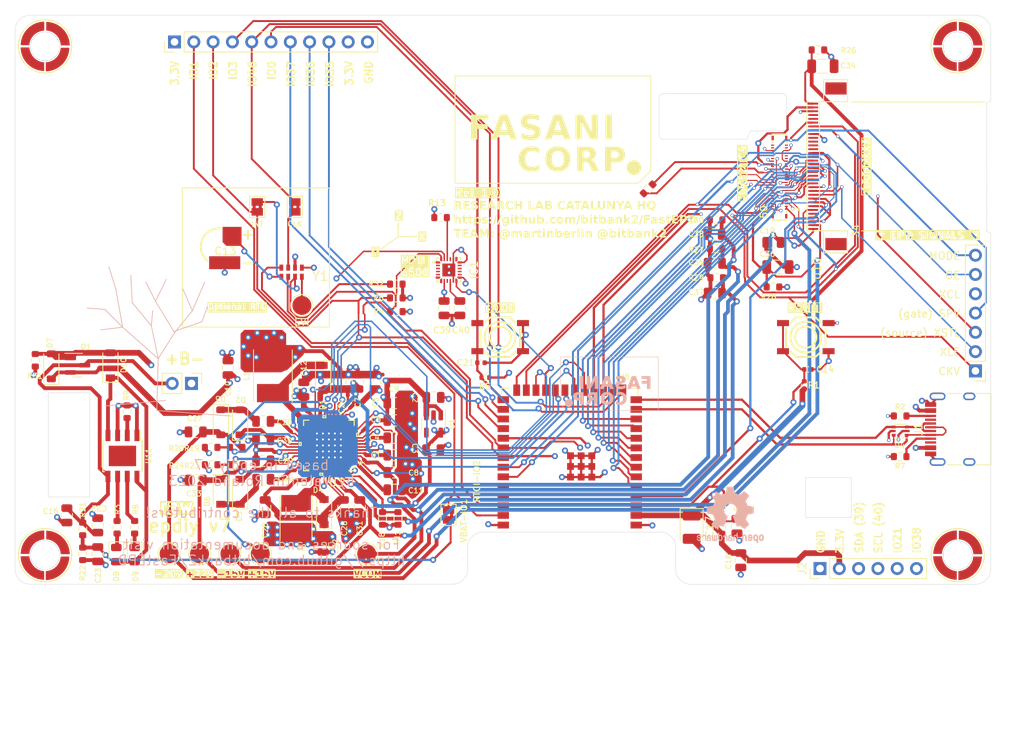
<source format=kicad_pcb>
(kicad_pcb (version 20240108) (generator "pcbnew") (generator_version "8.0")
  (title_block (title "epdiy v7") (date "2023-08-17") (rev "1.1") (comment 1 "Custom modified by Martin Fasani") (comment 2 "Designed by Valentin Roland"))
  (layers (0 "F.Cu" signal) (1 "In1.Cu" power) (2 "In2.Cu" power) (31 "B.Cu" signal) (34 "B.Paste" user) (35 "F.Paste" user) (36 "B.SilkS" user "B.Silkscreen") (37 "F.SilkS" user "F.Silkscreen") (38 "B.Mask" user) (39 "F.Mask" user) (44 "Edge.Cuts" user))
  (net 0 "")
  (net 1 "GND")
  (net 2 "Net-(U3-INT_LDO)")
  (net 3 "/+22V")
  (net 4 "/-20V")
  (net 5 "/-15V")
  (net 6 "/15V")
  (net 7 "/EN")
  (net 8 "/EP_OE")
  (net 9 "/EP_VCOM")
  (net 10 "/EP_MODE")
  (net 11 "Net-(U3-VREF)")
  (net 12 "VDD_RTC")
  (net 13 "Net-(D2-A)")
  (net 14 "EPD_VDD")
  (net 15 "Net-(U3-VEE_DRV)")
  (net 16 "BAT+")
  (net 17 "VBUS")
  (net 18 "Net-(JP1-B)")
  (net 19 "Net-(D5-K)")
  (net 20 "Net-(U3-VDDH_DRV)")
  (net 21 "Net-(D4-K)")
  (net 22 "Net-(D5-A)")
  (net 23 "Net-(D2-K)")
  (net 24 "/VNEG_IN")
  (net 25 "Net-(D1-K)")
  (net 26 "Net-(D4-A)")
  (net 27 "Net-(D8-K)")
  (net 28 "Net-(D10-K)")
  (net 29 "Net-(D9-K)")
  (net 30 "Net-(J1-CC1)")
  (net 32 "Net-(J1-CC2)")
  (net 33 "/SDA")
  (net 35 "/SCL")
  (net 36 "/TPS_PWR_GOOD")
  (net 37 "/TPS_nINT")
  (net 38 "/EP_SPV")
  (net 39 "/TPS_WAKEUP")
  (net 40 "/TPS_VCOM_CTRL")
  (net 41 "/TPS_PWRUP")
  (net 42 "VIN")
  (net 44 "/XLE")
  (net 45 "3.3V")
  (net 46 "/ESP_USB-")
  (net 47 "/ESP_USB+")
  (net 48 "/GPIO_1")
  (net 49 "/GPIO_2")
  (net 50 "/GPIO_46")
  (net 51 "/GPIO_37")
  (net 52 "/GPIO_36")
  (net 53 "/GPIO_35")
  (net 54 "/RTC_CLK")
  (net 55 "/RTC_INT")
  (net 56 "/IO0")
  (net 57 "/CKV")
  (net 58 "/XCL")
  (net 59 "/D0")
  (net 60 "/D1")
  (net 61 "/D2")
  (net 62 "/D3")
  (net 63 "/D4")
  (net 64 "/D5")
  (net 65 "/D6")
  (net 66 "/D7")
  (net 70 "/XSTL")
  (net 71 "Net-(U11-~{STDBY})")
  (net 72 "Net-(U11-~{CHRG})")
  (net 73 "Net-(U11-PROG)")
  (net 74 "Net-(U3-TS)")
  (net 75 "Net-(U3-VEE_FB)")
  (net 76 "Net-(U3-VDDH_FB)")
  (net 83 "/GPIO_3")
  (net 89 "/BRD")
  (net 94 "Net-(IC1-REGOUT)")
  (net 95 "/GPIO_38")
  (net 96 "Net-(Y1-EVI)")
  (net 97 "TX")
  (net 98 "RX")
  (net 106 "/BORDER")
  (net 112 "Net-(CN1-Pad36)")
  (net 121 "IMU_INT")
  (net 128 "Net-(IC1-NCS)")
  (footprint "Capacitor_SMD:C_0805_2012Metric" (layer "F.Cu") (at 113.03207 104.89 180)
    (property "Reference" "C3")
    (property "Value" "10uF")
  )
  (footprint "Capacitor_SMD:C_0805_2012Metric" (layer "F.Cu") (at 68.88207 114.84 -90)
    (property "Reference" "C22")
    (property "Value" "100nF")
  )
  (footprint "LED_SMD:LED_0805_2012Metric" (layer "F.Cu") (at 73.74007 118.6895 -90)
    (property "Reference" "D9")
    (property "Value" "LED RED")
  )
  (footprint "Resistor_SMD:R_0603_1608Metric" (layer "F.Cu") (at 71.43207 115.09 -90)
    (property "Reference" "R3")
    (property "Value" "1k")
  )
  (footprint "Resistor_SMD:R_0603_1608Metric" (layer "F.Cu") (at 73.74007 115.09 -90)
    (property "Reference" "R8")
    (property "Value" "1k")
  )
  (footprint "LED_SMD:LED_0805_2012Metric" (layer "F.Cu") (at 71.32707 118.6895 -90)
    (property "Reference" "D8")
    (property "Value" "LED GREEN")
  )
  (footprint "Capacitor_SMD:C_0805_2012Metric" (layer "F.Cu") (at 153.515 119.43 90)
    (property "Reference" "C18")
    (property "Value" "1uF")
  )
  (footprint "Capacitor_SMD:C_0805_2012Metric" (layer "F.Cu") (at 68.88207 118.64 90)
    (property "Reference" "C23")
    (property "Value" "100nF")
  )
  (footprint "Capacitor_SMD:C_0805_2012Metric" (layer "F.Cu") (at 107.94207 110.16 180)
    (property "Reference" "C11")
    (property "Value" "4.7uF")
  )
  (footprint "Capacitor_SMD:C_0805_2012Metric" (layer "F.Cu") (at 157.808333 77.575 180)
    (property "Reference" "C19")
    (property "Value" "10uF")
  )
  (footprint "Capacitor_SMD:C_1206_3216Metric" (layer "F.Cu") (at 164.325 54.375)
    (property "Reference" "C34")
    (property "Value" "1uF/50V")
  )
  (footprint "Capacitor_SMD:C_0805_2012Metric" (layer "F.Cu") (at 150.097 80.33 180)
    (property "Reference" "C35")
    (property "Value" "1uF/25V")
  )
  (footprint "Capacitor_SMD:C_1206_3216Metric" (layer "F.Cu") (at 158.408333 80.82)
    (property "Reference" "C36")
    (property "Value" "1uF/50V")
  )
  (footprint "Capacitor_SMD:C_0805_2012Metric" (layer "F.Cu") (at 150.1 84.257 180)
    (property "Reference" "C37")
    (property "Value" "1uF/25V")
  )
  (footprint "Resistor_SMD:R_0603_1608Metric" (layer "F.Cu") (at 106.36327 113.9366 90)
    (property "Reference" "R18")
    (property "Value" "43k")
  )
  (footprint "Resistor_SMD:R_0603_1608Metric" (layer "F.Cu") (at 163.675 52.225)
    (property "Reference" "R26")
    (property "Value" "47k")
  )
  (footprint "Resistor_SMD:R_0603_1608Metric" (layer "F.Cu") (at 150.275 78.4 180)
    (property "Reference" "R27")
    (property "Value" "47k")
  )
  (footprint "Resistor_SMD:R_0603_1608Metric" (layer "F.Cu") (at 157.75 83.45)
    (property "Reference" "R28")
    (property "Value" "47k")
  )
  (footprint "Resistor_SMD:R_0603_1608Metric" (layer "F.Cu") (at 150.35 82.225 180)
    (property "Reference" "R29")
    (property "Value" "47k")
  )
  (footprint "Resistor_SMD:R_0603_1608Metric" (layer "F.Cu") (at 108.39527 113.9366 -90)
    (property "Reference" "TH1")
    (property "Value" "10k/3380K")
  )
  (footprint "Capacitor_SMD:C_0805_2012Metric" (layer "F.Cu") (at 105.40207 95.936 -90)
    (property "Reference" "C5")
    (property "Value" "4.7uF")
  )
  (footprint "Capacitor_Tantalum_SMD:CP_EIA-3528-15_AVX-H" (layer "F.Cu") (at 147.05 115.075 -90)
    (property "Reference" "C17")
    (property "Value" "100uF")
  )
  (footprint "Capacitor_SMD:C_0805_2012Metric" (layer "F.Cu") (at 107.94207 98.73)
    (property "Reference" "C9")
    (property "Value" "10uF")
  )
  (footprint "Resistor_SMD:R_0603_1608Metric" (layer "F.Cu") (at 87.11407 104.572 180)
    (property "Reference" "R19")
    (property "Value" "1M")
  )
  (footprint "Inductor_SMD:L_Taiyo-Yuden_NR-40xx_HandSoldering" (layer "F.Cu") (at 94.98807 113.843 90)
    (property "Reference" "L2")
    (property "Value" "2.2uH")
  )
  (footprint "Inductor_SMD:L_Taiyo-Yuden_NR-50xx_HandSoldering" (layer "F.Cu") (at 91.94007 95.174 90)
    (property "Reference" "L1")
    (property "Value" "4.7uH")
  )
  (footprint "Resistor_SMD:R_0603_1608Metric" (layer "F.Cu") (at 83.81207 106.858 180)
    (property "Reference" "R24")
    (property "Value" "47.5k")
  )
  (footprint "Resistor_SMD:R_0603_1608Metric" (layer "F.Cu") (at 87.11407 106.858 180)
    (property "Reference" "R23")
    (property "Value" "1M")
  )
  (footprint "Resistor_SMD:R_0603_1608Metric" (layer "F.Cu") (at 83.81207 104.572 180)
    (property "Reference" "R20")
    (property "Value" "52.3k")
  )
  (footprint "Capacitor_SMD:C_0805_2012Metric" (layer "F.Cu") (at 98.54407 117.399 90)
    (property "Reference" "C32")
    (property "Value" "10uF")
  )
  (footprint "Capacitor_SMD:C_0805_2012Metric" (layer "F.Cu") (at 103.37007 112.446 90)
    (property "Reference" "C31")
    (property "Value" "4.7uF")
  )
  (footprint "Capacitor_SMD:C_0805_2012Metric" (layer "F.Cu") (at 90.67007 103.556 180)
    (property "Reference" "C30")
    (property "Value" "100nF")
  )
  (footprint "Capacitor_SMD:C_0805_2012Metric" (layer "F.Cu") (at 90.67007 106.35)
    (property "Reference" "C29")
    (property "Value" "100nF")
  )
  (footprint "Capacitor_SMD:C_0805_2012Metric" (layer "F.Cu") (at 153.015 114.93 -90)
    (property "Reference" "C15")
    (property "Value" "100nF")
  )
  (footprint "epaper-breakout:TPS651851RSLR" (layer "F.Cu") (at 99.30607 104.318 180)
    (property "Reference" "U3")
    (property "Value" "TPS651851RSLR" (hide yes))
  )
  (footprint "Capacitor_SMD:C_0805_2012Metric" (layer "F.Cu") (at 107.94207 107.874 180)
    (property "Reference" "C8")
    (property "Value" "4.7uF")
  )
  (footprint "Capacitor_SMD:C_0805_2012Metric" (layer "F.Cu") (at 96.00407 96.952 90)
    (property "Reference" "C12")
    (property "Value" "10uF")
  )
  (footprint "Capacitor_SMD:C_0805_2012Metric" (layer "F.Cu") (at 107.94207 101.016 180)
    (property "Reference" "C6")
    (property "Value" "22uF")
  )
  (footprint "Diode_SMD:D_SOD-123" (layer "F.Cu") (at 85.08207 110.414 -90)
    (property "Reference" "D6")
    (property "Value" "MBR0540")
  )
  (footprint "Diode_SMD:D_SOD-123" (layer "F.Cu") (at 87.62207 110.414 90)
    (property "Reference" "D5")
    (property "Value" "MBR0540")
  )
  (footprint "Diode_SMD:D_SOD-123" (layer "F.Cu") (at 85.08207 101.27 -90)
    (property "Reference" "D3")
    (property "Value" "MBR0540")
  )
  (footprint "Diode_SMD:D_SOD-123" (layer "F.Cu") (at 87.62207 101.27 90)
    (property "Reference" "D2")
    (property "Value" "MBR0540")
  )
  (footprint "Capacitor_SMD:C_0805_2012Metric" (layer "F.Cu") (at 81.78007 102.54)
    (property "Reference" "C27")
    (property "Value" "2.2uF")
  )
  (footprint "Capacitor_SMD:C_0805_2012Metric" (layer "F.Cu") (at 100.83007 95.936 90)
    (property "Reference" "C24")
    (property "Value" "4.7uF")
  )
  (footprint "Capacitor_SMD:C_0805_2012Metric" (layer "F.Cu") (at 107.94207 105.588)
    (property "Reference" "C1")
    (property "Value" "4.7uF")
  )
  (footprint "Capacitor_SMD:C_0805_2012Metric" (layer "F.Cu") (at 90.67007 101.143)
    (property "Reference" "C20")
    (property "Value" "10nF")
  )
  (footprint "Capacitor_SMD:C_0805_2012Metric" (layer "F.Cu") (at 103.11607 95.936 90)
    (property "Reference" "C7")
    (property "Value" "4.7uF")
  )
  (footprint "Capacitor_SMD:C_0805_2012Metric" (layer "F.Cu") (at 90.67007 108.763)
    (property "Reference" "C25")
    (property "Value" "10nF")
  )
  (footprint "Capacitor_SMD:C_0805_2012Metric" (layer "F.Cu") (at 81.78007 108.89 180)
    (property "Reference" "C33")
    (property "Value" "2.2uF")
  )
  (footprint "Capacitor_SMD:C_0805_2012Metric" (layer "F.Cu") (at 107.94207 103.3147 180)
    (property "Reference" "C4")
    (property "Value" "4.7uF")
  )
  (footprint "Capacitor_SMD:C_0805_2012Metric" (layer "F.Cu") (at 101.21107 112.446 90)
    (property "Reference" "C28")
    (property "Value" "4.7uF")
  )
  (footprint "Diode_SMD:D_SOD-123" (layer "F.Cu") (at 98.67107 113.081 90)
    (property "Reference" "D4")
    (property "Value" "MBR0540")
  )
  (footprint "Capacitor_SMD:C_0805_2012Metric" (layer "F.Cu") (at 113.08207 97.99)
    (property "Reference" "C2")
    (property "Value" "10uF")
  )
  (footprint "Capacitor_SMD:C_0805_2012Metric" (layer "F.Cu") (at 150.05 76.521 180)
    (property "Reference" "C38")
    (property "Value" "1uF/25V")
  )
  (footprint "Resistor_SMD:R_0603_1608Metric" (layer "F.Cu") (at 150.275 74.621 180)
    (property "Reference" "R30")
    (property "Value" "100k")
  )
  (footprint "Diode_SMD:D_SOD-123" (layer "F.Cu") (at 98.54407 95.428 -90)
    (property "Reference" "D1")
    (property "Value" "MBR0540")
  )
  (footprint "Resistor_SMD:R_0603_1608Metric" (layer "F.Cu") (at 66.90307 118.59 -90)
    (property "Reference" "R22")
    (property "Value" "150k")
  )
  (footprint "Resistor_SMD:R_0603_1608Metric" (layer "F.Cu") (at 66.90307 115.316 -90)
    (property "Reference" "R21")
    (property "Value" "680k")
  )
  (footprint "Capacitor_SMD:C_0805_2012Metric" (layer "F.Cu") (at 86.03207 94.09 -90)
    (property "Reference" "C10")
    (property "Value" "22uF")
  )
  (footprint "Capacitor_SMD:C_0805_2012Metric" (layer "F.Cu") (at 90.92407 112.446 90)
    (property "Reference" "C26")
    (property "Value" "4.7uF")
  )
  (footprint "TestPoint:TestPoint_Pad_D2.5mm" (layer "F.Cu") (at 86.28207 118.59)
    (property "Reference" "TP2" (hide yes))
    (property "Value" "-15V" (hide yes))
  )
  (footprint "TestPoint:TestPoint_Pad_D2.5mm" (layer "F.Cu") (at 78.28207 118.59)
    (property "Reference" "TP3" (hide yes))
    (property "Value" "-20V" (hide yes))
  )
  (footprint "TestPoint:TestPoint_Pad_D2.5mm" (layer "F.Cu") (at 90.28207 118.59)
    (property "Reference" "TP4" (hide yes))
    (property "Value" "+15V" (hide yes))
  )
  (footprint "TestPoint:TestPoint_Pad_D2.5mm" (layer "F.Cu") (at 104.28207 118.59)
    (property "Reference" "TP5" (hide yes))
    (property "Value" "VCOM" (hide yes))
  )
  (footprint "Resistor_SMD:R_0603_1608Metric" (layer "F.Cu") (at 151.015 115.13 -90)
    (property "Reference" "R10")
    (property "Value" "10k")
  )
  (footprint "Resistor_SMD:R_0603_1608Metric" (layer "F.Cu") (at 108.182 86.69 180)
    (property "Reference" "R4")
    (property "Value" "10k")
  )
  (footprint "Resistor_SMD:R_0603_1608Metric" (layer "F.Cu") (at 108.182 84.89 180)
    (property "Reference" "R6")
    (property "Value" "10k")
  )
  (footprint "TestPoint:TestPoint_Pad_D2.5mm" (layer "F.Cu") (at 82.28207 118.59)
    (property "Reference" "TP1" (hide yes))
    (property "Value" "+22V" (hide yes))
  )
  (footprint "epaper-breakout:TP4056_SOP-8-PP" (layer "F.Cu") (at 72.135 105.7 -90)
    (property "Reference" "U11")
    (property "Value" "TP4056")
  )
  (footprint "Diode_SMD:D_SOD-123" (layer "F.Cu") (at 70.55 93.7645 90)
    (property "Reference" "D10")
    (property "Value" "1N5817")
  )
  (footprint "Resistor_SMD:R_0603_1608Metric" (layer "F.Cu") (at 72.745 99.875 -90)
    (property "Reference" "R9")
    (property "Value" "3.83k")
  )
  (footprint "Connector_PinHeader_2.54mm:PinHeader_1x02_P2.54mm_Vertical" (layer "F.Cu") (at 81.225 96.15 -90)
    (property "Reference" "J5" (hide yes))
    (property "Value" "CONN_BAT")
  )
  (footprint "Package_TO_SOT_SMD:SOT-666" (layer "F.Cu") (at 174.495 102.4225 180)
    (property "Reference" "U4")
    (property "Value" "USBLC6-2P6")
  )
  (footprint "footprints:CONN-SMD_50P-P0.35_WP27D-S050VA3" (layer "F.Cu") (at 158.61 68.975 90)
    (property "Reference" "CN1" (hide yes))
    (property "Value" "WP27D-S050VA3-R15000")
  )
  (footprint "footprints:RV3032C7" (layer "F.Cu") (at 94.4 81.5)
    (property "Reference" "Y1")
    (property "Value" "RV-3032-C7" (hide yes))
  )
  (footprint "Package_TO_SOT_SMD:SOT-23" (layer "F.Cu") (at 66.225 93.75)
    (property "Reference" "Q1")
    (property "Value" "AO3401A")
  )
  (footprint "TestPoint:TestPoint_Pad_D2.5mm" (layer "F.Cu") (at 95.75 85.875)
    (property "Reference" "TP6" (hide yes))
    (property "Value" "EVI")
  )
  (footprint "Resistor_SMD:R_0603_1608Metric" (layer "F.Cu") (at 114.005 74.305 180)
    (property "Reference" "R13")
    (property "Value" "10k")
  )
  (footprint "Jumper:SolderJumper-2_P1.3mm_Bridged2Bar_Pad1.0x1.5mm" (layer "F.Cu") (at 115.05407 113.462 -90)
    (property "Reference" "JP1" (hide yes))
    (property "Value" "VBAT_GPIO1")
  )
  (footprint "footprints:C9900013866_SUPERCAP-TH_XH414HG" (layer "F.Cu") (at 86.062656 78.237)
    (property "Reference" "C13")
    (property "Value" "superCAP")
  )
  (footprint "Capacitor_SMD:C_0805_2012Metric" (layer "F.Cu") (at 114.47 86.24 90)
    (property "Reference" "C39")
    (property "Value" "1uF")
  )
  (footprint "Connector_PinHeader_2.54mm:PinHeader_1x07_P2.54mm_Vertical" (layer "F.Cu") (at 184.4 94.5 180)
    (property "Reference" "J3" (hide yes))
    (property "Value" "SIGNALS_HEADER")
  )
  (footprint "Resistor_SMD:R_0603_1608Metric" (layer "F.Cu") (at 174.495 105.785 180)
    (property "Reference" "R7")
    (property "Value" "5.1k")
  )
  (footprint "Resistor_SMD:R_0603_1608Metric" (layer "F.Cu") (at 60.665 93.1 -90)
    (property "Reference" "R31")
    (property "Value" "100k")
  )
  (footprint "Capacitor_SMD:C_0805_2012Metric" (layer "F.Cu") (at 116.54 86.24 -90)
    (property "Reference" "C40")
    (property "Value" "100nF")
  )
  (footprint "Package_TO_SOT_SMD:TSOT-23-5" (layer "F.Cu") (at 113.08207 101.49 -90)
    (property "Reference" "U1")
    (property "Value" "RT9080-33GJ5")
  )
  (footprint "footprints:C50278_IMU_QFN-24_L3.0-W3.0-P0.40-BL-EP" (layer "F.Cu") (at 115.09 81.21 -90)
    (property "Reference" "IC1")
    (property "Value" "MPU-6500" (hide yes))
  )
  (footprint "footprints:C2916320_SMTSO2015CTJ" (layer "F.Cu") (at 61.95 118.77)
    (property "Reference" "H3" (hide yes))
    (property "Value" "MountingHole")
  )
  (footprint "Jumper:SolderJumper-2_P1.3mm_Bridged2Bar_Pad1.0x1.5mm" (layer "F.Cu") (at 89.875 72.9 -90)
    (property "Reference" "JP2" (hide yes))
    (property "Value" "RTCINT_GPIO2")
  )
  (footprint "Capacitor_SMD:C_0402_1005Metric" (layer "F.Cu") (at 162.355 94.3 180)
    (property "Reference" "C14")
    (property "Value" "1uF")
  )
  (footprint "footprints:C2845289_SW-SMD_4P-L5.2-W5.2-P3.70-LS6.4" (layer "F.Cu") (at 121.85 90.05)
    (property "Reference" "SW2" (hide yes))
    (property "Value" "TC-0522C-1.7-160G")
  )
  (footprint "Resistor_SMD:R_0603_1608Metric" (layer "F.Cu") (at 108.18 83.07)
    (property "Reference" "R32")
    (property "Value" "10k")
  )
  (footprint "Capacitor_SMD:C_0805_2012Metric" (layer "F.Cu") (at 64.82 113.52 90)
    (property "Reference" "C16")
    (property "Value" "10uF")
  )
  (footprint "Resistor_SMD:R_0603_1608Metric" (layer "F.Cu") (at 174.495 100.435 180)
    (property "Reference" "R2")
    (property "Value" "5.1k")
  )
  (footprint "Espressif:ESP32-S3-WROOM-1" (layer "F.Cu") (at 131.00707 106.54 180)
    (property "Reference" "U8")
    (property "Value" "ESP32-S3-WROOM-1")
  )
  (footprint "footprints:C2845289_SW-SMD_4P-L5.2-W5.2-P3.70-LS6.4" (layer "F.Cu") (at 162.075 90.05)
    (property "Reference" "SW1" (hide yes))
    (property "Value" "TC-0522C-1.7-160G")
  )
  (footprint "Resistor_SMD:R_0402_1005Metric" (layer "F.Cu") (at 119.9 95.375)
    (property "Reference" "R5")
    (property "Value" "10k")
  )
  (footprint "Resistor_SMD:R_0402_1005Metric" (layer "F.Cu") (at 161.875 96.375 -90)
    (property "Reference" "R1")
    (property "Value" "10k")
  )
  (footprint "Jumper:SolderJumper-2_P1.3mm_Bridged2Bar_Pad1.0x1.5mm" (layer "F.Cu") (at 94.825 72.9 90)
    (property "Reference" "JP3" (hide yes))
    (property "Value" "RTCCLK_GPIO1")
  )
  (footprint "Resistor_SMD:R_0603_1608Metric" (layer "F.Cu") (at 141.325 70.525 45)
    (property "Reference" "R11" (hide yes))
    (property "Value" "10K")
  )
  (footprint "footprints:C2916320_SMTSO2015CTJ" (layer "F.Cu") (at 182.06 118.77)
    (property "Reference" "H4" (hide yes))
    (property "Value" "MountingHole")
  )
  (footprint "Connector_USB:USB_C_Receptacle_HRO_TYPE-C-31-M-12" (layer "F.Cu") (at 182.545 102.175 90)
    (property "Reference" "J1")
    (property "Value" "USB_C_Receptacle_USB2.0")
  )
  (footprint "footprints:C2916320_SMTSO2015CTJ" (layer "F.Cu") (at 182.06 51.76)
    (property "Reference" "H2" (hide yes))
    (property "Value" "MountingHole")
  )
  (footprint "footprints:C2916320_SMTSO2015CTJ" (layer "F.Cu") (at 61.95 51.76)
    (property "Reference" "H1" (hide yes))
    (property "Value" "MountingHole")
  )
  (footprint "Diode_SMD:D_SOD-123" (layer "F.Cu") (at 62.775 93.9 90)
    (property "Reference" "D7")
    (property "Value" "MBR0540")
  )
  (footprint "Connector_PinHeader_2.54mm:PinHeader_1x11_P2.54mm_Vertical" (layer "F.Cu") (at 78.99 51.17 90)
    (property "Reference" "J7" (hide yes))
    (property "Value" "ESP_HDR")
  )
  (footprint "Connector_PinHeader_2.54mm:PinHeader_1x06_P2.54mm_Vertical" (layer "F.Cu") (at 163.945 120.525 90)
    (property "Reference" "J2")
    (property "Value" "EXTENSION_HEADER")
  )
  (footprint "Capacitor_SMD:C_0402_1005Metric" (layer "F.Cu") (at 119.325 93.425)
    (property "Reference" "C21")
    (property "Value" "22pF")
  )
  (footprint "footprints:X05A20H34G" (layer "F.Cu") (at 163.05 67.55 90)
    (property "Reference" "U10")
    (property "Value" "ED060XC5")
  )
  (footprint "Symbol:OSHW-Logo2_9.8x8mm_SilkScreen" (layer "B.Cu") (at 152.13807 113.462 180)
    (property "Reference" "REF**" (hide yes))
    (property "Value" "OSHW-Logo2_9.8x8mm_SilkScreen" (hide yes))
  )
  (gr_line (start 78.999998 89.460006) (end 76.48 85.32001) (stroke (width 0.1)) (layer "B.SilkS"))
  (gr_poly (pts (xy 134.621076 98.922695) (xy 134.209904 98.922695) (xy 134.209904 98.319283) (xy 134.093494 98.319283) (xy 134.080587 98.31947) (xy 134.068029 98.320034) (xy 134.055823 98.320972) (xy 134.043966 98.322287) (xy 134.032461 98.323976) (xy 134.021305 98.326042) (xy 134.0105 98.328482) (xy 134.000046 98.331298) (xy 133.989942 98.33449) (xy 133.980188 98.338057) (xy 133.970785 98.341999) (xy 133.961732 98.346317) (xy 133.953029 98.35101) (xy 133.944678 98.356079) (xy 133.936676 98.361522) (xy 133.929025 98.367342) (xy 133.921441 98.373471) (xy 133.913906 98.380108) (xy 133.906422 98.387255) (xy 133.898988 98.39491) (xy 133.891604 98.403075) (xy 133.88427 98.411749) (xy 133.876986 98.420931) (xy 133.869752 98.430622) (xy 133.862568 98.440822) (xy 133.855434 98.451532) (xy 133.848351 98.46275) (xy 133.841317 98.474476) (xy 133.834333 98.486712) (xy 133.8274 98.499457) (xy 133.820516 98.51271) (xy 133.813683 98.526473) (xy 133.619311 98.922695) (xy 133.181439 98.922695) (xy 133.404647 98.469869) (xy 133.420199 98.439681) (xy 133.435885 98.411062) (xy 133.451705 98.384012) (xy 133.459664 98.371075) (xy 133.467657 98.358531) (xy 133.475684 98.346378) (xy 133.483744 98.334618) (xy 133.491837 98.32325) (xy 133.499964 98.312274) (xy 133.508124 98.30169) (xy 133.516317 98.291499) (xy 133.524544 98.281699) (xy 133.532804 98.272292) (xy 133.541056 98.263285) (xy 133.549525 98.254687) (xy 133.55821 98.246497) (xy 133.567113 98.238717) (xy 133.576233 98.231345) (xy 133.585569 98.224383) (xy 133.595122 98.217829) (xy 133.604893 98.211684) (xy 133.61488 98.205948) (xy 133.625084 98.20062) (xy 133.635505 98.195702) (xy 133.646143 98.191192) (xy 133.656998 98.187091) (xy 133.66807 98.183399) (xy 133.679359 98.180116) (xy 133.690865 98.177242) (xy 133.653749 98.16438) (xy 133.619027 98.149824) (xy 133.586699 98.133575) (xy 133.556767 98.115632) (xy 133.542699 98.106026) (xy 133.529229 98.095996) (xy 133.516358 98.085542) (xy 133.504085 98.074666) (xy 133.492412 98.063365) (xy 133.481337 98.051642) (xy 133.47086 98.039495) (xy 133.460982 98.026924) (xy 133.451703 98.01393) (xy 133.443023 98.000513) (xy 133.434941 97.986672) (xy 133.427458 97.972408) (xy 133.420573 97.95772) (xy 133.414288 97.942609) (xy 133.4086 97.927075) (xy 133.403512 97.911117) (xy 133.395131 97.87793) (xy 133.389144 97.84305) (xy 133.387772 97.829079) (xy 133.795527 97.829079) (xy 133.795739 97.842079) (xy 133.796378 97.854644) (xy 133.797441 97.866776) (xy 133.798931 97.878474) (xy 133.800846 97.889738) (xy 133.803186 97.900568) (xy 133.805952 97.910964) (xy 133.809143 97.920926) (xy 133.81276 97.930454) (xy 133.816803 97.939549) (xy 133.821271 97.948209) (xy 133.826164 97.956436) (xy 133.831483 97.964229) (xy 133.837228 97.971588) (xy 133.843398 97.978514) (xy 133.849994 97.985005) (xy 133.856981 97.991084) (xy 133.864595 97.99677) (xy 133.872834 98.002065) (xy 133.881699 98.006967) (xy 133.89119 98.011476) (xy 133.901307 98.015594) (xy 133.912049 98.019319) (xy 133.923417 98.022653) (xy 133.935411 98.025594) (xy 133.948031 98.028142) (xy 133.961276 98.030299) (xy 133.975148 98.032064) (xy 133.989645 98.033436) (xy 134.004767 98.034416) (xy 134.020516 98.035005) (xy 134.03689 98.035201) (xy 134.209903 98.035201) (xy 134.209903 97.626167) (xy 134.03689 97.626167) (xy 134.021659 97.626347) (xy 134.006937 97.626885) (xy 133.992723 97.627782) (xy 133.979019 97.629038) (xy 133.965824 97.630652) (xy 133.953137 97.632625) (xy 133.94096 97.634957) (xy 133.929291 97.637648) (xy 133.918132 97.640698) (xy 133.907481 97.644106) (xy 133.89734 97.647873) (xy 133.887707 97.651999) (xy 133.878583 97.656484) (xy 133.869968 97.661327) (xy 133.861863 97.666529) (xy 133.854266 97.67209) (xy 133.847153 97.67796) (xy 133.840499 97.684355) (xy 133.834304 97.691275) (xy 133.828568 97.698722) (xy 133.82329 97.706694) (xy 133.818472 97.715192) (xy 133.814112 97.724215) (xy 133.810212 97.733765) (xy 133.80677 97.74384) (xy 133.803787 97.754441) (xy 133.801263 97.765567) (xy 133.799198 97.777219) (xy 133.797592 97.789397) (xy 133.796445 97.802101) (xy 133.795756 97.81533) (xy 133.795527 97.829085) (xy 133.795527 97.829079) (xy 133.387772 97.829079) (xy 133.385552 97.806476) (xy 133.384355 97.768208) (xy 133.384355 97.768202) (xy 133.384472 97.755358) (xy 133.384822 97.742722) (xy 133.385407 97.730294) (xy 133.386224 97.718075) (xy 133.387275 97.706065) (xy 133.38856 97.694263) (xy 133.390079 97.682669) (xy 133.391831 97.671285) (xy 133.393817 97.660108) (xy 133.396036 97.649141) (xy 133.398489 97.638382) (xy 133.401176 97.627831) (xy 133.404096 97.61749) (xy 133.40725 97.607356) (xy 133.410638 97.597431) (xy 133.414259 97.587715) (xy 133.418017 97.578042) (xy 133.422085 97.56851) (xy 133.426461 97.559119) (xy 133.431146 97.549871) (xy 133.43614 97.540764) (xy 133.441442 97.531799) (xy 133.447053 97.522976) (xy 133.452973 97.514295) (xy 133.459202 97.505755) (xy 133.465739 97.497357) (xy 133.472585 97.489101) (xy 133.479739 97.480987) (xy 133.487203 97.473014) (xy 133.494975 97.465183) (xy 133.503055 97.457494) (xy 133.511445 97.449947) (xy 133.520193 97.442583) (xy 133.52935 97.435445) (xy 133.538916 97.428532) (xy 133.548891 97.421844) (xy 133.559274 97.415382) (xy 133.570067 97.409146) (xy 133.581268 97.403134) (xy 133.592878 97.397348) (xy 133.604897 97.391787) (xy 133.617325 97.386452) (xy 133.630162 97.381342) (xy 133.643407 97.376457) (xy 133.657061 97.371797) (xy 133.671124 97.367363) (xy 133.685596 97.363153) (xy 133.700477 97.359169) (xy 133.731449 97.35191) (xy 133.764022 97.345619) (xy 133.798198 97.340296) (xy 133.833975 97.335941) (xy 133.871354 97.332554) (xy 133.910335 97.330135) (xy 133.950919 97.328684) (xy 133.993104 97.3282) (xy 134.621076 97.3282)) (stroke (width 0.058916)) (fill solid) (layer "B.SilkS"))
  (gr_poly (pts (xy 133.667609 96.329897) (xy 134.262689 95.20768) (xy 134.733931 95.20768) (xy 134.733931 96.843874) (xy 134.333924 96.843874) (xy 134.333924 95.721657) (xy 133.738844 96.843874) (xy 133.267601 96.843874) (xy 133.267601 95.20768) (xy 133.667609 95.20768)) (stroke (width 0.058916)) (fill solid) (layer "B.SilkS"))
  (gr_line (start 81.339996 86.580009) (end 82.959994 82.800012) (stroke (width 0.1)) (layer "B.SilkS"))
  (gr_line (start 71.260005 83.700011) (end 70.360006 80.820014) (stroke (width 0.1)) (layer "B.SilkS"))
  (gr_line (start 75.940001 88.560007) (end 73.420003 85.50001) (stroke (width 0.1)) (layer "B.SilkS"))
  (gr_poly (pts (xy 135.946639 97.300228) (xy 135.992637 97.302794) (xy 136.03735 97.30707) (xy 136.080779 97.313057) (xy 136.122922 97.320754) (xy 136.163781 97.330161) (xy 136.203355 97.341279) (xy 136.241643 97.354107) (xy 136.278647 97.368646) (xy 136.314366 97.384895) (xy 136.3488 97.402854) (xy 136.381949 97.422524) (xy 136.413813 97.443904) (xy 136.444393 97.466994) (xy 136.473687 97.491795) (xy 136.501696 97.518306) (xy 136.528079 97.546215) (xy 136.552759 97.575476) (xy 136.575738 97.606089) (xy 136.597014 97.638053) (xy 136.616588 97.671368) (xy 136.63446 97.706036) (xy 136.65063 97.742055) (xy 136.665097 97.779425) (xy 136.677863 97.818148) (xy 136.688927 97.858222) (xy 136.698288 97.899647) (xy 136.705948 97.942425) (xy 136.711905 97.986554) (xy 136.71616 98.032035) (xy 136.718713 98.078868) (xy 136.719565 98.127052) (xy 136.718713 98.175237) (xy 136.71616 98.22207) (xy 136.711905 98.267551) (xy 136.705948 98.31168) (xy 136.698288 98.354458) (xy 136.688927 98.395883) (xy 136.677863 98.435957) (xy 136.665097 98.47468) (xy 136.65063 98.51205) (xy 136.63446 98.548069) (xy 136.616588 98.582737) (xy 136.597014 98.616052) (xy 136.575738 98.648016) (xy 136.552759 98.678629) (xy 136.528079 98.70789) (xy 136.501696 98.735799) (xy 136.473687 98.762181) (xy 136.444393 98.786861) (xy 136.413813 98.80984) (xy 136.381949 98.831116) (xy 136.3488 98.850689) (xy 136.314366 98.868561) (xy 136.278647 98.884731) (xy 136.241643 98.899198) (xy 136.203355 98.911964) (xy 136.163781 98.923027) (xy 136.122922 98.932388) (xy 136.080779 98.940048) (xy 136.03735 98.946005) (xy 135.992637 98.95026) (xy 135.946639 98.952813) (xy 135.899356 98.953664) (xy 135.852077 98.952813) (xy 135.806091 98.95026) (xy 135.761399 98.946005) (xy 135.718 98.940048) (xy 135.675894 98.932388) (xy 135.635081 98.923027) (xy 135.595562 98.911964) (xy 135.557335 98.899198) (xy 135.520402 98.884731) (xy 135.484763 98.868561) (xy 135.450416 98.850689) (xy 135.417363 98.831116) (xy 135.385603 98.80984) (xy 135.355137 98.786861) (xy 135.325963 98.762181) (xy 135.298083 98.735799) (xy 135.271571 98.70789) (xy 135.24677 98.678629) (xy 135.223679 98.648016) (xy 135.202299 98.616052) (xy 135.182629 98.582737) (xy 135.164669 98.548069) (xy 135.14842 98.51205) (xy 135.133881 98.47468) (xy 135.121053 98.435957) (xy 135.109935 98.395883) (xy 135.100528 98.354458) (xy 135.092831 98.31168) (xy 135.086844 98.267551) (xy 135.082568 98.22207) (xy 135.080002 98.175237) (xy 135.079147 98.127052) (xy 135.079147 98.127046) (xy 135.503135 98.127046) (xy 135.503502 98.155815) (xy 135.504604 98.183917) (xy 135.506439 98.211351) (xy 135.509009 98.238117) (xy 135.512313 98.264217) (xy 135.516351 98.289648) (xy 135.521124 98.314412) (xy 135.526631 98.338509) (xy 135.52663 98.338503) (xy 135.529659 98.350167) (xy 135.532871 98.361664) (xy 135.536267 98.372994) (xy 135.539846 98.384158) (xy 135.543609 98.395154) (xy 135.547556 98.405984) (xy 135.551686 98.416648) (xy 135.556 98.427144) (xy 135.560497 98.437474) (xy 135.565178 98.447636) (xy 135.570042 98.457632) (xy 135.57509 98.467462) (xy 135.580321 98.477124) (xy 135.585736 98.48662) (xy 135.591334 98.495948) (xy 135.597117 98.50511) (xy 135.603107 98.51393) (xy 135.609331 98.522499) (xy 135.615789 98.530818) (xy 135.622481 98.538886) (xy 135.629406 98.546705) (xy 135.636565 98.554272) (xy 135.643957 98.56159) (xy 135.651583 98.568657) (xy 135.659443 98.575474) (xy 135.667536 98.58204) (xy 135.675863 98.588357) (xy 135.684424 98.594422) (xy 135.693218 98.600238) (xy 135.702246 98.605803) (xy 135.711507 98.611118) (xy 135.721002 98.616182) (xy 135.73071 98.620967) (xy 135.740609 98.625443) (xy 135.750701 98.629611) (xy 135.760984 98.63347) (xy 135.77146 98.63702) (xy 135.782127 98.640261) (xy 135.792986 98.643194) (xy 135.804037 98.645818) (xy 135.81528 98.648133) (xy 135.826715 98.65014) (xy 135.838342 98.651837) (xy 135.850161 98.653227) (xy 135.862171 98.654307) (xy 135.874374 98.655079) (xy 135.886768 98.655542) (xy 135.899354 98.655696) (xy 135.923667 98.655133) (xy 135.947213 98.653443) (xy 135.969991 98.650628) (xy 135.992002 98.646685) (xy 136.013244 98.641616) (xy 136.03372 98.635421) (xy 136.043669 98.631901) (xy 136.053427 98.6281) (xy 136.062993 98.624017) (xy 136.072367 98.619652) (xy 136.081549 98.615006) (xy 136.09054 98.610078) (xy 136.099338 98.604868) (xy 136.107944 98.599377) (xy 136.116359 98.593604) (xy 136.124581 98.58755) (xy 136.132612 98.581214) (xy 136.140451 98.574597) (xy 136.148098 98.567697) (xy 136.155553 98.560517) (xy 136.162816 98.553054) (xy 136.169887 98.545311) (xy 136.183454 98.528978) (xy 136.196253 98.511519) (xy 136.208151 98.493121) (xy 136.219281 98.473973) (xy 136.229644 98.454074) (xy 136.239239 98.433423) (xy 136.248067 98.412022) (xy 136.256127 98.38987) (xy 136.263419 98.366967) (xy 136.269944 98.343313) (xy 136.275701 98.318908) (xy 136.28069 98.293752) (xy 136.284912 98.267845) (xy 136.288366 98.241188) (xy 136.291053 98.213779) (xy 136.292972 98.185619) (xy 136.294123 98.156708) (xy 136.294507 98.127046) (xy 136.293873 98.088434) (xy 136.291971 98.051089) (xy 136.290544 98.032892) (xy 136.2888 98.015011) (xy 136.286739 97.997448) (xy 136.284362 97.980202) (xy 136.281667 97.963273) (xy 136.278655 97.94666) (xy 136.275325 97.930365) (xy 136.271679 97.914387) (xy 136.267716 97.898726) (xy 136.263436 97.883382) (xy 136.258839 97.868355) (xy 136.253924 97.853645) (xy 136.248659 97.839278) (xy 136.243011 97.825277) (xy 136.236978 97.811644) (xy 136.230562 97.798377) (xy 136.223762 97.785478) (xy 136.216578 97.772946) (xy 136.209011 97.760781) (xy 136.201059 97.748983) (xy 136.192724 97.737552) (xy 136.184005 97.726489) (xy 136.174902 97.715792) (xy 136.165416 97.705463) (xy 136.155545 97.695501) (xy 136.145291 97.685906) (xy 136.134653 97.676678) (xy 136.123631 97.667818) (xy 136.112117 97.659282) (xy 136.100269 97.651297) (xy 136.088087 97.643863) (xy 136.075572 97.63698) (xy 136.062723 97.630647) (xy 136.04954 97.624864) (xy 136.036023 97.619633) (xy 136.022173 97.614951) (xy 136.007989 97.610821) (xy 135.993471 97.607241) (xy 135.978619 97.604212) (xy 135.963434 97.601734) (xy 135.947915 97.599807) (xy 135.932062 97.59843) (xy 135.915875 97.597604) (xy 135.899355 97.597328) (xy 135.886769 97.597483) (xy 135.874374 97.597946) (xy 135.862172 97.598718) (xy 135.850161 97.599798) (xy 135.838343 97.601187) (xy 135.826716 97.602885) (xy 135.815281 97.604892) (xy 135.804038 97.607207) (xy 135.792987 97.609831) (xy 135.782128 97.612764) (xy 135.77146 97.616005) (xy 135.760985 97.619555) (xy 135.750702 97.623414) (xy 135.74061 97.627581) (xy 135.73071 97.632058) (xy 135.721003 97.636842) (xy 135.711508 97.641912) (xy 135.702246 97.64724) (xy 135.693219 97.652827) (xy 135.684424 97.658672) (xy 135.675864 97.664776) (xy 135.667537 97.671138) (xy 135.659444 97.677759) (xy 135.651584 97.684638) (xy 135.643958 97.691776) (xy 135.636566 97.699173) (xy 135.629407 97.706828) (xy 135.622482 97.714742) (xy 135.61579 97.722914) (xy 135.609332 97.731345) (xy 135.603108 97.740034) (xy 135.597117 97.748982) (xy 135.591335 97.758018) (xy 135.585737 97.767237) (xy 135.580322 97.77664) (xy 135.57509 97.786226) (xy 135.570043 97.795996) (xy 135.565178 97.80595) (xy 135.560498 97.816087) (xy 135.556 97.826408) (xy 135.551687 97.836912) (xy 135.547557 97.8476) (xy 135.539847 97.869527) (xy 135.532872 97.892189) (xy 135.526631 97.915584) (xy 135.521124 97.93968) (xy 135.516351 97.964444) (xy 135.512313 97.989876) (xy 135.509009 98.015975) (xy 135.506439 98.042742) (xy 135.504604 98.070176) (xy 135.503502 98.098278) (xy 135.503135 98.127046) (xy 135.079147 98.127046) (xy 135.079998 98.078739) (xy 135.082551 98.031786) (xy 135.086806 97.986192) (xy 135.092764 97.941959) (xy 135.100423 97.899086) (xy 135.109785 97.857572) (xy 135.120848 97.817419) (xy 135.133614 97.778626) (xy 135.148082 97.741192) (xy 135.164252 97.705119) (xy 135.182124 97.670405) (xy 135.201698 97.637052) (xy 135.222974 97.605058) (xy 135.245952 97.574425) (xy 135.270633 97.545152) (xy 135.297015 97.517238) (xy 135.324899 97.490856) (xy 135.354085 97.466175) (xy 135.384573 97.443197) (xy 135.416362 97.421921) (xy 135.449453 97.402347) (xy 135.483845 97.384476) (xy 135.519539 97.368306) (xy 135.556534 97.353839) (xy 135.594831 97.341073) (xy 135.63443 97.33001) (xy 135.67533 97.320648) (xy 135.717532 97.312989) (xy 135.761036 97.307032) (xy 135.805841 97.302777) (xy 135.851948 97.300224) (xy 135.899356 97.299373)) (stroke (width 0.058916)) (fill solid) (layer "B.SilkS"))
  (gr_line (start 82.599995 88.020007) (end 83.319994 86.040009) (stroke (width 0.1)) (layer "B.SilkS"))
  (gr_line (start 72.160004 88.740007) (end 71.260005 83.700011) (stroke (width 0.1)) (layer "B.SilkS"))
  (gr_line (start 78.999998 89.280006) (end 82.599995 88.020007) (stroke (width 0.1)) (layer "B.SilkS"))
  (gr_line (start 76.66 99.719996) (end 76.84 92.880003) (stroke (width 0.1)) (layer "B.SilkS"))
  (gr_line (start 72.160004 88.740007) (end 69.280007 89.100006) (stroke (width 0.1)) (layer "B.SilkS"))
  (gr_line (start 142.662071 92.66) (end 142.662071 99.72607) (stroke (width 0.052916)) (layer "B.SilkS"))
  (gr_line (start 73.420003 85.50001) (end 73.240003 81.900013) (stroke (width 0.1)) (layer "B.SilkS"))
  (gr_line (start 76.84 92.880003) (end 72.160004 88.740007) (stroke (width 0.1)) (layer "B.SilkS"))
  (gr_poly (pts (xy 140.302313 96.843874) (xy 139.878195 96.843874) (xy 139.774083 96.545785) (xy 139.114344 96.545785) (xy 139.011329 96.843874) (xy 138.587211 96.843874) (xy 138.810063 96.242214) (xy 139.220648 96.242214) (xy 139.668876 96.242214) (xy 139.444214 95.591244) (xy 139.220648 96.242214) (xy 138.810063 96.242214) (xy 139.19325 95.20768) (xy 139.696273 95.20768)) (stroke (width 0.058916)) (fill solid) (layer "B.SilkS"))
  (gr_line (start 129.78207 98.894521) (end 129.78207 92.66) (stroke (width 0.052916)) (layer "B.SilkS"))
  (gr_line (start 81.339996 86.580009) (end 80.079997 83.700011) (stroke (width 0.1)) (layer "B.SilkS"))
  (gr_poly (pts (xy 141.610849 96.843874) (xy 141.188923 96.843874) (xy 141.188923 96.150161) (xy 140.514937 96.150161) (xy 140.514937 95.831252) (xy 141.188923 95.831252) (xy 141.188923 95.526589) (xy 140.472197 95.526589) (xy 140.472197 95.20768) (xy 141.610849 95.20768)) (stroke (width 0.058916)) (fill solid) (layer "B.SilkS"))
  (gr_poly (pts (xy 136.76029 96.843874) (xy 136.336172 96.843874) (xy 136.232061 96.545785) (xy 135.572322 96.545785) (xy 135.469306 96.843874) (xy 135.045188 96.843874) (xy 135.26804 96.242214) (xy 135.678625 96.242214) (xy 136.126853 96.242214) (xy 135.902191 95.591244) (xy 135.678625 96.242214) (xy 135.26804 96.242214) (xy 135.651227 95.20768) (xy 136.154251 95.20768)) (stroke (width 0.058916)) (fill solid) (layer "B.SilkS"))
  (gr_poly (pts (xy 130.915137 98.211519) (xy 130.939307 98.213404) (xy 130.963126 98.216509) (xy 130.986564 98.220802) (xy 131.00959 98.226252) (xy 131.032176 98.23283) (xy 131.05429 98.240505) (xy 131.075903 98.249245) (xy 131.096986 98.25902) (xy 131.117507 98.2698) (xy 131.137439 98.281554) (xy 131.156749 98.294251) (xy 131.175409 98.307861) (xy 131.193389 98.322353) (xy 131.210658 98.337695) (xy 131.227187 98.353858) (xy 131.242947 98.370811) (xy 131.257906 98.388523) (xy 131.272035 98.406964) (xy 131.285304 98.426103) (xy 131.297684 98.445908) (xy 131.309144 98.46635) (xy 131.319655 98.487398) (xy 131.329186 98.509021) (xy 131.337708 98.531189) (xy 131.34519 98.55387) (xy 131.351604 98.577035) (xy 131.356918 98.600652) (xy 131.361104 98.624691) (xy 131.364131 98.649121) (xy 131.365969 98.673911) (xy 131.366588 98.699031) (xy 131.365969 98.724151) (xy 131.364131 98.748942) (xy 131.361104 98.773372) (xy 131.356918 98.797411) (xy 131.351604 98.821028) (xy 131.34519 98.844192) (xy 131.337707 98.866873) (xy 131.329185 98.889041) (xy 131.319654 98.910664) (xy 131.309143 98.931712) (xy 131.297683 98.952154) (xy 131.285303 98.97196) (xy 131.272034 98.991098) (xy 131.257905 99.009539) (xy 131.242945 99.027251) (xy 131.227186 99.044204) (xy 131.210657 99.060367) (xy 131.193387 99.07571) (xy 131.175408 99.090201) (xy 131.156747 99.103811) (xy 131.137437 99.116508) (xy 131.117506 99.128262) (xy 131.096984 99.139042) (xy 131.075901 99.148818) (xy 131.054288 99.157558) (xy 131.032173 99.165232) (xy 131.009588 99.17181) (xy 130.986561 99.177261) (xy 130.963123 99.181554) (xy 130.939304 99.184658) (xy 130.915133 99.186543) (xy 130.890641 99.187178) (xy 130.866149 99.186543) (xy 130.841979 99.184658) (xy 130.81816 99.181554) (xy 130.794722 99.177261) (xy 130.771696 99.17181) (xy 130.74911 99.165232) (xy 130.726996 99.157558) (xy 130.705383 99.148818) (xy 130.6843 99.139042) (xy 130.663778 99.128262) (xy 130.643847 99.116508) (xy 130.624537 99.103811) (xy 130.605877 99.090201) (xy 130.587897 99.07571) (xy 130.570628 99.060367) (xy 130.554098 99.044204) (xy 130.538339 99.027251) (xy 130.52338 99.009539) (xy 130.509251 98.991098) (xy 130.495981 98.97196) (xy 130.483602 98.952154) (xy 130.472142 98.931712) (xy 130.461631 98.910664) (xy 130.4521 98.889041) (xy 130.443578 98.866873) (xy 130.436095 98.844192) (xy 130.429682 98.821028) (xy 130.424367 98.797411) (xy 130.420182 98.773372) (xy 130.417155 98.748942) (xy 130.415317 98.724151) (xy 130.414698 98.699031) (xy 130.415317 98.673911) (xy 130.417155 98.649121) (xy 130.420182 98.624691) (xy 130.424368 98.600652) (xy 130.429682 98.577035) (xy 130.436096 98.55387) (xy 130.443579 98.531189) (xy 130.452101 98.509021) (xy 130.461632 98.487398) (xy 130.472143 98.46635) (xy 130.483603 98.445908) (xy 130.495983 98.426103) (xy 130.509252 98.406964) (xy 130.523381 98.388523) (xy 130.538341 98.370811) (xy 130.5541 98.353858) (xy 130.570629 98.337695) (xy 130.587899 98.322353) (xy 130.605878 98.307861) (xy 130.624539 98.294251) (xy 130.643849 98.281554) (xy 130.66378 98.2698) (xy 130.684302 98.25902) (xy 130.705385 98.249245) (xy 130.726998 98.240505) (xy 130.749113 98.23283) (xy 130.771698 98.226252) (xy 130.794725 98.220802) (xy 130.818163 98.216509) (xy 130.841982 98.213404) (xy 130.866152 98.211519) (xy 130.890645 98.210884)) (stroke (width 0.117564)) (fill solid) (layer "B.SilkS"))
  (gr_poly (pts (xy 137.657563 97.300241) (xy 137.705768 97.302844) (xy 137.752647 97.307183) (xy 137.798198 97.313257) (xy 137.842424 97.321067) (xy 137.885322 97.330612) (xy 137.926894 97.341892) (xy 137.96714 97.354908) (xy 138.006058 97.36966) (xy 138.04365 97.386146) (xy 138.079916 97.404369) (xy 138.114855 97.424326) (xy 138.148467 97.446019) (xy 138.180752 97.469448) (xy 138.211711 97.494611) (xy 138.241343 97.52151) (xy 138.269278 97.549907) (xy 138.29541 97.579564) (xy 138.31974 97.610481) (xy 138.342268 97.642658) (xy 138.362993 97.676094) (xy 138.381916 97.710791) (xy 138.399038 97.746747) (xy 138.414356 97.783964) (xy 138.427873 97.82244) (xy 138.439587 97.862177) (xy 138.4495 97.903173) (xy 138.45761 97.945429) (xy 138.463917 97.988945) (xy 138.468423 98.033721) (xy 138.471126 98.079757) (xy 138.472027 98.127052) (xy 138.471122 98.174348) (xy 138.468406 98.220384) (xy 138.46388 98.26516) (xy 138.457543 98.308676) (xy 138.449395 98.350932) (xy 138.439437 98.391928) (xy 138.427669 98.431665) (xy 138.414089 98.470141) (xy 138.3987 98.507357) (xy 138.381499 98.543314) (xy 138.362488 98.578011) (xy 138.341667 98.611447) (xy 138.319035 98.643624) (xy 138.294593 98.674541) (xy 138.26834 98.704198) (xy 138.240276 98.732594) (xy 138.210648 98.759365) (xy 138.179701 98.784408) (xy 138.147437 98.807724) (xy 138.113854 98.829313) (xy 138.078952 98.849175) (xy 138.042733 98.867309) (xy 138.005195 98.883717) (xy 137.966339 98.898397) (xy 137.926164 98.91135) (xy 137.884672 98.922576) (xy 137.841861 98.932075) (xy 137.797732 98.939847) (xy 137.752284 98.945892) (xy 137.705518 98.95021) (xy 137.657434 98.9528) (xy 137.608032 98.953664) (xy 137.575071 98.953201) (xy 137.542401 98.951812) (xy 137.510024 98.949496) (xy 137.477939 98.946255) (xy 137.446146 98.942087) (xy 137.414644 98.936993) (xy 137.383435 98.930974) (xy 137.352518 98.924027) (xy 137.321893 98.916155) (xy 137.29156 98.907357) (xy 137.261519 98.897632) (xy 137.231769 98.886981) (xy 137.202312 98.875404) (xy 137.173147 98.862901) (xy 137.144274 98.849471) (xy 137.115693 98.835115) (xy 137.115693 98.50511) (xy 137.143269 98.523345) (xy 137.170995 98.540404) (xy 137.198871 98.556286) (xy 137.226897 98.570992) (xy 137.255073 98.584521) (xy 137.2834 98.596874) (xy 137.311877 98.60805) (xy 137.340503 98.61805) (xy 137.369281 98.626873) (xy 137.398208 98.63452) (xy 137.427285 98.640991) (xy 137.456513 98.646285) (xy 137.485891 98.650402) (xy 137.515418 98.653343) (xy 137.545097 98.655108) (xy 137.574925 98.655696) (xy 137.574923 98.655708) (xy 137.602566 98.655154) (xy 137.629424 98.653489) (xy 137.655497 98.650715) (xy 137.680787 98.646831) (xy 137.705292 98.641838) (xy 137.729013 98.635734) (xy 137.751949 98.628522) (xy 137.774102 98.620199) (xy 137.795469 98.610767) (xy 137.816053 98.600225) (xy 137.835852 98.588573) (xy 137.854867 98.575811) (xy 137.873098 98.56194) (xy 137.890545 98.546959) (xy 137.907207 98.530868) (xy 137.923085 98.513667) (xy 137.938086 98.495511) (xy 137.95212 98.476555) (xy 137.965186 98.456797) (xy 137.977285 98.436238) (xy 137.988415 98.414878) (xy 137.998577 98.392717) (xy 138.007772 98.369756) (xy 138.015999 98.345993) (xy 138.023258 98.32143) (xy 138.029549 98.296065) (xy 138.034872 98.2699) (xy 138.039227 98.242933) (xy 138.042615 98.215166) (xy 138.045034 98.186598) (xy 138.046486 98.157229) (xy 138.04697 98.127059) (xy 138.046486 98.096888) (xy 138.045034 98.067519) (xy 138.042615 98.038951) (xy 138.039227 98.011184) (xy 138.034872 97.984217) (xy 138.029549 97.958052) (xy 138.023258 97.932687) (xy 138.015999 97.908124) (xy 138.007772 97.884361) (xy 137.998577 97.8614) (xy 137.988415 97.839239) (xy 137.977285 97.817879) (xy 137.965186 97.79732) (xy 137.95212 97.777563) (xy 137.938086 97.758606) (xy 137.923085 97.74045) (xy 137.907207 97.72312) (xy 137.890545 97.706909) (xy 137.873098 97.691816) (xy 137.854867 97.67784) (xy 137.835852 97.664983) (xy 137.816053 97.653243) (xy 137.795469 97.642622) (xy 137.774102 97.633119) (xy 137.751949 97.624733) (xy 137.729013 97.617466) (xy 137.705292 97.611316) (xy 137.680787 97.606285) (xy 137.655497 97.602372) (xy 137.629424 97.599577) (xy 137.602566 97.5979) (xy 137.574923 97.597341) (xy 137.545345 97.597929) (xy 137.515884 97.599693) (xy 137.48654 97.602635) (xy 137.457312 97.606752) (xy 137.428202 97.612046) (xy 137.399208 97.618517) (xy 137.370331 97.626164) (xy 137.34157 97.634987) (xy 137.312927 97.644987) (xy 137.2844 97.656163) (xy 137.25599 97.668516) (xy 137.227697 97.682045) (xy 137.199521 97.696751) (xy 137.171461 97.712633) (xy 137.143519 97.729691) (xy 137.115693 97.747926) (xy 137.115693 97.417922) (xy 137.144274 97.403566) (xy 137.173147 97.390136) (xy 137.202312 97.377633) (xy 137.231769 97.366056) (xy 137.261518 97.355405) (xy 137.291559 97.34568) (xy 137.321892 97.336882) (xy 137.352517 97.329009) (xy 137.383434 97.322063) (xy 137.414644 97.316043) (xy 137.446145 97.31095) (xy 137.477938 97.306782) (xy 137.510023 97.303541) (xy 137.542401 97.301225) (xy 137.57507 97.299836) (xy 137.608031 97.299373)) (stroke (width 0.058916)) (fill solid) (layer "B.SilkS"))
  (gr_line (start 69.820006 86.400009) (end 67.480008 86.220009) (stroke (width 0.1)) (layer "B.SilkS"))
  (gr_line (start 130.603915 99.72607) (end 129.78207 98.894521) (stroke (width 0.052916)) (layer "B.SilkS"))
  (gr_line (start 76.48 85.32001) (end 75.220001 82.800012) (stroke (width 0.1)) (layer "B.SilkS"))
  (gr_line (start 78.999998 89.460006) (end 81.339996 86.580009) (stroke (width 0.1)) (layer "B.SilkS"))
  (gr_line (start 77.805 98.394996) (end 69.885007 99.114996) (stroke (width 0.1)) (layer "B.SilkS"))
  (gr_line (start 72.160004 88.740007) (end 69.820006 86.400009) (stroke (width 0.1)) (layer "B.SilkS"))
  (gr_line (start 129.78207 92.66) (end 142.662071 92.66) (stroke (width 0.052916)) (layer "B.SilkS"))
  (gr_line (start 76.48 85.32001) (end 77.919999 82.440012) (stroke (width 0.1)) (layer "B.SilkS"))
  (gr_line (start 75.940001 88.560007) (end 76.120001 86.580009) (stroke (width 0.1)) (layer "B.SilkS"))
  (gr_poly (pts (xy 132.761273 96.843874) (xy 132.339347 96.843874) (xy 132.339347 95.20768) (xy 132.761273 95.20768)) (stroke (width 0.058916)) (fill solid) (layer "B.SilkS"))
  (gr_line (start 76.84 92.880003) (end 75.940001 88.560007) (stroke (width 0.1)) (layer "B.SilkS"))
  (gr_poly (pts (xy 137.744772 95.178587) (xy 137.779199 95.180077) (xy 137.81265 95.18256) (xy 137.845125 95.186036) (xy 137.876624 95.190505) (xy 137.907146 95.195968) (xy 137.936693 95.202423) (xy 137.965264 95.209872) (xy 137.992859 95.218314) (xy 138.019478 95.227749) (xy 138.04512 95.238177) (xy 138.069787 95.249599) (xy 138.093477 95.262013) (xy 138.116192 95.27542) (xy 138.13793 95.289821) (xy 138.158693 95.305214) (xy 138.178333 95.321597) (xy 138.196707 95.338964) (xy 138.213814 95.357316) (xy 138.229653 95.376653) (xy 138.244225 95.396974) (xy 138.25753 95.41828) (xy 138.269568 95.440571) (xy 138.280339 95.463846) (xy 138.289842 95.488106) (xy 138.298079 95.513351) (xy 138.305048 95.53958) (xy 138.31075 95.566794) (xy 138.315185 95.594992) (xy 138.318353 95.624175) (xy 138.320254 95.654342) (xy 138.320887 95.685494) (xy 138.320421 95.710743) (xy 138.319021 95.735256) (xy 138.316688 95.759033) (xy 138.313422 95.782073) (xy 138.309222 95.804377) (xy 138.304089 95.825944) (xy 138.298023 95.846775) (xy 138.291024 95.86687) (xy 138.283091 95.886228) (xy 138.274226 95.90485) (xy 138.264427 95.922736) (xy 138.253695 95.939885) (xy 138.242029 95.956298) (xy 138.22943 95.971975) (xy 138.215898 95.986915) (xy 138.201433 96.001119) (xy 138.186056 96.014724) (xy 138.169789 96.027866) (xy 138.152631 96.040546) (xy 138.134583 96.052764) (xy 138.115644 96.064519) (xy 138.095815 96.075812) (xy 138.075095 96.086643) (xy 138.053485 96.097011) (xy 138.030985 96.106917) (xy 138.007594 96.116361) (xy 137.983312 96.125342) (xy 137.958141 96.133861) (xy 137.932079 96.141918) (xy 137.905126 96.149512) (xy 137.877283 96.156644) (xy 137.848549 96.163314) (xy 137.685258 96.199477) (xy 137.668584 96.203219) (xy 137.652535 96.207046) (xy 137.637111 96.210958) (xy 137.622312 96.214957) (xy 137.608138 96.21904) (xy 137.594589 96.22321) (xy 137.581665 96.227465) (xy 137.569366 96.231805) (xy 137.557692 96.236231) (xy 137.546643 96.240743) (xy 137.536218 96.245341) (xy 137.526419 96.250024) (xy 137.517245 96.254792) (xy 137.508696 96.259647) (xy 137.500772 96.264587) (xy 137.493474 96.269613) (xy 137.486573 96.274844) (xy 137.480117 96.280401) (xy 137.474106 96.286283) (xy 137.468541 96.29249) (xy 137.463421 96.299023) (xy 137.458746 96.305881) (xy 137.454517 96.313065) (xy 137.450733 96.320574) (xy 137.447393 96.328408) (xy 137.4445 96.336568) (xy 137.442051 96.345052) (xy 137.440047 96.353862) (xy 137.438489 96.362998) (xy 137.437376 96.372458) (xy 137.436708 96.382244) (xy 137.436486 96.392354) (xy 137.436529 96.396176) (xy 137.436657 96.399973) (xy 137.436871 96.403744) (xy 137.437171 96.407489) (xy 137.437556 96.411209) (xy 137.438027 96.414903) (xy 137.438583 96.418571) (xy 137.439226 96.422214) (xy 137.439953 96.425832) (xy 137.440767 96.429423) (xy 137.441666 96.432989) (xy 137.44265 96.43653) (xy 137.443721 96.440045) (xy 137.444877 96.443534) (xy 137.446118 96.446997) (xy 137.447445 96.450435) (xy 137.448884 96.453869) (xy 137.450459 96.45732) (xy 137.452172 96.460788) (xy 137.454021 96.464273) (xy 137.456008 96.467774) (xy 137.458131 96.471293) (xy 137.460391 96.47483) (xy 137.462789 96.478383) (xy 137.465323 96.481953) (xy 137.467994 96.48554) (xy 137.470802 96.489145) (xy 137.473748 96.492766) (xy 137.47683 96.496405) (xy 137.480049 96.500061) (xy 137.483405 96.503734) (xy 137.486898 96.507424) (xy 137.490584 96.510941) (xy 137.494518 96.514374) (xy 137.498701 96.51772) (xy 137.503132 96.520982) (xy 137.507811 96.524158) (xy 137.512738 96.527248) (xy 137.517914 96.530253) (xy 137.523338 96.533172) (xy 137.52901 96.536006) (xy 137.53493 96.538755) (xy 137.541099 96.541418) (xy 137.547516 96.543996) (xy 137.554181 96.546488) (xy 137.561095 96.548894) (xy 137.568257 96.551215) (xy 137.575667 96.553451) (xy 137.59089 96.557304) (xy 137.606969 96.560644) (xy 137.623905 96.56347) (xy 137.641696 96.565783) (xy 137.660344 96.567581) (xy 137.679848 96.568866) (xy 137.700208 96.569636) (xy 137.721424 96.569893) (xy 137.755046 96.569238) (xy 137.789062 96.567274) (xy 137.823472 96.563999) (xy 137.858275 96.559414) (xy 137.893473 96.553519) (xy 137.929064 96.546315) (xy 137.96505 96.5378) (xy 138.001429 96.527975) (xy 138.038202 96.516841) (xy 138.075368 96.504396) (xy 138.112929 96.490641) (xy 138.150884 96.475577) (xy 138.189232 96.459202) (xy 138.227974 96.441517) (xy 138.26711 96.422522) (xy 138.30664 96.402218) (xy 138.30664 96.758388) (xy 138.267209 96.772588) (xy 138.22782 96.785871) (xy 138.188475 96.798239) (xy 138.149171 96.80969) (xy 138.109911 96.820225) (xy 138.070694 96.829844) (xy 138.031519 96.838547) (xy 137.992387 96.846334) (xy 137.953298 96.853204) (xy 137.914252 96.859159) (xy 137.875249 96.864197) (xy 137.836288 96.86832) (xy 137.797371 96.871526) (xy 137.758496 96.873816) (xy 137.719664 96.875191) (xy 137.680874 96.875649) (xy 137.641738 96.875152) (xy 137.603784 96.873662) (xy 137.567011 96.871179) (xy 137.531419 96.867703) (xy 137.497009 96.863234) (xy 137.463781 96.857771) (xy 137.431734 96.851316) (xy 137.400869 96.843867) (xy 137.371185 96.835425) (xy 137.342683 96.82599) (xy 137.315362 96.815562) (xy 137.289223 96.804141) (xy 137.264265 96.791727) (xy 137.240489 96.778319) (xy 137.217894 96.763919) (xy 137.196481 96.748525) (xy 137.176309 96.732036) (xy 137.157439 96.714347) (xy 137.13987 96.69546) (xy 137.123603 96.675374) (xy 137.108637 96.65409) (xy 137.094972 96.631607) (xy 137.082609 96.607925) (xy 137.071547 96.583044) (xy 137.061786 96.556965) (xy 137.053327 96.529687) (xy 137.04617 96.50121) (xy 137.040313 96.471535) (xy 137.035759 96.440661) (xy 137.032505 96.408588) (xy 137.030553 96.375317) (xy 137.029902 96.340847) (xy 137.030373 96.314807) (xy 137.031786 96.289563) (xy 137.03414 96.265115) (xy 137.037437 96.241464) (xy 137.041675 96.218609) (xy 137.046855 96.19655) (xy 137.052976 96.175287) (xy 137.06004 96.15482) (xy 137.068045 96.135149) (xy 137.076992 96.116275) (xy 137.086881 96.098197) (xy 137.097712 96.080915) (xy 137.109484 96.064428) (xy 137.122199 96.048739) (xy 137.135855 96.033845) (xy 137.150453 96.019747) (xy 137.165945 96.006139) (xy 137.18256 95.992985) (xy 137.200296 95.980284) (xy 137.219153 95.968037) (xy 137.239132 95.956243) (xy 137.260232 95.944904) (xy 137.282455 95.934018) (xy 137.305798 95.923585) (xy 137.330264 95.913607) (xy 137.355851 95.904082) (xy 137.382559 95.89501) (xy 137.410389 95.886393) (xy 137.439341 95.878229) (xy 137.469414 95.870519) (xy 137.500609 95.863262) (xy 137.532926 95.85646) (xy 137.712655 95.820296) (xy 137.727459 95.817107) (xy 137.741731 95.813841) (xy 137.755473 95.810498) (xy 137.768684 95.807078) (xy 137.781364 95.803581) (xy 137.793513 95.800007) (xy 137.805131 95.796356) (xy 137.816219 95.792627) (xy 137.826775 95.788822) (xy 137.836801 95.78494) (xy 137.846296 95.78098) (xy 137.85526 95.776943) (xy 137.863694 95.772829) (xy 137.871596 95.768638) (xy 137.878968 95.76437) (xy 137.885809 95.760024) (xy 137.892179 95.755375) (xy 137.898138 95.750469) (xy 137.903686 95.745307) (xy 137.908823 95.739887) (xy 137.913549 95.734211) (xy 137.917865 95.728277) (xy 137.921769 95.722087) (xy 137.925262 95.71564) (xy 137.928344 95.708936) (xy 137.931016 95.701975) (xy 137.933276 95.694758) (xy 137.935125 95.687283) (xy 137.936564 95.679552) (xy 137.937591 95.671564) (xy 137.938207 95.663319) (xy 137.938413 95.654818) (xy 137.938148 95.644693) (xy 137.937351 95.634868) (xy 137.936024 95.625343) (xy 137.935162 95.620693) (xy 137.934166 95.616117) (xy 137.933038 95.611617) (xy 137.931778 95.607191) (xy 137.930384 95.602841) (xy 137.928858 95.598565) (xy 137.927199 95.594364) (xy 137.925408 95.590239) (xy 137.923483 95.586188) (xy 137.921426 95.582212) (xy 137.919237 95.578311) (xy 137.916914 95.574485) (xy 137.914459 95.570734) (xy 137.911871 95.567057) (xy 137.909151 95.563456) (xy 137.906298 95.55993) (xy 137.903312 95.556478) (xy 137.900193 95.553102) (xy 137.896942 95.5498) (xy 137.893558 95.546573) (xy 137.890041 95.543421) (xy 137.886391 95.540344) (xy 137.878694 95.534416) (xy 137.870466 95.528786) (xy 137.861613 95.523345) (xy 137.852041 95.518255) (xy 137.84175 95.513516) (xy 137.830739 95.509128) (xy 137.81901 95.505091) (xy 137.806561 95.501405) (xy 137.793393 95.49807) (xy 137.779506 95.495086) (xy 137.764899 95.492453) (xy 137.749574 95.490171) (xy 137.733529 95.48824) (xy 137.716765 95.486661) (xy 137.699282 95.485432) (xy 137.681079 95.484554) (xy 137.642517 95.483852) (xy 137.613188 95.484327) (xy 137.58356 95.485753) (xy 137.553633 95.488128) (xy 137.523405 95.491455) (xy 137.492878 95.495731) (xy 137.462051 95.500958) (xy 137.430925 95.507135) (xy 137.399499 95.514262) (xy 137.367773 95.52234) (xy 137.335747 95.531368) (xy 137.303422 95.541347) (xy 137.270797 95.552276) (xy 137.237873 95.564155) (xy 137.204649 95.576985) (xy 137.171125 95.590765) (xy 137.137301 95.605495) (xy 137.137301 95.259188) (xy 137.211926 95.240181) (xy 137.285661 95.223708) (xy 137.358504 95.209769) (xy 137.430458 95.198365) (xy 137.501521 95.189495) (xy 137.571693 95.183159) (xy 137.640975 95.179358) (xy 137.709367 95.17809) (xy 137.709369 95.17809)) (stroke (width 0.058916)) (fill solid) (layer "B.SilkS"))
  (gr_line (start 142.662071 99.72607) (end 130.603915 99.72607) (stroke (width 0.052916)) (layer "B.SilkS"))
  (gr_line (start 76.66 99.719996) (end 86.379991 100.439996) (stroke (width 0.1)) (layer "B.SilkS"))
  (gr_poly (pts (xy 132.789581 98.922701) (xy 132.378409 98.922701) (xy 132.378409 98.369484) (xy 132.107142 98.369484) (xy 132.070793 98.368975) (xy 132.035437 98.367448) (xy 132.001074 98.364903) (xy 131.967703 98.361341) (xy 131.935326 98.35676) (xy 131.903942 98.351161) (xy 131.87355 98.344545) (xy 131.844151 98.33691) (xy 131.815746 98.328258) (xy 131.788333 98.318588) (xy 131.761913 98.3079) (xy 131.736486 98.296194) (xy 131.712052 98.28347) (xy 131.68861 98.269729) (xy 131.666162 98.25497) (xy 131.644706 98.239192) (xy 131.624402 98.222271) (xy 131.605408 98.204348) (xy 131.587724 98.185424) (xy 131.57135 98.165499) (xy 131.556285 98.144573) (xy 131.542531 98.122646) (xy 131.530086 98.099718) (xy 131.518952 98.075788) (xy 131.509127 98.050858) (xy 131.500613 98.024926) (xy 131.493408 97.997993) (xy 131.487513 97.970059) (xy 131.482928 97.941124) (xy 131.479654 97.911187) (xy 131.477689 97.88025) (xy 131.477034 97.848311) (xy 131.901021 97.848311) (xy 131.90128 97.861727) (xy 131.902056 97.874743) (xy 131.903349 97.887358) (xy 131.90516 97.899572) (xy 131.907488 97.911387) (xy 131.910333 97.922801) (xy 131.913695 97.933814) (xy 131.917575 97.944427) (xy 131.921972 97.954639) (xy 131.926886 97.964451) (xy 131.932318 97.973863) (xy 131.938267 97.982874) (xy 131.944733 97.991484) (xy 131.951717 97.999694) (xy 131.959218 98.007504) (xy 131.967236 98.014913) (xy 131.975588 98.021767) (xy 131.984357 98.02818) (xy 131.993543 98.03415) (xy 132.003147 98.039678) (xy 132.013167 98.044763) (xy 132.023605 98.049407) (xy 132.03446 98.053608) (xy 132.045732 98.057366) (xy 132.057422 98.060683) (xy 132.069528 98.063557) (xy 132.082052 98.065989) (xy 132.094993 98.067979) (xy 132.108351 98.069527) (xy 132.122126 98.070632) (xy 132.136319 98.071295) (xy 132.150929 98.071517) (xy 132.378408 98.071517) (xy 132.378408 97.626167) (xy 132.150929 97.626167) (xy 132.136319 97.626389) (xy 132.122126 97.627052) (xy 132.108351 97.628157) (xy 132.094993 97.629705) (xy 132.082052 97.631695) (xy 132.069528 97.634127) (xy 132.057422 97.637001) (xy 132.045732 97.640318) (xy 132.03446 97.644076) (xy 132.023605 97.648277) (xy 132.013167 97.652921) (xy 132.003147 97.658006) (xy 131.993543 97.663534) (xy 131.984357 97.669504) (xy 131.975588 97.675917) (xy 131.967236 97.682771) (xy 131.959218 97.690052) (xy 131.951717 97.697741) (xy 131.944733 97.705838) (xy 131.938267 97.714345) (xy 131.932318 97.72326) (xy 131.926886 97.732584) (xy 131.921972 97.742317) (xy 131.917575 97.752458) (xy 131.913695 97.763009) (xy 131.910333 97.773968) (xy 131.907488 97.785336) (xy 131.90516 97.797113) (xy 131.903349 97.809299) (xy 131.902056 97.821894) (xy 131.90128 97.834898) (xy 131.901021 97.848311) (xy 131.477034 97.848311) (xy 131.477689 97.816375) (xy 131.479654 97.785449) (xy 131.482928 97.755533) (xy 131.487513 97.726626) (xy 131.493408 97.698729) (xy 131.500613 97.671841) (xy 131.509127 97.645964) (xy 131.518952 97.621095) (xy 131.530086 97.597237) (xy 131.542531 97.574388) (xy 131.556285 97.552549) (xy 131.57135 97.531719) (xy 131.587724 97.511899) (xy 131.605408 97.493089) (xy 131.624402 97.475289) (xy 131.644706 97.458498) (xy 131.666037 97.442721) (xy 131.688377 97.427961) (xy 131.711726 97.41422) (xy 131.736085 97.401496) (xy 131.761454 97.38979) (xy 131.787832 97.379102) (xy 131.81522 97.369432) (xy 131.843618 97.36078) (xy 131.873025 97.353145) (xy 131.903441 97.346529) (xy 131.934867 97.34093) (xy 131.967303 97.33635) (xy 132.000748 97.332787) (xy 132.035203 97.330242) (xy 132.070668 97.328715) (xy 132.107142 97.328206) (xy 132.789581 97.328206)) (stroke (width 0.058916)) (fill solid) (layer "B.SilkS"))
  (gr_line (start 76.84 92.880003) (end 78.999998 89.460006) (stroke (width 0.1)) (layer "B.SilkS"))
  (gr_line (start 169.4 76.05) (end 171.11 76.05) (stroke (width 0.12)) (layer "F.SilkS"))
  (gr_line (start 141.667676 68.11864) (end 141.667676 55.649599) (stroke (width 0.105833)) (layer "F.SilkS"))
  (gr_line (start 140.023987 69.781739) (end 141.667676 68.11864) (stroke (width 0.105833)) (layer "F.SilkS"))
  (gr_poly (pts (xy 136.553123 64.017347) (xy 135.709271 64.017347) (xy 135.709271 60.74496) (xy 136.553123 60.74496)) (fill solid) (layer "F.SilkS"))
  (gr_line (start 108.43 75.05) (end 108.39 75.54) (stroke (width 0.12)) (layer "F.SilkS"))
  (gr_poly (pts (xy 124.057397 64.017347) (xy 123.209161 64.017347) (xy 123.003129 63.421168) (xy 121.683651 63.421168) (xy 121.475428 64.017347) (xy 120.627192 64.017347) (xy 121.072897 62.814027) (xy 121.894067 62.814027) (xy 122.790522 62.814027) (xy 122.343391 61.512086) (xy 121.894067 62.814027) (xy 121.072897 62.814027) (xy 121.839271 60.74496) (xy 122.845318 60.74496)) (fill solid) (layer "F.SilkS"))
  (gr_line (start 106.2 78.43) (end 106.68 78.18) (stroke (width 0.12)) (layer "F.SilkS"))
  (gr_poly (pts (xy 129.527922 64.930047) (xy 129.620135 64.935153) (xy 129.709745 64.943663) (xy 129.796752 64.955578) (xy 129.881156 64.970896) (xy 129.962957 64.989618) (xy 130.042154 65.011745) (xy 130.118748 65.037276) (xy 130.192739 65.066211) (xy 130.264127 65.09855) (xy 130.332912 65.134294) (xy 130.399093 65.173441) (xy 130.462671 65.215993) (xy 130.523646 65.26195) (xy 130.582018 65.31131) (xy 130.637787 65.364075) (xy 130.690552 65.419902) (xy 130.739913 65.478449) (xy 130.785869 65.539716) (xy 130.828421 65.603703) (xy 130.86757 65.67041) (xy 130.903314 65.739837) (xy 130.935653 65.811983) (xy 130.964589 65.88685) (xy 130.99012 65.964437) (xy 131.012248 66.044744) (xy 131.030971 66.127771) (xy 131.046289 66.213517) (xy 131.058204 66.301984) (xy 131.066715 66.393171) (xy 131.071821 66.487077) (xy 131.073523 66.583704) (xy 131.071813 66.680073) (xy 131.066681 66.773739) (xy 131.058129 66.864701) (xy 131.046156 66.952959) (xy 131.030762 67.038514) (xy 131.011947 67.121366) (xy 130.989711 67.201514) (xy 130.964055 67.278958) (xy 130.934977 67.3537) (xy 130.902479 67.425738) (xy 130.86656 67.495072) (xy 130.82722 67.561703) (xy 130.784459 67.625631) (xy 130.738277 67.686856) (xy 130.688674 67.745378) (xy 130.635651 67.801197) (xy 130.57989 67.853961) (xy 130.521544 67.903322) (xy 130.46061 67.949278) (xy 130.397091 67.99183) (xy 130.330984 68.030978) (xy 130.262291 68.066721) (xy 130.191012 68.099061) (xy 130.117146 68.127996) (xy 130.040694 68.153526) (xy 129.961655 68.175653) (xy 129.88003 68.194376) (xy 129.795818 68.209694) (xy 129.70902 68.221608) (xy 129.619635 68.230118) (xy 129.527663 68.235225) (xy 129.433105 68.236927) (xy 129.338539 68.235225) (xy 129.246543 68.230118) (xy 129.157116 68.221608) (xy 129.070259 68.209694) (xy 128.985972 68.194376) (xy 128.904255 68.175653) (xy 128.825108 68.153526) (xy 128.74853 68.127996) (xy 128.674523 68.099061) (xy 128.603085 68.066721) (xy 128.534217 68.030978) (xy 128.467919 67.99183) (xy 128.40419 67.949278) (xy 128.343032 67.903322) (xy 128.284443 67.853961) (xy 128.228424 67.801197) (xy 128.175659 67.745378) (xy 128.126298 67.686856) (xy 128.080342 67.625631) (xy 128.03779 67.561703) (xy 127.998641 67.495072) (xy 127.962897 67.425738) (xy 127.930558 67.3537) (xy 127.901622 67.278958) (xy 127.876091 67.201514) (xy 127.853963 67.121366) (xy 127.83524 67.038514) (xy 127.819921 66.952959) (xy 127.808007 66.864701) (xy 127.799496 66.773739) (xy 127.79439 66.680073) (xy 127.792688 66.583704) (xy 127.792688 66.583692) (xy 128.642802 66.583692) (xy 128.64357 66.643015) (xy 128.645873 66.700837) (xy 128.649711 66.757156) (xy 128.655084 66.811974) (xy 128.661993 66.86529) (xy 128.670436 66.917103) (xy 128.680415 66.967415) (xy 128.69193 67.016225) (xy 128.704979 67.063533) (xy 128.719564 67.109339) (xy 128.735684 67.153643) (xy 128.753339 67.196446) (xy 128.772529 67.237746) (xy 128.793254 67.277545) (xy 128.815515 67.315842) (xy 128.839311 67.352637) (xy 128.864909 67.387555) (xy 128.892043 67.42022) (xy 128.906185 67.435708) (xy 128.920711 67.450632) (xy 128.935621 67.464994) (xy 128.950915 67.478792) (xy 128.966593 67.492027) (xy 128.982654 67.504699) (xy 128.999099 67.516808) (xy 129.015928 67.528353) (xy 129.033141 67.539335) (xy 129.050738 67.549754) (xy 129.068718 67.55961) (xy 129.087083 67.568903) (xy 129.105831 67.577632) (xy 129.124963 67.585799) (xy 129.144478 67.593402) (xy 129.164378 67.600442) (xy 129.205328 67.612832) (xy 129.247814 67.622969) (xy 129.291835 67.630854) (xy 129.337391 67.636486) (xy 129.384482 67.639865) (xy 129.433109 67.640992) (xy 129.458281 67.640683) (xy 129.48307 67.639757) (xy 129.507475 67.638213) (xy 129.531496 67.636052) (xy 129.555133 67.633274) (xy 129.578387 67.629878) (xy 129.601257 67.625865) (xy 129.623743 67.621234) (xy 129.645845 67.615986) (xy 129.667563 67.610121) (xy 129.688898 67.603638) (xy 129.709849 67.596538) (xy 129.730415 67.58882) (xy 129.750599 67.580485) (xy 129.770398 67.571533) (xy 129.789813 67.561963) (xy 129.808803 67.551834) (xy 129.827326 67.541205) (xy 129.845381 67.530075) (xy 129.86297 67.518444) (xy 129.880091 67.506312) (xy 129.896744 67.49368) (xy 129.912931 67.480547) (xy 129.92865 67.466913) (xy 129.943902 67.452779) (xy 129.958687 67.438144) (xy 129.973005 67.423008) (xy 129.986855 67.407372) (xy 130.000238 67.391235) (xy 130.013154 67.374597) (xy 130.025603 67.357459) (xy 130.037584 67.33982) (xy 130.049148 67.321496) (xy 130.060345 67.302838) (xy 130.071175 67.283847) (xy 130.081638 67.264522) (xy 130.091733 67.244864) (xy 130.101462 67.224872) (xy 130.110823 67.204546) (xy 130.119818 67.183887) (xy 130.128445 67.162894) (xy 130.136705 67.141568) (xy 130.144598 67.119908) (xy 130.152124 67.097914) (xy 130.159283 67.075587) (xy 130.166075 67.052927) (xy 130.172499 67.029932) (xy 130.178557 67.006604) (xy 130.178555 67.006617) (xy 130.189569 66.958424) (xy 130.199114 66.908896) (xy 130.207191 66.858032) (xy 130.213799 66.805834) (xy 130.218938 66.7523) (xy 130.222609 66.697432) (xy 130.224812 66.641229) (xy 130.225546 66.583692) (xy 130.224812 66.526154) (xy 130.222609 66.469951) (xy 130.218938 66.415083) (xy 130.213799 66.36155) (xy 130.207191 66.309351) (xy 130.199114 66.258488) (xy 130.189569 66.20896) (xy 130.178555 66.160767) (xy 130.166073 66.113976) (xy 130.152123 66.068654) (xy 130.136704 66.0248) (xy 130.128443 66.003424) (xy 130.119816 65.982415) (xy 130.110822 65.961773) (xy 130.10146 65.941498) (xy 130.091732 65.921591) (xy 130.081636 65.902051) (xy 130.071173 65.882878) (xy 130.060343 65.864073) (xy 130.049146 65.845635) (xy 130.037582 65.827564) (xy 130.025601 65.809668) (xy 130.013153 65.792288) (xy 130.000237 65.775427) (xy 129.986854 65.759082) (xy 129.973003 65.743255) (xy 129.958686 65.727945) (xy 129.943901 65.713152) (xy 129.928649 65.698876) (xy 129.912929 65.685117) (xy 129.896743 65.671875) (xy 129.880089 65.659151) (xy 129.862968 65.646943) (xy 129.84538 65.635253) (xy 129.827324 65.62408) (xy 129.808802 65.613423) (xy 129.789812 65.603284) (xy 129.770396 65.593714) (xy 129.750597 65.584762) (xy 129.730414 65.576427) (xy 129.709847 65.568709) (xy 129.688896 65.561609) (xy 129.667562 65.555126) (xy 129.645843 65.549261) (xy 129.623741 65.544013) (xy 129.601255 65.539382) (xy 129.578385 65.535369) (xy 129.555132 65.531973) (xy 129.531494 65.529195) (xy 129.507473 65.527034) (xy 129.483068 65.52549) (xy 129.45828 65.524564) (xy 129.433107 65.524256) (xy 129.400066 65.524806) (xy 129.367693 65.526459) (xy 129.335987 65.529212) (xy 129.304949 65.533067) (xy 129.274578 65.538024) (xy 129.244875 65.544082) (xy 129.215839 65.551241) (xy 129.187471 65.559502) (xy 129.15977 65.568864) (xy 129.132737 65.579327) (xy 129.106371 65.590892) (xy 129.080673 65.603558) (xy 129.055642 65.617325) (xy 129.031279 65.632194) (xy 129.007583 65.648164) (xy 128.984555 65.665235) (xy 128.962511 65.682956) (xy 128.941235 65.701411) (xy 128.920727 65.720601) (xy 128.900986 65.740525) (xy 128.882012 65.761184) (xy 128.863807 65.782577) (xy 128.846369 65.804704) (xy 128.829698 65.827565) (xy 128.813795 65.851161) (xy 128.79866 65.875491) (xy 128.784292 65.900555) (xy 128.770692 65.926354) (xy 128.75786 65.952887) (xy 128.745795 65.980154) (xy 128.734498 66.008155) (xy 128.723969 66.03689) (xy 128.71414 66.066309) (xy 128.704945 66.096363) (xy 128.696385 66.127051) (xy 128.688458 66.158373) (xy 128.681166 66.190329) (xy 128.674508 66.22292) (xy 128.668484 66.256144) (xy 128.663094 66.290003) (xy 128.658338 66.324495) (xy 128.654216 66.359622) (xy 128.650729 66.395382) (xy 128.647875 66.431776) (xy 128.644071 66.506466) (xy 128.642802 66.583692) (xy 127.792688 66.583692) (xy 127.79439 66.487335) (xy 127.799496 66.393669) (xy 127.808007 66.302707) (xy 127.819921 66.214448) (xy 127.83524 66.128894) (xy 127.853963 66.046042) (xy 127.876091 65.965894) (xy 127.901622 65.888449) (xy 127.930558 65.813708) (xy 127.962897 65.74167) (xy 127.998641 65.672336) (xy 128.03779 65.605704) (xy 128.080342 65.541776) (xy 128.126298 65.480552) (xy 128.175659 65.42203) (xy 128.228424 65.366211) (xy 128.284443 65.313189) (xy 128.343032 65.263588) (xy 128.40419 65.217407) (xy 128.467919 65.174646) (xy 128.534217 65.135307) (xy 128.603085 65.099388) (xy 128.674523 65.06689) (xy 128.74853 65.037813) (xy 128.825108 65.012157) (xy 128.904255 64.989921) (xy 128.985972 64.971106) (xy 129.070259 64.955712) (xy 129.157116 64.943739) (xy 129.246543 64.935187) (xy 129.338539 64.930055) (xy 129.433105 64.928345)) (fill solid) (layer "F.SilkS"))
  (gr_line (start 141.667676 55.649599) (end 115.907678 55.649599) (stroke (width 0.105833)) (layer "F.SilkS"))
  (gr_line (start 108.43 76.81) (end 110.91 76.81) (stroke (width 0.12)) (layer "F.SilkS"))
  (gr_line (start 108.43 75.05) (end 108.5 75.54) (stroke (width 0.12)) (layer "F.SilkS"))
  (gr_line (start 168.09 59.08) (end 185.64 59.08) (stroke (width 0.12)) (layer "F.SilkS"))
  (gr_line (start 110.91 76.81) (end 110.53 76.73) (stroke (width 0.12)) (layer "F.SilkS"))
  (gr_line (start 108.39 76.84) (end 106.2 78.43) (stroke (width 0.12)) (layer "F.SilkS"))
  (gr_line (start 108.43 76.81) (end 108.43 75.05) (stroke (width 0.12)) (layer "F.SilkS"))
  (gr_poly (pts (xy 125.949867 60.688314) (xy 126.088431 60.695917) (xy 126.228776 60.708589) (xy 126.370901 60.726329) (xy 126.514808 60.749137) (xy 126.660496 60.777014) (xy 126.807965 60.80996) (xy 126.957214 60.847975) (xy 126.957214 61.540589) (xy 126.889567 61.511128) (xy 126.82252 61.483568) (xy 126.756071 61.457909) (xy 126.690222 61.43415) (xy 126.624973 61.412292) (xy 126.560322 61.392335) (xy 126.496271 61.374279) (xy 126.43282 61.358123) (xy 126.369968 61.343868) (xy 126.307715 61.331514) (xy 126.246061 61.321061) (xy 126.185007 61.312508) (xy 126.124552 61.305856) (xy 126.064697 61.301104) (xy 126.005441 61.298254) (xy 125.946784 61.297303) (xy 125.869659 61.298708) (xy 125.833255 61.300463) (xy 125.798288 61.30292) (xy 125.76476 61.30608) (xy 125.732671 61.309941) (xy 125.702019 61.314505) (xy 125.672807 61.31977) (xy 125.645032 61.325738) (xy 125.618696 61.332408) (xy 125.593798 61.33978) (xy 125.570339 61.347854) (xy 125.548318 61.35663) (xy 125.527735 61.366109) (xy 125.508591 61.376289) (xy 125.490885 61.387171) (xy 125.474429 61.39843) (xy 125.459035 61.410288) (xy 125.451736 61.416442) (xy 125.444702 61.422745) (xy 125.437934 61.429199) (xy 125.431432 61.435802) (xy 125.425194 61.442555) (xy 125.419222 61.449458) (xy 125.413516 61.456511) (xy 125.408075 61.463714) (xy 125.402899 61.471066) (xy 125.397989 61.478568) (xy 125.393344 61.486221) (xy 125.388965 61.494023) (xy 125.384851 61.501975) (xy 125.381003 61.510076) (xy 125.377419 61.518328) (xy 125.374102 61.526729) (xy 125.371049 61.535281) (xy 125.368263 61.543982) (xy 125.365741 61.552833) (xy 125.363485 61.561833) (xy 125.361495 61.570984) (xy 125.359769 61.580285) (xy 125.357115 61.599335) (xy 125.355523 61.618985) (xy 125.354992 61.639234) (xy 125.355403 61.656238) (xy 125.356636 61.672727) (xy 125.358691 61.688703) (xy 125.361567 61.704166) (xy 125.365266 61.719115) (xy 125.369787 61.73355) (xy 125.375129 61.747471) (xy 125.381294 61.760879) (xy 125.38828 61.773773) (xy 125.396089 61.786154) (xy 125.404719 61.79802) (xy 125.414171 61.809373) (xy 125.424446 61.820212) (xy 125.435542 61.830538) (xy 125.44746 61.840349) (xy 125.4602 61.849647) (xy 125.473882 61.858338) (xy 125.488625 61.866875) (xy 125.50443 61.875257) (xy 125.521297 61.883485) (xy 125.539225 61.891559) (xy 125.558215 61.899478) (xy 125.578267 61.907243) (xy 125.59938 61.914854) (xy 125.621556 61.922311) (xy 125.644792 61.929613) (xy 125.669091 61.936761) (xy 125.694451 61.943755) (xy 125.720872 61.950595) (xy 125.748356 61.957281) (xy 125.7769 61.963813) (xy 125.806507 61.970191) (xy 126.165965 62.042518) (xy 126.230598 62.056123) (xy 126.292988 62.070636) (xy 126.353135 62.086057) (xy 126.411038 62.102384) (xy 126.466698 62.119619) (xy 126.520116 62.137762) (xy 126.571289 62.156812) (xy 126.62022 62.17677) (xy 126.666908 62.197634) (xy 126.711352 62.219407) (xy 126.753553 62.242086) (xy 126.793511 62.265673) (xy 126.831226 62.290167) (xy 126.866698 62.315568) (xy 126.899926 62.341877) (xy 126.930911 62.369093) (xy 126.960107 62.397288) (xy 126.987419 62.427076) (xy 127.012848 62.458456) (xy 127.036393 62.491428) (xy 127.058055 62.525992) (xy 127.077832 62.562149) (xy 127.095727 62.599898) (xy 127.111737 62.639239) (xy 127.125864 62.680172) (xy 127.138108 62.722698) (xy 127.148467 62.766816) (xy 127.156944 62.812527) (xy 127.163536 62.85983) (xy 127.168245 62.908725) (xy 127.171071 62.959213) (xy 127.172012 63.011293) (xy 127.170711 63.080232) (xy 127.166807 63.146775) (xy 127.1603 63.210921) (xy 127.15119 63.272669) (xy 127.139478 63.332019) (xy 127.125162 63.388973) (xy 127.108244 63.443529) (xy 127.088723 63.495687) (xy 127.066599 63.545449) (xy 127.041873 63.592813) (xy 127.014544 63.637779) (xy 126.984612 63.680348) (xy 126.952077 63.720519) (xy 126.916939 63.758293) (xy 126.879198 63.79367) (xy 126.838855 63.826649) (xy 126.796029 63.857436) (xy 126.750839 63.886237) (xy 126.703287 63.913052) (xy 126.653372 63.937881) (xy 126.601093 63.960723) (xy 126.546452 63.981579) (xy 126.489447 64.000449) (xy 126.43008 64.017333) (xy 126.368349 64.032231) (xy 126.304255 64.045142) (xy 126.237799 64.056067) (xy 126.168979 64.065005) (xy 126.097796 64.071958) (xy 126.02425 64.076924) (xy 125.948341 64.079903) (xy 125.870069 64.080896) (xy 125.792491 64.07998) (xy 125.714826 64.077232) (xy 125.637077 64.072651) (xy 125.559241 64.066239) (xy 125.48132 64.057994) (xy 125.403313 64.047917) (xy 125.325221 64.036008) (xy 125.247043 64.022266) (xy 125.168779 64.006693) (xy 125.09043 63.989287) (xy 125.011995 63.970049) (xy 124.933475 63.948979) (xy 124.854869 63.926076) (xy 124.776177 63.901342) (xy 124.6974 63.874775) (xy 124.618537 63.846376) (xy 124.618537 63.134034) (xy 124.697597 63.174644) (xy 124.775869 63.212633) (xy 124.853354 63.248003) (xy 124.93005 63.280752) (xy 125.00596 63.310882) (xy 125.081081 63.338391) (xy 125.155414 63.36328) (xy 125.22896 63.385549) (xy 125.301719 63.405199) (xy 125.373689 63.422228) (xy 125.444872 63.436637) (xy 125.515267 63.448427) (xy 125.584874 63.457596) (xy 125.653694 63.464146) (xy 125.721726 63.468076) (xy 125.78897 63.469386) (xy 125.831402 63.468872) (xy 125.872122 63.46733) (xy 125.91113 63.464761) (xy 125.948425 63.461164) (xy 125.984008 63.45654) (xy 126.017878 63.450888) (xy 126.050037 63.444208) (xy 126.080482 63.4365) (xy 126.095303 63.432029) (xy 126.109627 63.427387) (xy 126.123454 63.422574) (xy 126.136785 63.41759) (xy 126.149619 63.412435) (xy 126.161957 63.407109) (xy 126.173798 63.401612) (xy 126.185142 63.395944) (xy 126.19599 63.390105) (xy 126.206341 63.384095) (xy 126.216196 63.377914) (xy 126.225554 63.371562) (xy 126.234415 63.36504) (xy 126.24278 63.358346) (xy 126.250648 63.351482) (xy 126.25802 63.344447) (xy 126.265006 63.337067) (xy 126.271719 63.329721) (xy 126.278157 63.322409) (xy 126.284322 63.315131) (xy 126.290212 63.307888) (xy 126.295829 63.300679) (xy 126.301171 63.293505) (xy 126.30624 63.286364) (xy 126.311035 63.279258) (xy 126.315555 63.272186) (xy 126.319802 63.265148) (xy 126.323775 63.258144) (xy 126.327474 63.251174) (xy 126.330898 63.244239) (xy 126.334049 63.237337) (xy 126.336926 63.23047) (xy 126.339581 63.223594) (xy 126.342064 63.216667) (xy 126.344376 63.209688) (xy 126.346516 63.202658) (xy 126.348485 63.195578) (xy 126.350284 63.188445) (xy 126.35191 63.181262) (xy 126.353366 63.174028) (xy 126.35465 63.166742) (xy 126.355763 63.159405) (xy 126.356705 63.152017) (xy 126.357476 63.144577) (xy 126.358075 63.137087) (xy 126.358503 63.129545) (xy 126.35876 63.121952) (xy 126.358846 63.114308) (xy 126.3584 63.094086) (xy 126.357065 63.074515) (xy 126.354839 63.055594) (xy 126.351722 63.037324) (xy 126.347715 63.019704) (xy 126.342818 63.002734) (xy 126.33703 62.986415) (xy 126.330352 62.970747) (xy 126.322783 62.955729) (xy 126.314324 62.941362) (xy 126.304974 62.927645) (xy 126.294734 62.91458) (xy 126.283604 62.902165) (xy 126.271583 62.8904) (xy 126.258672 62.879287) (xy 126.24487 62.868824) (xy 126.230272 62.858773) (xy 126.214424 62.848893) (xy 126.197326 62.839184) (xy 126.178978 62.829646) (xy 126.15938 62.82028) (xy 126.138532 62.811085) (xy 126.116434 62.802062) (xy 126.093086 62.793209) (xy 126.068488 62.784528) (xy 126.04264 62.776018) (xy 126.015542 62.76768) (xy 125.987194 62.759512) (xy 125.957596 62.751516) (xy 125.926748 62.74369) (xy 125.894649 62.736036) (xy 125.861301 62.728553) (xy 125.534719 62.656227) (xy 125.477252 62.642887) (xy 125.421566 62.628624) (xy 125.367661 62.613435) (xy 125.315536 62.597322) (xy 125.265193 62.580284) (xy 125.21663 62.562321) (xy 125.169848 62.543434) (xy 125.124848 62.523622) (xy 125.081628 62.502885) (xy 125.040188 62.481224) (xy 125.00053 62.458638) (xy 124.962653 62.435127) (xy 124.926556 62.410691) (xy 124.89224 62.385331) (xy 124.859705 62.359046) (xy 124.828951 62.331837) (xy 124.800021 62.303429) (xy 124.772957 62.273548) (xy 124.74776 62.242195) (xy 124.724429 62.209369) (xy 124.702964 62.17507) (xy 124.683366 62.139299) (xy 124.665635 62.102055) (xy 124.64977 62.063339) (xy 124.635771 62.023149) (xy 124.623639 61.981487) (xy 124.613374 61.938353) (xy 124.604975 61.893745) (xy 124.598442 61.847665) (xy 124.593776 61.800112) (xy 124.590976 61.751086) (xy 124.590043 61.700587) (xy 124.59131 61.638283) (xy 124.595111 61.577949) (xy 124.601447 61.519583) (xy 124.610317 61.463187) (xy 124.621722 61.408759) (xy 124.63566 61.356301) (xy 124.652133 61.305812) (xy 124.67114 61.257292) (xy 124.692682 61.210741) (xy 124.716758 61.16616) (xy 124.743368 61.123547) (xy 124.772512 61.082905) (xy 124.804191 61.044231) (xy 124.838404 61.007527) (xy 124.875151 60.972793) (xy 124.914433 60.940028) (xy 124.955957 60.909241) (xy 124.999434 60.88044) (xy 125.044863 60.853625) (xy 125.092244 60.828796) (xy 125.141577 60.805954) (xy 125.192863 60.785097) (xy 125.2461 60.766227) (xy 125.30129 60.749343) (xy 125.358431 60.734446) (xy 125.417525 60.721535) (xy 125.478571 60.71061) (xy 125.541568 60.701671) (xy 125.606518 60.694719) (xy 125.67342 60.689753) (xy 125.742274 60.686773) (xy 125.813081 60.68578) (xy 125.813084 60.68578)) (fill solid) (layer "F.SilkS"))
  (gr_line (start 115.907678 69.781739) (end 140.023987 69.781739) (stroke (width 0.105833)) (layer "F.SilkS"))
  (gr_line (start 106.59 78.07) (end 106.2 78.43) (stroke (width 0.12)) (layer "F.SilkS"))
  (gr_line (start 110.91 76.81) (end 110.53 76.9) (stroke (width 0.12)) (layer "F.SilkS"))
  (gr_rect (start 80.025 70.4) (end 99.375 88.725) (stroke (width 0.12)) (fill none) (layer "F.SilkS"))
  (gr_line (start 106.2 78.43) (end 106.59 78.07) (stroke (width 0.12)) (layer "F.SilkS"))
  (gr_poly (pts (xy 126.081677 64.929271) (xy 126.147016 64.93205) (xy 126.21177 64.93668) (xy 126.275941 64.943163) (xy 126.339527 64.951498) (xy 126.40253 64.961686) (xy 126.464948 64.973726) (xy 126.526783 64.987618) (xy 126.588033 65.003362) (xy 126.648699 65.020959) (xy 126.708781 65.040409) (xy 126.76828 65.06171) (xy 126.827194 65.084865) (xy 126.885524 65.109871) (xy 126.94327 65.136731) (xy 127.000432 65.165442) (xy 127.000432 65.825452) (xy 126.94478 65.788982) (xy 126.888895 65.754865) (xy 126.832776 65.723101) (xy 126.776423 65.693689) (xy 126.719837 65.666631) (xy 126.663017 65.641925) (xy 126.605963 65.619573) (xy 126.548676 65.599573) (xy 126.491156 65.581926) (xy 126.433401 65.566632) (xy 126.375414 65.553691) (xy 126.317192 65.543103) (xy 126.258737 65.534868) (xy 126.200048 65.528986) (xy 126.141126 65.525457) (xy 126.08197 65.52428) (xy 126.026686 65.525398) (xy 125.97297 65.528752) (xy 125.920823 65.534343) (xy 125.870244 65.542169) (xy 125.821234 65.552232) (xy 125.773792 65.564531) (xy 125.727919 65.579065) (xy 125.683615 65.595836) (xy 125.640879 65.614843) (xy 125.599712 65.636086) (xy 125.560113 65.659565) (xy 125.522083 65.68528) (xy 125.485621 65.71323) (xy 125.450728 65.743417) (xy 125.417404 65.77584) (xy 125.385648 65.810498) (xy 125.355645 65.84681) (xy 125.327577 65.884724) (xy 125.301445 65.92424) (xy 125.277248 65.965358) (xy 125.254988 66.008077) (xy 125.234663 66.052398) (xy 125.216274 66.098322) (xy 125.19982 66.145847) (xy 125.185302 66.194974) (xy 125.17272 66.245703) (xy 125.162074 66.298034) (xy 125.153363 66.351966) (xy 125.146588 66.407501) (xy 125.141749 66.464637) (xy 125.138846 66.523376) (xy 125.137878 66.583716) (xy 125.138846 66.644056) (xy 125.141749 66.702795) (xy 125.146588 66.759931) (xy 125.153363 66.815466) (xy 125.162074 66.869399) (xy 125.17272 66.921729) (xy 125.185302 66.972458) (xy 125.19982 67.021585) (xy 125.216274 67.069111) (xy 125.234663 67.115034) (xy 125.254988 67.159355) (xy 125.277248 67.202075) (xy 125.301445 67.243192) (xy 125.327577 67.282708) (xy 125.355645 67.320622) (xy 125.385648 67.356934) (xy 125.417404 67.391335) (xy 125.450728 67.423517) (xy 125.485621 67.453479) (xy 125.522083 67.481222) (xy 125.560113 67.506745) (xy 125.599712 67.530048) (xy 125.640879 67.551132) (xy 125.683615 67.569997) (xy 125.727919 67.586642) (xy 125.773792 67.601068) (xy 125.821234 67.613274) (xy 125.870244 67.623261) (xy 125.920823 67.631029) (xy 125.97297 67.636577) (xy 126.026686 67.639906) (xy 126.08197 67.641016) (xy 126.081967 67.640992) (xy 126.141624 67.639815) (xy 126.20098 67.636286) (xy 126.260036 67.630403) (xy 126.318792 67.622168) (xy 126.377247 67.61158) (xy 126.435401 67.598639) (xy 126.493256 67.583345) (xy 126.55081 67.565699) (xy 126.608064 67.545699) (xy 126.665017 67.523346) (xy 126.72167 67.498641) (xy 126.778023 67.471582) (xy 126.834075 67.442171) (xy 126.889827 67.410407) (xy 126.945279 67.37629) (xy 127.00043 67.33982) (xy 127.00043 67.999829) (xy 126.943268 68.028541) (xy 126.885522 68.0554) (xy 126.827192 68.080407) (xy 126.768278 68.103561) (xy 126.70878 68.124863) (xy 126.648698 68.144312) (xy 126.588031 68.161909) (xy 126.526781 68.177654) (xy 126.464947 68.191546) (xy 126.402528 68.203586) (xy 126.339526 68.213773) (xy 126.275939 68.222109) (xy 126.211769 68.228591) (xy 126.147014 68.233222) (xy 126.081676 68.236) (xy 126.015753 68.236927) (xy 125.916949 68.2352) (xy 125.820781 68.230018) (xy 125.727249 68.221383) (xy 125.636354 68.209293) (xy 125.548096 68.19375) (xy 125.462474 68.174752) (xy 125.379489 68.1523) (xy 125.29914 68.126393) (xy 125.221428 68.097033) (xy 125.146352 68.064218) (xy 125.073913 68.027949) (xy 125.00411 67.988225) (xy 124.936944 67.945047) (xy 124.872415 67.898415) (xy 124.810522 67.848329) (xy 124.751266 67.794788) (xy 124.695139 67.737994) (xy 124.642632 67.678681) (xy 124.593747 67.616847) (xy 124.548484 67.552494) (xy 124.506841 67.48562) (xy 124.468819 67.416227) (xy 124.434419 67.344314) (xy 124.403639 67.269881) (xy 124.376481 67.192928) (xy 124.352943 67.113455) (xy 124.333027 67.031463) (xy 124.316732 66.946951) (xy 124.304058 66.859919) (xy 124.295005 66.770367) (xy 124.289574 66.678295) (xy 124.287763 66.583704) (xy 124.289565 66.489113) (xy 124.294972 66.397041) (xy 124.303983 66.307489) (xy 124.316599 66.220457) (xy 124.332819 66.135945) (xy 124.352643 66.053952) (xy 124.376072 65.97448) (xy 124.403105 65.897527) (xy 124.433743 65.823094) (xy 124.467985 65.751181) (xy 124.505831 65.681787) (xy 124.547282 65.614914) (xy 124.592338 65.550561) (xy 124.640998 65.488727) (xy 124.693262 65.429414) (xy 124.749131 65.37262) (xy 124.808395 65.318822) (xy 124.870313 65.268494) (xy 124.934884 65.221637) (xy 125.002108 65.178251) (xy 125.071986 65.138336) (xy 125.144517 65.101892) (xy 125.219701 65.068918) (xy 125.297538 65.039415) (xy 125.378029 65.013383) (xy 125.461173 64.990822) (xy 125.54697 64.971732) (xy 125.635421 64.956113) (xy 125.726524 64.943964) (xy 125.820281 64.935287) (xy 125.916691 64.930081) (xy 126.015755 64.928345)) (fill solid) (layer "F.SilkS"))
  (gr_poly (pts (xy 137.090482 64.987029) (xy 137.161411 64.990083) (xy 137.230321 64.995173) (xy 137.297211 65.002298) (xy 137.362083 65.011459) (xy 137.424935 65.022657) (xy 137.485768 65.03589) (xy 137.544582 65.051158) (xy 137.601377 65.068463) (xy 137.656152 65.087803) (xy 137.708909 65.109179) (xy 137.759646 65.132591) (xy 137.808364 65.158038) (xy 137.855063 65.185521) (xy 137.899743 65.21504) (xy 137.942404 65.246595) (xy 137.983012 65.280176) (xy 138.021001 65.315778) (xy 138.056369 65.353398) (xy 138.089118 65.393038) (xy 138.119247 65.434697) (xy 138.146756 65.478375) (xy 138.171644 65.524073) (xy 138.193913 65.57179) (xy 138.213563 65.621526) (xy 138.230592 65.673282) (xy 138.245001 65.727057) (xy 138.256791 65.782851) (xy 138.26596 65.840665) (xy 138.27251 65.900497) (xy 138.27644 65.96235) (xy 138.27775 66.026221) (xy 138.27644 66.090099) (xy 138.27251 66.151974) (xy 138.26596 66.211847) (xy 138.256791 66.269717) (xy 138.245001 66.325585) (xy 138.230592 66.379451) (xy 138.213563 66.431314) (xy 138.193913 66.481176) (xy 138.171644 66.529034) (xy 138.146756 66.574891) (xy 138.119247 66.618745) (xy 138.089118 66.660597) (xy 138.056369 66.700447) (xy 138.021001 66.738295) (xy 137.983012 66.77414) (xy 137.942404 66.807984) (xy 137.899493 66.839538) (xy 137.854597 66.869057) (xy 137.807714 66.89654) (xy 137.758846 66.921987) (xy 137.707991 66.945399) (xy 137.655151 66.966775) (xy 137.600326 66.986115) (xy 137.543514 67.00342) (xy 137.484717 67.018689) (xy 137.423934 67.031922) (xy 137.361165 67.043119) (xy 137.29641 67.05228) (xy 137.22967 67.059406) (xy 137.160943 67.064495) (xy 137.090232 67.067549) (xy 137.017534 67.068567) (xy 136.475 67.068567) (xy 136.475 68.175) (xy 135.652655 68.175) (xy 135.652655 65.581934) (xy 136.475 65.581934) (xy 136.475 66.472632) (xy 136.929959 66.472632) (xy 136.959179 66.47219) (xy 136.987564 66.470863) (xy 137.015115 66.468653) (xy 137.041831 66.465557) (xy 137.067713 66.461577) (xy 137.09276 66.456713) (xy 137.116973 66.450965) (xy 137.140352 66.444332) (xy 137.162897 66.436814) (xy 137.184607 66.428412) (xy 137.205482 66.419125) (xy 137.225524 66.408954) (xy 137.24473 66.397899) (xy 137.263103 66.385958) (xy 137.280641 66.373134) (xy 137.297345 66.359424) (xy 137.313382 66.344606) (xy 137.328383 66.328987) (xy 137.342351 66.312568) (xy 137.355283 66.295347) (xy 137.367181 66.277325) (xy 137.378045 66.258502) (xy 137.387873 66.238878) (xy 137.396667 66.218453) (xy 137.404427 66.197227) (xy 137.411152 66.1752) (xy 137.416842 66.152372) (xy 137.421498 66.128744) (xy 137.425119 66.104314) (xy 137.427705 66.079084) (xy 137.429257 66.053053) (xy 137.429774 66.026221) (xy 137.429257 65.999395) (xy 137.427705 65.973388) (xy 137.425119 65.948198) (xy 137.421498 65.923826) (xy 137.416842 65.900272) (xy 137.411152 65.877535) (xy 137.404427 65.855617) (xy 137.396667 65.834516) (xy 137.387873 65.814232) (xy 137.378045 65.794767) (xy 137.367181 65.776119) (xy 137.355283 65.758289) (xy 137.342351 65.741276) (xy 137.328383 65.72508) (xy 137.313382 65.709702) (xy 137.297345 65.695142) (xy 137.280641 65.681432) (xy 137.263103 65.668608) (xy 137.24473 65.656667) (xy 137.225524 65.645612) (xy 137.205482 65.635441) (xy 137.184607 65.626154) (xy 137.162897 65.617752) (xy 137.140352 65.610234) (xy 137.116973 65.603601) (xy 137.09276 65.597853) (xy 137.067713 65.592989) (xy 137.041831 65.589009) (xy 137.015115 65.585914) (xy 136.987564 65.583703) (xy 136.959179 65.582376) (xy 136.929959 65.581934) (xy 136.475 65.581934) (xy 135.652655 65.581934) (xy 135.652655 64.986011) (xy 137.017534 64.986011)) (fill solid) (layer "F.SilkS"))
  (gr_line (start 115.907678 55.649599) (end 115.907678 69.781739) (stroke (width 0.105833)) (layer "F.SilkS"))
  (gr_poly (pts (xy 139.499512 66.752638) (xy 139.547854 66.756408) (xy 139.595492 66.762616) (xy 139.642368 66.771202) (xy 139.688421 66.782104) (xy 139.733592 66.795259) (xy 139.777821 66.810608) (xy 139.821048 66.828089) (xy 139.863213 66.84764) (xy 139.904256 66.8692) (xy 139.944119 66.892708) (xy 139.98274 66.918102) (xy 140.02006 66.945321) (xy 140.056019 66.974304) (xy 140.090558 67.004989) (xy 140.123617 67.037316) (xy 140.155135 67.071222) (xy 140.185053 67.106646) (xy 140.213312 67.143527) (xy 140.239851 67.181804) (xy 140.26461 67.221416) (xy 140.287531 67.2623) (xy 140.308552 67.304396) (xy 140.327615 67.347642) (xy 140.344658 67.391977) (xy 140.359624 67.43734) (xy 140.372451 67.483669) (xy 140.38308 67.530903) (xy 140.391451 67.57898) (xy 140.397505 67.62784) (xy 140.401181 67.677421) (xy 140.40242 67.727661) (xy 140.401181 67.777902) (xy 140.397506 67.827483) (xy 140.391452 67.876342) (xy 140.383081 67.92442) (xy 140.372452 67.971654) (xy 140.359625 68.017983) (xy 140.34466 68.063346) (xy 140.327616 68.107681) (xy 140.308554 68.150927) (xy 140.287533 68.193023) (xy 140.264613 68.233907) (xy 140.239853 68.273519) (xy 140.213315 68.311796) (xy 140.185056 68.348677) (xy 140.155138 68.384101) (xy 140.12362 68.418007) (xy 140.090561 68.450333) (xy 140.056023 68.481019) (xy 140.020063 68.510002) (xy 139.982743 68.537221) (xy 139.944122 68.562615) (xy 139.90426 68.586123) (xy 139.863217 68.607683) (xy 139.821052 68.627234) (xy 139.777825 68.644715) (xy 139.733597 68.660064) (xy 139.688426 68.673219) (xy 139.642373 68.684121) (xy 139.595497 68.692706) (xy 139.547859 68.698915) (xy 139.499518 68.702685) (xy 139.450534 68.703955) (xy 139.40155 68.702685) (xy 139.353208 68.698915) (xy 139.30557 68.692706) (xy 139.258694 68.684121) (xy 139.212641 68.673219) (xy 139.16747 68.660064) (xy 139.123241 68.644715) (xy 139.080014 68.627234) (xy 139.037849 68.607683) (xy 138.996805 68.586123) (xy 138.956943 68.562615) (xy 138.918322 68.537221) (xy 138.881002 68.510002) (xy 138.845042 68.481019) (xy 138.810503 68.450333) (xy 138.777445 68.418007) (xy 138.745926 68.384101) (xy 138.716008 68.348677) (xy 138.687749 68.311796) (xy 138.66121 68.273519) (xy 138.636451 68.233907) (xy 138.613531 68.193023) (xy 138.592509 68.150927) (xy 138.573447 68.107681) (xy 138.556403 68.063346) (xy 138.541438 68.017983) (xy 138.52861 67.971654) (xy 138.517981 67.92442) (xy 138.50961 67.876342) (xy 138.503557 67.827483) (xy 138.499881 67.777902) (xy 138.498642 67.727661) (xy 138.499881 67.677421) (xy 138.503556 67.62784) (xy 138.50961 67.57898) (xy 138.517981 67.530903) (xy 138.52861 67.483669) (xy 138.541437 67.43734) (xy 138.556402 67.391977) (xy 138.573446 67.347642) (xy 138.592508 67.304396) (xy 138.613529 67.2623) (xy 138.636449 67.221416) (xy 138.661209 67.181804) (xy 138.687747 67.143527) (xy 138.716006 67.106646) (xy 138.745924 67.071222) (xy 138.777442 67.037316) (xy 138.810501 67.004989) (xy 138.845039 66.974304) (xy 138.880999 66.945321) (xy 138.918319 66.918102) (xy 138.95694 66.892708) (xy 138.996802 66.8692) (xy 139.037845 66.84764) (xy 139.08001 66.828089) (xy 139.123237 66.810608) (xy 139.167465 66.795259) (xy 139.212636 66.782104) (xy 139.258689 66.771202) (xy 139.305565 66.762616) (xy 139.353203 66.756408) (xy 139.401544 66.752638) (xy 139.450528 66.751367)) (fill solid) (layer "F.SilkS"))
  (gr_poly (pts (xy 133.329979 64.986966) (xy 133.411146 64.989869) (xy 133.489108 64.994708) (xy 133.563867 65.001482) (xy 133.635421 65.010192) (xy 133.703772 65.020838) (xy 133.768919 65.033419) (xy 133.830862 65.047937) (xy 133.860624 65.055906) (xy 133.889568 65.064324) (xy 133.917695 65.073193) (xy 133.945003 65.082513) (xy 133.971494 65.092282) (xy 133.997167 65.102503) (xy 134.022023 65.113174) (xy 134.046061 65.124295) (xy 134.069281 65.135867) (xy 134.091683 65.14789) (xy 134.113268 65.160364) (xy 134.134035 65.173288) (xy 134.153984 65.186663) (xy 134.173116 65.200489) (xy 134.19143 65.214765) (xy 134.208926 65.229492) (xy 134.225705 65.244587) (xy 134.241867 65.259965) (xy 134.257411 65.275627) (xy 134.272338 65.291572) (xy 134.286647 65.307801) (xy 134.300339 65.324313) (xy 134.313414 65.341109) (xy 134.325871 65.358188) (xy 134.337711 65.375551) (xy 134.348933 65.393197) (xy 134.359537 65.411127) (xy 134.369525 65.429341) (xy 134.378894 65.447838) (xy 134.387647 65.466618) (xy 134.395782 65.485682) (xy 134.403299 65.50503) (xy 134.410541 65.524462) (xy 134.417316 65.544311) (xy 134.423624 65.564578) (xy 134.429465 65.585262) (xy 134.434838 65.606363) (xy 134.439744 65.627881) (xy 134.444183 65.649816) (xy 134.448155 65.672168) (xy 134.451659 65.694938) (xy 134.454696 65.718124) (xy 134.457266 65.741728) (xy 134.459369 65.765749) (xy 134.461005 65.790187) (xy 134.462173 65.815042) (xy 134.462874 65.840314) (xy 134.463107 65.866004) (xy 134.463107 65.866016) (xy 134.460713 65.942552) (xy 134.453529 66.0157) (xy 134.441556 66.08546) (xy 134.424794 66.151833) (xy 134.414617 66.183748) (xy 134.403242 66.214818) (xy 134.39067 66.24504) (xy 134.376901 66.274415) (xy 134.361935 66.302944) (xy 134.345772 66.330625) (xy 134.328411 66.35746) (xy 134.309852 66.383448) (xy 134.290097 66.408589) (xy 134.269144 66.432883) (xy 134.246994 66.45633) (xy 134.223646 66.47893) (xy 134.199102 66.500684) (xy 134.17336 66.521591) (xy 134.14642 66.54165) (xy 134.118284 66.560863) (xy 134.058418 66.596749) (xy 133.993764 66.629247) (xy 133.92432 66.658358) (xy 133.850087 66.684082) (xy 133.873098 66.689831) (xy 133.895676 66.696397) (xy 133.91782 66.703781) (xy 133.93953 66.711983) (xy 133.960806 66.721002) (xy 133.981648 66.730839) (xy 134.002056 66.741494) (xy 134.022031 66.752967) (xy 134.041571 66.765257) (xy 134.060678 66.778364) (xy 134.079351 66.79229) (xy 134.09759 66.807033) (xy 134.115395 66.822594) (xy 134.132767 66.838972) (xy 134.149704 66.856169) (xy 134.166208 66.874182) (xy 134.182728 66.892997) (xy 134.199182 66.912596) (xy 134.215569 66.93298) (xy 134.231889 66.954147) (xy 134.248142 66.976099) (xy 134.264329 66.998835) (xy 134.280449 67.022355) (xy 134.296502 67.04666) (xy 134.312488 67.071749) (xy 134.328408 67.097623) (xy 134.360046 67.151723) (xy 134.391418 67.208961) (xy 134.422523 67.269336) (xy 134.868939 68.174988) (xy 133.993195 68.174988) (xy 133.604451 67.382544) (xy 133.590784 67.35502) (xy 133.577017 67.328513) (xy 133.56315 67.303023) (xy 133.549183 67.278552) (xy 133.535116 67.255098) (xy 133.520949 67.232662) (xy 133.506681 67.211244) (xy 133.492313 67.190844) (xy 133.477846 67.171461) (xy 133.463278 67.153096) (xy 133.44861 67.135749) (xy 133.433841 67.11942) (xy 133.418973 67.104109) (xy 133.404005 67.089815) (xy 133.388936 67.07654) (xy 133.373767 67.064283) (xy 133.358465 67.052644) (xy 133.342462 67.041756) (xy 133.325758 67.031619) (xy 133.308353 67.022233) (xy 133.290248 67.013597) (xy 133.271441 67.005712) (xy 133.251934 66.998578) (xy 133.231725 66.992195) (xy 133.210816 66.986563) (xy 133.189206 66.981682) (xy 133.166896 66.977552) (xy 133.143884 66.974172) (xy 133.120171 66.971544) (xy 133.095758 66.969666) (xy 133.070644 66.96854) (xy 133.044829 66.968164) (xy 132.812009 66.968164) (xy 132.812009 68.174988) (xy 131.989665 68.174988) (xy 131.989665 65.581934) (xy 132.812012 65.581934) (xy 132.812012 66.4) (xy 133.158037 66.4) (xy 133.190785 66.399608) (xy 133.222282 66.398432) (xy 133.252527 66.396471) (xy 133.281521 66.393726) (xy 133.309264 66.390197) (xy 133.335755 66.385884) (xy 133.360994 66.380786) (xy 133.384982 66.374904) (xy 133.407718 66.368238) (xy 133.429203 66.360787) (xy 133.449436 66.352552) (xy 133.468418 66.343532) (xy 133.486148 66.333728) (xy 133.502627 66.32314) (xy 133.517854 66.311767) (xy 133.53183 66.29961) (xy 133.545021 66.286626) (xy 133.557361 66.272776) (xy 133.56885 66.258057) (xy 133.579488 66.242471) (xy 133.589276 66.226018) (xy 133.598212 66.208697) (xy 133.606296 66.190508) (xy 133.61353 66.171451) (xy 133.619913 66.151527) (xy 133.625445 66.130735) (xy 133.630126 66.109075) (xy 133.633955 66.086547) (xy 133.636934 66.063151) (xy 133.639062 66.038888) (xy 133.640338 66.013756) (xy 133.640764 65.987757) (xy 133.640762 65.987769) (xy 133.640303 65.960259) (xy 133.638927 65.9338) (xy 133.636632 65.908393) (xy 133.63342 65.884037) (xy 133.62929 65.860733) (xy 133.624242 65.83848) (xy 133.618277 65.817279) (xy 133.611393 65.797129) (xy 133.603592 65.77803) (xy 133.594873 65.759983) (xy 133.585236 65.742987) (xy 133.574681 65.727043) (xy 133.563209 65.71215) (xy 133.550819 65.698308) (xy 133.537511 65.685518) (xy 133.523285 65.67378) (xy 133.508091 65.662658) (xy 133.49188 65.652253) (xy 133.474651 65.642566) (xy 133.456403 65.633597) (xy 133.437138 65.625345) (xy 133.416855 65.617811) (xy 133.395554 65.610994) (xy 133.373235 65.604895) (xy 133.349898 65.599514) (xy 133.325543 65.59485) (xy 133.30017 65.590903) (xy 133.273779 65.587674) (xy 133.24637 65.585163) (xy 133.217944 65.583369) (xy 133.188499 65.582293) (xy 133.158037 65.581934) (xy 132.812012 65.581934) (xy 131.989665 65.581934) (xy 131.989665 64.985999) (xy 133.245609 64.985999)) (fill solid) (layer "F.SilkS"))
  (gr_poly (pts (xy 131.141441 64.017347) (xy 130.293205 64.017347) (xy 130.087173 63.421168) (xy 128.767696 63.421168) (xy 128.559473 64.017347) (xy 127.711237 64.017347) (xy 128.156941 62.814027) (xy 128.978111 62.814027) (xy 129.874567 62.814027) (xy 129.427435 61.512086) (xy 128.978111 62.814027) (xy 128.156941 62.814027) (xy 128.923315 60.74496) (xy 129.929362 60.74496)) (fill solid) (layer "F.SilkS"))
  (gr_poly (pts (xy 120.287424 61.382777) (xy 118.853971 61.382777) (xy 118.853971 61.992103) (xy 120.201943 61.992103) (xy 120.201943 62.629921) (xy 118.853971 62.629921) (xy 118.853971 64.017347) (xy 118.010121 64.017347) (xy 118.010121 60.74496) (xy 120.287424 60.74496)) (fill solid) (layer "F.SilkS"))
  (gr_poly (pts (xy 133.896599 62.989393) (xy 133.896599 60.74496) (xy 134.696614 60.74496) (xy 134.696614 64.017347) (xy 133.754129 64.017347) (xy 132.563969 61.772914) (xy 132.563969 64.017347) (xy 131.763954 64.017347) (xy 131.763954 60.74496) (xy 132.706439 60.74496)) (fill solid) (layer "F.SilkS"))
  (gr_line (start 58 120.59) (end 58 49.665) (stroke (width 0.05)) (layer "Edge.Cuts"))
  (gr_line (start 60 122.59) (end 115.58207 122.59) (stroke (width 0.05)) (layer "Edge.Cuts"))
  (gr_line (start 186.4 49.665) (end 186.4 59) (stroke (width 0.05)) (layer "Edge.Cuts"))
  (gr_line (start 60 47.665) (end 184.404982 47.664989) (stroke (width 0.05)) (layer "Edge.Cuts"))
  (gr_arc (start 58 49.665) (mid 58.585791 48.250811) (end 60 47.665) (stroke (width 0.05)) (layer "Edge.Cuts"))
  (gr_line (start 186.4 59) (end 185.87 59.22) (stroke (width 0.05)) (layer "Edge.Cuts"))
  (gr_arc (start 117.58207 117.738) (mid 118.167856 116.323786) (end 119.58207 115.738) (stroke (width 0.05)) (layer "Edge.Cuts"))
  (gr_line (start 117.58207 120.59) (end 117.58207 117.738) (stroke (width 0.05)) (layer "Edge.Cuts"))
  (gr_arc (start 117.58207 120.59) (mid 116.996284 122.004214) (end 115.58207 122.59) (stroke (width 0.05)) (layer "Edge.Cuts"))
  (gr_arc (start 146.948433 122.604906) (mid 145.534177 122.019142) (end 144.948433 120.604906) (stroke (width 0.05)) (layer "Edge.Cuts"))
  (gr_arc (start 143.325 64) (mid 142.918414 63.831586) (end 142.75 63.425) (stroke (width 0.05)) (layer "Edge.Cuts"))
  (gr_line (start 154.8 62.9) (end 154.325 64) (stroke (width 0.05)) (layer "Edge.Cuts"))
  (gr_arc (start 159.5 62.475) (mid 159.37552 62.77552) (end 159.075 62.9) (stroke (width 0.05)) (layer "Edge.Cuts"))
  (gr_line (start 154.325 64) (end 143.325 64) (stroke (width 0.05)) (layer "Edge.Cuts"))
  (gr_arc (start 60 122.59) (mid 58.585806 122.004203) (end 58 120.59) (stroke (width 0.05)) (layer "Edge.Cuts"))
  (gr_line (start 154.8 62.9) (end 159.075 62.9) (stroke (width 0.05)) (layer "Edge.Cuts"))
  (gr_line (start 159.125 58) (end 143.325 58) (stroke (width 0.05)) (layer "Edge.Cuts"))
  (gr_line (start 159.5 62.475) (end 159.5 58.400832) (stroke (width 0.05)) (layer "Edge.Cuts"))
  (gr_line (start 185.88 76.15) (end 186.4 76.34) (stroke (width 0.05)) (layer "Edge.Cuts"))
  (gr_line (start 144.948433 120.604906) (end 144.948284 117.718427) (stroke (width 0.05)) (layer "Edge.Cuts"))
  (gr_line (start 146.948433 122.604906) (end 184.400149 122.604906) (stroke (width 0.05)) (layer "Edge.Cuts"))
  (gr_rect (start 62.375 97.3875) (end 67.825 111.1125) (stroke (width 0.05)) (fill none) (layer "Edge.Cuts"))
  (gr_arc (start 159.125 58) (mid 159.39945 58.11907) (end 159.5 58.400832) (stroke (width 0.05)) (layer "Edge.Cuts"))
  (gr_line (start 186.4 76.34) (end 186.4 120.59) (stroke (width 0.05)) (layer "Edge.Cuts"))
  (gr_arc (start 142.967861 115.738) (mid 144.368231 116.318052) (end 144.948284 117.718427) (stroke (width 0.05)) (layer "Edge.Cuts"))
  (gr_line (start 142.967861 115.738) (end 119.58207 115.738) (stroke (width 0.05)) (layer "Edge.Cuts"))
  (gr_arc (start 184.404982 47.664989) (mid 185.814499 48.253994) (end 186.4 49.665) (stroke (width 0.05)) (layer "Edge.Cuts"))
  (gr_arc (start 186.4 120.59) (mid 185.813706 122.007992) (end 184.400149 122.604906) (stroke (width 0.05)) (layer "Edge.Cuts"))
  (gr_line (start 185.87 59.22) (end 185.88 76.15) (stroke (width 0.05)) (layer "Edge.Cuts"))
  (gr_arc (start 142.75 58.575) (mid 142.918414 58.168414) (end 143.325 58) (stroke (width 0.05)) (layer "Edge.Cuts"))
  (gr_line (start 142.75 63.425) (end 142.75 58.575) (stroke (width 0.05)) (layer "Edge.Cuts"))
  (gr_rect (start 162.05 108.55) (end 168.075 113.8) (stroke (width 0.05)) (fill none) (layer "Edge.Cuts"))
  (gr_text "based in epdiy v7\nby Valentin Roland 2023\n\nThanks to all the contributors!\n\nFor sources and documentation visit\nhttps://github.com/bitbank2/FastEPD" (at 90.445 113.175 0) (layer "B.SilkS") (effects (font (size 1.3 1.3)) (justify mirror)))
  (gr_text "+B-" (at 80.325 92.9 0) (layer "F.SilkS") (effects (font (size 1.5 1.5) (thickness 0.3))))
  (gr_text "+15V" (at 88.522069 121.765 0) (layer "F.SilkS" knockout) (effects (font (size 0.9 0.9) (thickness 0.15) (bold yes)) (justify left bottom)))
  (gr_text "IO1" (at 81.5775 53.55 90) (layer "F.SilkS") (effects (font (size 1 1) (thickness 0.2)) (justify right)))
  (gr_text "ED052TC4" (at 154.375 72.325 90) (layer "F.SilkS" knockout) (effects (font (size 1 1) (thickness 0.14)) (justify left bottom)))
  (gr_text "SDA (39)" (at 169.1 111.577381 90) (layer "F.SilkS") (effects (font (size 1 1) (thickness 0.2)) (justify right)))
  (gr_text "VBAT-IO1" (at 117.07207 111.25 90) (layer "F.SilkS") (effects (font (size 0.8 0.8)) (justify right)))
  (gr_text "XLE" (at 179.618571 92.60833 0) (layer "F.SilkS") (effects (font (size 1 1) (thickness 0.14)) (justify left bottom)))
  (gr_text "XCL" (at 179.523333 85.013332 0) (layer "F.SilkS") (effects (font (size 1 1) (thickness 0.14)) (justify left bottom)))
  (gr_text "VCOM" (at 102.52207 121.765 0) (layer "F.SilkS" knockout) (effects (font (size 0.9 0.9) (thickness 0.15) (bold yes)) (justify left bottom)))
  (gr_text "IO46" (at 89.235 53.55 90) (layer "F.SilkS") (effects (font (size 1 1) (thickness 0.2)) (justify right)))
  (gr_text "EVI" (at 94.65 88.6 0) (layer "F.SilkS") (effects (font (size 0.9 0.9) (thickness 0.14)) (justify left bottom)))
  (gr_text "3.3V" (at 166.575 115.148811 90) (layer "F.SilkS") (effects (font (size 1 1) (thickness 0.2)) (justify right)))
  (gr_text "CKV" (at 179.428095 95.14 0) (layer "F.SilkS") (effects (font (size 1 1) (thickness 0.14)) (justify left bottom)))
  (gr_text "RESET" (at 159.55 86.8 0) (layer "F.SilkS" knockout) (effects (font (size 1 1) (thickness 0.14)) (justify left bottom)))
  (gr_text "1" (at 161.2 73.675 90) (layer "F.SilkS") (effects (font (size 0.9 0.9) (thickness 0.14)) (justify left bottom)))
  (gr_text "BOOT" (at 119.725 86.8 0) (layer "F.SilkS" knockout) (effects (font (size 1 1) (thickness 0.14)) (justify left bottom)))
  (gr_text "(source) XSTL" (at 171.761426 90.076664 0) (layer "F.SilkS") (effects (font (size 1 1) (thickness 0.14)) (justify left bottom)))
  (gr_text "OE" (at 180.332857 82.481666 0) (layer "F.SilkS") (effects (font (size 1 1) (thickness 0.14)) (justify left bottom)))
  (gr_text "GND" (at 104.55 53.55 90) (layer "F.SilkS") (effects (font (size 1 1) (thickness 0.2)) (justify right)))
  (gr_text "SCL (40)" (at 171.625 111.625 90) (layer "F.SilkS") (effects (font (size 1 1) (thickness 0.2)) (justify right)))
  (gr_text "RTCI-IO2" (at 118.78207 106.16 90) (layer "F.SilkS") (effects (font (size 0.8 0.8)) (justify right)))
  (gr_text "ED060XXX" (at 170.675 71.525 90) (layer "F.SilkS" knockout) (effects (font (size 1 1) (thickness 0.14)) (justify left bottom)))
  (gr_text "CLK" (at 93.775 75.575 0) (layer "F.SilkS") (effects (font (size 0.7 0.7) (thickness 0.12) (bold yes)) (justify left bottom)))
  (gr_text "50" (at 157.075 74.5 90) (layer "F.SilkS") (effects (font (size 0.9 0.9) (thickness 0.14)) (justify left bottom)))
  (gr_text "-20V" (at 76.27207 121.765 0) (layer "F.SilkS" knockout) (effects (font (size 0.9 0.9) (thickness 0.15) (bold yes)) (justify left bottom)))
  (gr_text "MPU\n6500" (at 108.66 82.12 0) (layer "F.SilkS" knockout) (effects (font (size 1 1) (thickness 0.14)) (justify left bottom)))
  (gr_text "IO3" (at 86.6825 53.55 90) (layer "F.SilkS") (effects (font (size 1 1) (thickness 0.2)) (justify right)))
  (gr_text "MODE" (at 178.19 79.95 0) (layer "F.SilkS") (effects (font (size 1 1) (thickness 0.14)) (justify left bottom)))
  (gr_text "raw" (at 81.625 112.35 0) (layer "F.SilkS" knockout) (effects (font (size 1.7 1.7) (thickness 0.34) (bold yes)) (justify right)))
  (gr_text "3.3V" (at 101.9975 53.55 90) (layer "F.SilkS") (effects (font (size 1 1) (thickness 0.2)) (justify right)))
  (gr_text "34" (at 169.2 77 90) (layer "F.SilkS") (effects (font (size 0.9 0.9) (thickness 0.14)) (justify left bottom)))
  (gr_text "IO38" (at 176.675 114.958335 90) (layer "F.SilkS") (effects (font (size 1 1) (thickness 0.2)) (justify right)))
  (gr_text "IO35" (at 99.445 53.55 90) (layer "F.SilkS") (effects (font (size 1 1) (thickness 0.2)) (justify right)))
  (gr_text "X" (at 111.03 77.45 0) (layer "F.SilkS" knockout) (effects (font (size 1 1)) (justify left bottom)))
  (gr_text "Z" (at 107.94 74.68 0) (layer "F.SilkS" knockout) (effects (font (size 1 1)) (justify left bottom)))
  (gr_text "INT" (at 89.025 75.575 0) (layer "F.SilkS") (effects (font (size 0.7 0.7) (thickness 0.12) (bold yes)) (justify left bottom)))
  (gr_text "IO0" (at 91.7875 53.55 90) (layer "F.SilkS") (effects (font (size 1 1) (thickness 0.2)) (justify right)))
  (gr_text "IO2" (at 84.13 53.55 90) (layer "F.SilkS") (effects (font (size 1 1) (thickness 0.2)) (justify right)))
  (gr_text "IO36" (at 96.8925 53.55 90) (layer "F.SilkS") (effects (font (size 1 1) (thickness 0.2)) (justify right)))
  (gr_text "GND" (at 164.05 115.339287 90) (layer "F.SilkS") (effects (font (size 1 1) (thickness 0.2)) (justify right)))
  (gr_text "Optional RTC" (at 91.225 86.025 0) (layer "F.SilkS" knockout) (effects (font (size 0.8 0.8)) (justify right)))
  (gr_text "3.3V" (at 79.025 53.55 90) (layer "F.SilkS") (effects (font (size 1 1) (thickness 0.2)) (justify right)))
  (gr_text "RESEARCH LAB CATALUNYA HQ\nhttps://github.com/bitbank2/FastEPD\nTEAM: @martinberlin @bitbank2" (at 115.707678 77.12 0) (layer "F.SilkS") (effects (font (size 1.1 1.1) (thickness 0.12) (bold yes)) (justify left bottom)))
  (gr_text "-15V" (at 84.438736 121.765 0) (layer "F.SilkS" knockout) (effects (font (size 0.9 0.9) (thickness 0.15) (bold yes)) (justify left bottom)))
  (gr_text "IO37" (at 94.34 53.55 90) (layer "F.SilkS") (effects (font (size 1 1) (thickness 0.2)) (justify right)))
  (gr_text "Rel 1.0" (at 115.75 71.72 0) (layer "F.SilkS" knockout) (effects (font (size 1.1 1.1) (thickness 0.12)) (justify left bottom)))
  (gr_text "Y" (at 104.9 79.44 0) (layer "F.SilkS" knockout) (effects (font (size 1 1)) (justify left bottom)))
  (gr_text "▼ EPD SIGNALS ▼" (at 171.11 77.24 0) (layer "F.SilkS" knockout) (effects (font (size 1 1) (thickness 0.14)) (justify left bottom)))
  (gr_text "epdiy v7" (at 86.59207 114.9 0) (layer "F.SilkS") (effects (font (size 1.7 1.7) (thickness 0.3)) (justify right)))
  (gr_text "+22V" (at 80.355403 121.765 0) (layer "F.SilkS" knockout) (effects (font (size 0.9 0.9) (thickness 0.15) (bold yes)) (justify left bottom)))
  (gr_text "(gate) SPV" (at 174.142379 87.544998 0) (layer "F.SilkS") (effects (font (size 1 1) (thickness 0.14)) (justify left bottom)))
  (gr_text "IO21" (at 174.15 114.958335 90) (layer "F.SilkS") (effects (font (size 1 1) (thickness 0.2)) (justify right)))
  (segment (start 98.13607 94.986) (end 101.88607 94.986) (width 1) (layer "F.Cu") (net 1))
  (segment (start 101.88607 94.986) (end 105.40207 94.986) (width 1) (layer "F.Cu") (net 1))
  (segment (start 102.22607 113.396) (end 103.37007 113.396) (width 0.5) (layer "F.Cu") (net 1))
  (segment (start 68.70707 119.415) (end 68.88207 119.59) (width 0.5) (layer "F.Cu") (net 1))
  (segment (start 159.85 72.475) (end 160.339357 72.964357) (width 0.13) (layer "F.Cu") (net 1))
  (segment (start 159.19 65.475) (end 159.52 65.475) (width 0.13) (layer "F.Cu") (net 1))
  (segment (start 100.83007 94.275998) (end 100.83007 94.986) (width 0.5) (layer "F.Cu") (net 1))
  (segment (start 158.78316 73.22816) (end 158.78316 73.397612) (width 0.13) (layer "F.Cu") (net 1))
  (segment (start 124.85 88.2) (end 124.85 89.389338) (width 0.3) (layer "F.Cu") (net 1))
  (segment (start 164.67 71.845) (end 165.275 72.45) (width 0.25) (layer "F.Cu") (net 1))
  (segment (start 158.575 83.45) (end 159.625 83.45) (width 0.25) (layer "F.Cu") (net 1))
  (segment (start 101.570069 100.254) (end 102.35407 100.254) (width 0.2) (layer "F.Cu") (net 1))
  (segment (start 90.92407 113.396) (end 90.22607 113.396) (width 0.5) (layer "F.Cu") (net 1))
  (segment (start 101.21107 113.396) (end 101.21107 114.411) (width 0.5) (layer "F.Cu") (net 1))
  (segment (start 117.47 79.845) (end 117.47 79.29) (width 0.2) (layer "F.Cu") (net 1))
  (segment (start 165.075 91.9) (end 165.075 93.175) (width 0.3) (layer "F.Cu") (net 1))
  (segment (start 149.45 80.027) (end 149.147 80.33) (width 0.5) (layer "F.Cu") (net 1))
  (segment (start 101.106069 101.343) (end 101.106069 100.718) (width 0.2) (layer "F.Cu") (net 1))
  (segment (start 158.209637 73.331303) (end 158.656989 73.331303) (width 0.13) (layer "F.Cu") (net 1))
  (segment (start 124.85 91.9) (end 124.85 90.125) (width 0.3) (layer "F.Cu") (net 1))
  (segment (start 115.69 78.99) (end 116.14 78.54) (width 0.2) (layer "F.Cu") (net 1))
  (segment (start 72.745 99.05) (end 71.67 99.05) (width 0.5) (layer "F.Cu") (net 1))
  (segment (start 101.506071 107.776872) (end 101.730199 108.001) (width 0.2) (layer "F.Cu") (net 1))
  (segment (start 114.03207 97.99) (end 114.88207 97.99) (width 0.3) (layer "F.Cu") (net 1))
  (segment (start 157.89594 72.565) (end 158.085 72.565) (width 0.13) (layer "F.Cu") (net 1))
  (segment (start 105.40207 94.986) (end 106.38607 94.986) (width 0.5) (layer "F.Cu") (net 1))
  (segment (start 82.98707 106.858) (end 82.98707 107.045) (width 0.5) (layer "F.Cu") (net 1))
  (segment (start 149.525 83.882) (end 149.15 84.257) (width 0.5) (layer "F.Cu") (net 1))
  (segment (start 79.83207 108.89) (end 79.78207 108.84) (width 0.5) (layer "F.Cu") (net 1))
  (segment (start 106.91367 114.7616) (end 107.28207 115.13) (width 0.5) (layer "F.Cu") (net 1))
  (segment (start 74.04 103) (end 74.04 99.245) (width 0.5) (layer "F.Cu") (net 1))
  (segment (start 95.48207 91.49) (end 95.89208 91.90001) (width 0.5) (layer "F.Cu") (net 1))
  (segment (start 86.03207 93.14) (end 86.03207 92.84) (width 0.5) (layer "F.Cu") (net 1))
  (segment (start 120.39207 114.8) (end 120.28207 114.69) (width 0.3) (layer "F.Cu") (net 1))
  (segment (start 101.730199 108.001) (end 102.35407 108.001) (width 0.2) (layer "F.Cu") (net 1))
  (segment (start 85.592656 81.542656) (end 85.6 81.55) (width 0.25) (layer "F.Cu") (net 1))
  (segment (start 98.54407 118.349) (end 97.04107 118.349) (width 0.5) (layer "F.Cu") (net 1))
  (segment (start 93.045251 104.917999) (end 92.778847 105.184403) (width 0.2) (layer "F.Cu") (net 1))
  (segment (start 131.10707 107.08) (end 133.90707 107.08) (width 0.3) (layer "F.Cu") (net 1))
  (segment (start 159.52 66.875) (end 159.245 66.875) (width 0.13) (layer "F.Cu") (net 1))
  (segment (start 159.52 72.475) (end 159.85 72.475) (width 0.13) (layer "F.Cu") (net 1))
  (segment (start 173.67 105.785) (end 172.865 105.785) (width 0.3) (layer "F.Cu") (net 1))
  (segment (start 89.72007 106.35) (end 89.72007 104.902) (width 0.5) (layer "F.Cu") (net 1))
  (segment (start 131.10707 108.48) (end 131.10707 105.68) (width 0.3) (layer "F.Cu") (net 1))
  (segment (start 131.10707 105.68) (end 133.90707 105.68) (width 0.3) (layer "F.Cu") (net 1))
  (segment (start 157.29 66.875) (end 157.1 66.685) (width 0.13) (layer "F.Cu") (net 1))
  (segment (start 60.665 94.86343) (end 60.44293 95.0855) (width 0.5) (layer "F.Cu") (net 1))
  (segment (start 132.50707 108.48) (end 132.50707 105.68) (width 0.3) (layer "F.Cu") (net 1))
  (segment (start 158.656989 73.331303) (end 158.771646 73.216646) (width 0.13) (layer "F.Cu") (net 1))
  (segment (start 89.72007 103.556) (end 88.816855 103.556) (width 0.5) (layer "F.Cu") (net 1))
  (segment (start 174.27 102.9475) (end 174.27 103.56) (width 0.3) (layer "F.Cu") (net 1))
  (segment (start 98.716079 107.303008) (end 98.716079 109.607935) (width 0.2) (layer "F.Cu") (net 1))
  (segment (start 163.05 63.3) (end 163.725 63.3) (width 0.25) (layer "F.Cu") (net 1))
  (segment (start 103.37007 114.160999) (end 102.941069 114.59) (width 0.5) (layer "F.Cu") (net 1))
  (segment (start 163.05 60.3) (end 161.5 60.3) (width 0.25) (layer "F.Cu") (net 1))
  (segment (start 101.21107 114.411) (end 101.03207 114.59) (width 0.5) (layer "F.Cu") (net 1))
  (segment (start 159.52 65.475) (end 159.85 65.475) (width 0.13) (layer "F.Cu") (net 1))
  (segment (start 173.67 100.435) (end 172.865 100.435) (width 0.3) (layer "F.Cu") (net 1))
  (segment (start 105.40207 94.27) (end 105.40207 94.986) (width 0.5) (layer "F.Cu") (net 1))
  (segment (start 88.816855 103.556) (end 88.678756 103.694099) (width 0.5) (layer "F.Cu") (net 1))
  (segment (start 165.8 54.375) (end 165.8 53.511148) (width 0.25) (layer "F.Cu") (net 1))
  (segment (start 129.99207 108.48) (end 129.98207 108.49) (width 0.3) (layer "F.Cu") (net 1))
  (segment (start 164.132537 72.8) (end 165.25 73.917463) (width 0.25) (layer "F.Cu") (net 1))
  (segment (start 165.25 73.975) (end 164.425 74.8) (width 0.25) (layer "F.Cu") (net 1))
  (segment (start 141.83207 114.8) (end 141.88207 114.85) (width 0.3) (layer "F.Cu") (net 1))
  (segment (start 159.8 67.925) (end 159.52 67.925) (width 0.13) (layer "F.Cu") (net 1))
  (segment (start 139.75707 114.8) (end 141.83207 114.8) (width 0.3) (layer "F.Cu") (net 1))
  (segment (start 107.28207 115.13) (end 107.33527 115.13) (width 0.5) (layer "F.Cu") (net 1))
  (segment (start 86.03207 92.84) (end 85.28207 92.09) (width 0.5) (layer "F.Cu") (net 1))
  (segment (start 64.82 114.47) (end 64.24 114.47) (width 0.5) (layer "F.Cu") (net 1))
  (segment (start 179.415 97.855) (end 179.415 98.01) (width 0.3) (layer "F.Cu") (net 1))
  (segment (start 105.109807 102.492) (end 105.65607 102.492) (width 0.2) (layer "F.Cu") (net 1))
  (segment (start 149.45 78.4) (end 149.45 80.027) (width 0.5) (layer "F.Cu") (net 1))
  (segment (start 107.33527 115.13) (end 107.70367 114.7616) (width 0.5) (layer "F.Cu") (net 1))
  (segment (start 149.45 74.621) (end 149.45 76.171) (width 0.5) (layer "F.Cu") (net 1))
  (segment (start 124.85 90.125) (end 125.217831 89.757169) (width 0.3) (layer "F.Cu") (net 1))
  (segment (start 149.147 80.33) (end 149.147 81.847) (width 0.5) (layer "F.Cu") (net 1))
  (segment (start 178.5 98.925) (end 178.01 98.435) (width 0.3) (layer "F.Cu") (net 1))
  (segment (start 90.22607 113.396) (end 89.53207 114.09) (width 0.5) (layer "F.Cu") (net 1))
  (segment (start 159.905 68.885) (end 159.905 68.03) (width 0.13) (layer "F.Cu") (net 1))
  (segment (start 149.147 81.847) (end 149.525 82.225) (width 0.5) (layer "F.Cu") (net 1))
  (segment (start 149.525 82.225) (end 149.525 83.882) (width 0.5) (layer "F.Cu") (net 1))
  (segment (start 115.69 82.71) (end 115.69 81.81) (width 0.2) (layer "F.Cu") (net 1))
  (segment (start 101.21107 113.396) (end 102.22607 113.396) (width 0.5) (layer "F.Cu") (net 1))
  (segment (start 74.04 99.245) (end 73.87 99.075) (width 0.5) (layer "F.Cu") (net 1))
  (segment (start 89.72007 104.902) (end 89.72007 103.556) (width 0.5) (layer "F.Cu") (net 1))
  (segment (start 174.795 102.4225) (end 174.27 102.9475) (width 0.3) (layer "F.Cu") (net 1))
  (segment (start 96.00407 95.149068) (end 96.297604 94.855534) (width 0.5) (layer "F.Cu") (net 1))
  (segment (start 161.5 60.3) (end 161.375 60.425) (width 0.25) (layer "F.Cu") (net 1))
  (segment (start 82.98707 104.572) (end 82.98707 104.795) (width 0.5) (layer "F.Cu") (net 1))
  (segment (start 86.03207 92.59) (end 86.53207 92.09) (width 0.5) (layer "F.Cu") (net 1))
  (segment (start 165.275 73.95) (end 165.25 73.975) (width 0.25) (layer "F.Cu") (net 1))
  (segment (start 133.90707 108.48) (end 131.10707 108.48) (width 0.3) (layer "F.Cu") (net 1))
  (segment (start 164.513852 52.225) (end 165.419426 53.130574) (width 0.25) (layer "F.Cu") (net 1))
  (segment (start 165.075 93.175) (end 165.1 93.2) (width 0.3) (layer "F.Cu") (net 1))
  (segment (start 68.88207 119.59) (end 69.43207 119.59) (width 0.5) (layer "F.Cu") (net 1))
  (segment (start 158.771646 73.216646) (end 158.78316 73.22816) (width 0.13) (layer "F.Cu") (net 1))
  (segment (start 82.98707 107.045) (end 83.53207 107.59) (width 0.5) (layer "F.Cu") (net 1))
  (segment (start 96.00407 96.002) (end 97.02007 94.986) (width 1) (layer "F.Cu") (net 1))
  (segment (start 147.05 116.6125) (end 147.0625 116.6125) (width 0.75) (layer "F.Cu") (net 1))
  (segment (start 103.37007 113.396) (end 103.37007 114.160999) (width 0.5) (layer "F.Cu") (net 1))
  (segment (start 85.592656 80.247) (end 85.592656 81.542656) (width 0.25) (layer "F.Cu") (net 1))
  (segment (start 124.85 89.389338) (end 125.217831 89.757169) (width 0.3) (layer "F.Cu") (net 1))
  (segment (start 97.02007 94.986) (end 98.13607 94.986) (width 1) (layer "F.Cu") (net 1))
  (segment (start 60.665 93.925) (end 60.665 94.86343) (width 0.5) (layer "F.Cu") (net 1))
  (segment (start 159.905 68.03) (end 159.8 67.925) (width 0.13) (layer "F.Cu") (net 1))
  (segment (start 101.88607 94.986) (end 101.88607 94.252101) (width 0.5) (layer "F.Cu") (net 1))
  (segment (start 160.895 80.82) (end 160.9 80.825) (width 0.25) (layer "F.Cu") (net 1))
  (segment (start 147.0625 116.6125) (end 148.4 117.95) (width 0.75) (layer "F.Cu") (net 1))
  (segment (start 178.5 105.58) (end 179.415 106.495) (width 0.3) (layer "F.Cu") (net 1))
  (segment (start 163.05 71.8) (end 163.095 71.845) (width 0.25) (layer "F.Cu") (net 1))
  (segment (start 105.40207 94.986) (end 105.644556 95.228486) (width 0.5) (layer "F.Cu") (net 1))
  (segment (start 102.28107 103.718001) (end 103.883806 103.718001) (width 0.2) (layer "F.Cu") (net 1))
  (segment (start 133.90707 108.48) (end 134.99207 108.48) (width 0.3) (layer "F.Cu") (net 1))
  (segment (start 156.858333 77.575) (end 156.858333 78.508333) (width 0.5) (layer "F.Cu") (net 1))
  (segment (start 122.25707 114.8) (end 120.39207 114.8) (width 0.3) (layer "F.Cu") (net 1))
  (segment (start 95.89208 91.90001) (end 98.454082 91.90001) (width 0.5) (layer "F.Cu") (net 1))
  (segment (start 178.01 98.435) (end 177.355 98.435) (width 0.3) (layer "F.Cu") (net 1))
  (segment (start 98.716079 109.607935) (end 98.649351 109.674663) (width 0.2) (layer "F.Cu") (net 1))
  (segment (start 115.5 87.19) (end 114.47 87.19) (width 0.4) (layer "F.Cu") (net 1))
  (segment (start 149.45 76.171) (end 149.1 76.521) (width 0.5) (layer "F.Cu") (net 1))
  (segment (start 164.5 52.225) (end 164.513852 52.225) (width 0.25) (layer "F.Cu") (net 1))
  (segment (start 149.15 84.257) (end 149.143 84.257) (width 0.5) (layer "F.Cu") (net 1))
  (segment (start 159.815 68.975) (end 159.905 68.885) (width 0.13) (layer "F.Cu") (net 1))
  (segment (start 123.325 93.425) (end 124.85 91.9) (width 0.3) (layer "F.Cu") (net 1))
  (segment (start 115.69 79.71) (end 115.69 78.99) (width 0.2) (layer "F.Cu") (net 1))
  (segment (start 66.90307 119.415) (end 68.70707 119.415) (width 0.5) (layer "F.Cu") (net 1))
  (segment (start 98.706071 107.293) (end 98.716079 107.303008) (width 0.2) (layer "F.Cu") (net 1))
  (segment (start 179.415 98.01) (end 178.5 98.925) (width 0.3) (layer "F.Cu") (net 1))
  (segment (start 165.075 88.2) (end 166.2 88.2) (width 0.3) (layer "F.Cu") (net 1))
  (segment (start 114.88207 97.99) (end 115.08207 98.19) (width 0.3) (layer "F.Cu") (net 1))
  (segment (start 160.16013 67.77487) (end 160.16013 67.506328) (width 0.13) (layer "F.Cu") (net 1))
  (segment (start 175.42 102.4225) (end 174.795 102.4225) (width 0.3) (layer "F.Cu") (net 1))
  (segment (start 160.339357 72.964357) (end 160.339357 73.110643) (width 0.13) (layer "F.Cu") (net 1))
  (segment (start 116.59 80.21) (end 117.105 80.21) (width 0.2) (layer "F.Cu") (net 1))
  (segment (start 103.11607 94.269827) (end 102.837153 93.99091) (width 0.5) (layer "F.Cu") (net 1))
  (segment (start 153.515 120.38) (end 153.515 121.33) (width 0.3) (layer "F.Cu") (net 1))
  (segment (start 104.859062 104.528008) (end 105.27507 104.112) (width 0.2) (layer "F.Cu") (net 1))
  (segment (start 134.68207 104.89) (end 133.90707 105.665) (width 0.3) (layer "F.Cu") (net 1))
  (segment (start 117.47 79.29) (end 116.72 78.54) (width 0.2) (layer "F.Cu") (net 1))
  (segment (start 71.5 103) (end 71.5 99.22) (width 0.5) (layer "F.Cu") (net 1))
  (segment (start 96.33107 104.917999) (end 93.045251 104.917999) (width 0.2) (layer "F.Cu") (net 1))
  (segment (start 158.085 72.565) (end 158.085 73.206666) (width 0.13) (layer "F.Cu") (net 1))
  (segment (start 105.58207 94.09) (end 105.40207 94.27) (width 0.5) (layer "F.Cu") (net 1))
  (segment (start 157.7 65.475) (end 156.885656 65.475) (width 0.13) (layer "F.Cu") (net 1))
  (segment (start 108.39527 114.7616) (end 107.70367 114.7616) (width 0.5) (layer "F.Cu") (net 1))
  (segment (start 157.7 72.475) (end 157.98594 72.475) (width 0.13) (layer "F.Cu") (net 1))
  (segment (start 86.03207 93.14) (end 86.03207 92.59) (width 0.5) (layer "F.Cu") (net 1))
  (segment (start 165.8 53.511148) (end 165.419426 53.130574) (width 0.25) (layer "F.Cu") (net 1))
  (segment (start 172.865 105.785) (end 172.86 105.78) (width 0.3) (layer "F.Cu") (net 1))
  (segment (start 157.98594 72.475) (end 157.89594 72.565) (width 0.13) (layer "F.Cu") (net 1))
  (segment (start 156.885656 65.475) (end 156.652303 65.241647) (width 0.13) (layer "F.Cu") (net 1))
  (segment (start 105.644556 95.228486) (end 105.875283 95.228486) (width 0.5) (layer "F.Cu") (net 1))
  (segment (start 101.106069 100.718) (end 101.570069 100.254) (width 0.2) (layer "F.Cu") (net 1))
  (segment (start 159.52 68.975) (end 159.815 68.975) (width 0.13) (layer "F.Cu") (net 1))
  (segment (start 102.35407 108.001) (end 102.733813 107.621257) (width 0.2) (layer "F.Cu") (net 1))
  (segment (start 133.90707 105.68) (end 133.90707 108.48) (width 0.3) (layer "F.Cu") (net 1))
  (segment (start 159.905 68.03) (end 160.16013 67.77487) (width 0.13) (layer "F.Cu") (net 1))
  (segment (start 149.143 84.257) (end 148.3 85.1) (width 0.5) (layer "F.Cu") (net 1))
  (segment (start 149.1 76.521) (end 149.507468 76.928468) (width 0.5) (layer "F.Cu") (net 1))
  (segment (start 130.41707 104.99) (end 131.10707 105.68) (width 0.3) (layer "F.Cu") (net 1))
  (segment (start 96.00407 96.002) (end 96.00407 95.149068) (width 0.5) (layer "F.Cu") (net 1))
  (segment (start 149.507468 76.928468) (end 149.507468 77.107465) (width 0.5) (layer "F.Cu") (net 1))
  (segment (start 68.319932 113.327862) (end 68.169932 113.327862) (width 0.5) (layer "F.Cu") (net 1))
  (segment (start 158.98 66.61) (end 158.98 65.685) (width 0.13) (layer "F.Cu") (net 1))
  (segment (start 163.05 74.8) (end 164.425 74.8) (width 0.25) (layer "F.Cu") (net 1))
  (segment (start 157.7 67.925) (end 156.87 67.925) (width 0.13) (layer "F.Cu") (net 1))
  (segment (start 165.25 73.917463) (end 165.25 73.975) (width 0.25) (layer "F.Cu") (net 1))
  (segment (start 163.725 63.3) (end 164.525 64.1) (width 0.25) (layer "F.Cu") (net 1))
  (segment (start 156.858333 78.508333) (end 159.17 80.82) (width 0.5) (layer "F.Cu") (net 1))
  (segment (start 106.36327 114.7616) (end 106.91367 114.7616) (width 0.5) (layer "F.Cu") (net 1))
  (segment (start 73.845 99.05) (end 73.87 99.075) (width 0.5) (layer "F.Cu") (net 1))
  (segment (start 133.90707 105.665) (end 133.90707 105.68) (width 0.3) (layer "F.Cu") (net 1))
  (segment (start 115.043039 104.259394) (end 114.612676 104.259394) (width 0.4) (layer "F.Cu") (net 1))
  (segment (start 90.92407 113.396) (end 89.83807 113.396) (width 0.5) (layer "F.Cu") (net 1))
  (segment (start 79.68207 102.59) (end 79.73207 102.54) (width 0.5) (layer "F.Cu") (net 1))
  (segment (start 89.83807 113.396) (end 89.53207 113.09) (width 0.5) (layer "F.Cu") (net 1))
  (segment (start 159.85 65.475) (end 160.1 65.225) (width 0.13) (layer "F.Cu") (net 1))
  (segment (start 101.506071 107.293) (end 101.506071 107.776872) (width 0.2) (layer "F.Cu") (net 1))
  (segment (start 71.5 99.22) (end 71.62 99.1) (width 0.5) (layer "F.Cu") (net 1))
  (segment (start 114.612676 104.259394) (end 113.98207 104.89) (width 0.4) (layer "F.Cu") (net 1))
  (segment (start 103.883806 103.718001) (end 105.109807 102.492) (width 0.2) (layer "F.Cu") (net 1))
  (segment (start 159.883333 80.82) (end 160.895 80.82) (width 0.25) (layer "F.Cu") (net 1))
  (segment (start 99.77307 118.349) (end 99.78207 118.34) (width 0.5) (layer "F.Cu") (net 1))
  (segment (start 116.14 78.54) (end 116.72 78.54) (width 0.2) (layer "F.Cu") (net 1))
  (segment (start 115.5 87.19) (end 115.5 88.29) (width 0.4) (layer "F.Cu") (net 1))
  (segment (start 166.2 88.2) (end 166.225 88.175) (width 0.3) (layer "F.Cu") (net 1))
  (segment (start 97.04107 118.349) (end 97.03207 118.34) (width 0.5) (layer "F.Cu") (net 1))
  (segment (start 64.98107 114.491) (end 64.88207 114.59) (width 0.5) (layer "F.Cu") (net 1))
  (segment (start 116.54 87.19) (end 115.5 87.19) (width 0.4) (layer "F.Cu") (net 1))
  (segment (start 113.08207 100.3525) (end 113.08207 101.19) (width 0.3) (layer "F.Cu") (net 1))
  (segment (start 95.75 80.9) (end 97.325 80.9) (width 0.25) (layer "F.Cu") (net 1))
  (segment (start 158.98 65.685) (end 159.19 65.475) (width 0.13) (layer "F.Cu") (net 1))
  (segment (start 103.11607 94.986) (end 103.11607 94.269827) (width 0.5) (layer "F.Cu") (net 1))
  (segment (start 149.45 77.164933) (end 149.507468 77.107465) (width 0.5) (layer "F.Cu") (net 1))
  (segment (start 134.99207 108.48) (end 135.614221 107.857849) (width 0.3) (layer "F.Cu") (net 1))
  (segment (start 80.83007 108.89) (end 79.83207 108.89) (width 0.5) (layer "F.Cu") (net 1))
  (segment (start 89.72007 104.902) (end 91.84407 104.902) (width 0.5) (layer "F.Cu") (net 1))
  (segment (start 92.126473 105.184403) (end 92.778847 105.184403) (width 0.5) (layer "F.Cu") (net 1))
  (segment (start 159.245 66.875) (end 158.98 66.61) (width 0.13) (layer "F.Cu") (net 1))
  (segment (start 98.454082 91.90001) (end 100.83007 94.275998) (width 0.5) (layer "F.Cu") (net 1))
  (segment (start 153.015 115.88) (end 153.015 116.53043) (width 0.3) (layer "F.Cu") (net 1))
  (segment (start 91.84407 104.902) (end 92.126473 105.184403) (width 0.5) (layer "F.Cu") (net 1))
  (segment (start 101.88607 94.252101) (end 102.113171 94.025) (width 0.5) (layer "F.Cu") (net 1))
  (segment (start 68.88207 113.89) (end 68.319932 113.327862) (width 0.5) (layer "F.Cu") (net 1))
  (segment (start 163.095 71.845) (end 164.67 71.845) (width 0.25) (layer "F.Cu") (net 1))
  (segment (start 119.805 93.425) (end 123.325 93.425) (width 0.3) (layer "F.Cu") (net 1))
  (segment (start 164 94.3) (end 165.1 93.2) (width 0.25) (layer "F.Cu") (net 1))
  (segment (start 162.835 94.3) (end 164 94.3) (width 0.25) (layer "F.Cu") (net 1))
  (segment (start 98.54407 118.349) (end 99.77307 118.349) (width 0.5) (layer "F.Cu") (net 1))
  (segment (start 71.67 99.05) (end 71.62 99.1) (width 0.5) (layer "F.Cu") (net 1))
  (segment (start 157.7 66.875) (end 157.29 66.875) (width 0.13) (layer "F.Cu") (net 1))
  (segment (start 163.05 72.8) (end 164.132537 72.8) (width 0.25) (layer "F.Cu") (net 1))
  (segment (start 158.085 73.206666) (end 158.209637 73.331303) (width 0.13) (layer "F.Cu") (net 1))
  (segment (start 131.10707 108.48) (end 129.99207 108.48) (width 0.3) (layer "F.Cu") (net 1))
  (segment (start 165.275 72.45) (end 165.275 73.95) (width 0.25) (layer "F.Cu") (net 1))
  (segment (start 117.105 80.21) (end 117.47 79.845) (width 0.2) (layer "F.Cu") (net 1))
  (segment (start 102.291078 104.528008) (end 104.859062 104.528008) (width 0.2) (layer "F.Cu") (net 1))
  (segment (start 102.28107 104.518) (end 102.291078 104.528008) (width 0.2) (layer "F.Cu") (net 1))
  (segment (start 79.73207 102.54) (end 80.83007 102.54) (width 0.5) (layer "F.Cu") (net 1))
  (segment (start 82.98707 104.795) (end 83.53207 105.34) (width 0.5) (layer "F.Cu") (net 1))
  (segment (start 159.17 80.82) (end 159.883333 80.82) (width 0.5) (layer "F.Cu") (net 1))
  (segment (start 153.015 116.53043) (end 153.329845 116.845275) (width 0.3) (layer "F.Cu") (net 1))
  (segment (start 156.87 67.925) (end 156.825 67.88) (width 0.13) (layer "F.Cu") (net 1))
  (segment (start 72.745 99.05) (end 73.845 99.05) (width 0.5) (layer "F.Cu") (net 1))
  (segment (start 115.69 79.71) (end 115.69 80.61) (width 0.2) (layer "F.Cu") (net 1))
  (segment (start 64.24 114.47) (end 63.53 113.76) (width 0.5) (layer "F.Cu") (net 1))
  (segment (start 69.43207 119.59) (end 69.93207 120.09) (width 0.5) (layer "F.Cu") (net 1))
  (segment (start 130.38207 104.99) (end 130.41707 104.99) (width 0.3) (layer "F.Cu") (net 1))
  (segment (start 160.1 65.225) (end 160.1 64.75) (width 0.13) (layer "F.Cu") (net 1))
  (segment (start 178.5 105.425) (end 178.5 105.58) (width 0.3) (layer "F.Cu") (net 1))
  (segment (start 172.865 100.435) (end 172.86 100.43) (width 0.3) (layer "F.Cu") (net 1))
  (segment (start 149.45 78.4) (end 149.45 77.164933) (width 0.5) (layer "F.Cu") (net 1))
  (via (at 157.1 66.685) (size 0.45) (drill 0.3) (layers "F.Cu" "B.Cu") (net 1))
  (via (at 153.329845 116.845275) (size 0.8) (drill 0.4) (layers "F.Cu" "B.Cu") (net 1))
  (via (at 102.941069 114.59) (size 0.8) (drill 0.4) (layers "F.Cu" "B.Cu") (net 1))
  (via (at 63.53 113.76) (size 0.8) (drill 0.4) (layers "F.Cu" "B.Cu") (net 1))
  (via (at 110.28207 106.84) (size 0.8) (drill 0.4) (layers "F.Cu" "B.Cu") (net 1))
  (via (at 164.525 64.1) (size 0.8) (drill 0.4) (layers "F.Cu" "B.Cu") (net 1))
  (via (at 95.48207 91.49) (size 0.8) (drill 0.4) (layers "F.Cu" "B.Cu") (net 1))
  (via (at 110.528866 102.093204) (size 0.8) (drill 0.4) (layers "F.Cu" "B.Cu") (net 1))
  (via (at 105.27507 104.112) (size 0.8) (drill 0.4) (layers "F.Cu" "B.Cu") (net 1))
  (via (at 160.16013 67.506328) (size 0.45) (drill 0.3) (layers "F.Cu" "B.Cu") (net 1))
  (via (at 102.113171 94.025) (size 0.8) (drill 0.4) (layers "F.Cu" "B.Cu") (net 1))
  (via (at 73.87 99.075) (size 0.8) (drill 0.4) (layers "F.Cu" "B.Cu") (net 1))
  (via (at 99.78207 118.34) (size 0.8) (drill 0.4) (layers "F.Cu" "B.Cu") (net 1))
  (via (at 165.419426 53.130574) (size 0.8) (drill 0.4) (layers "F.Cu" "B.Cu") (net 1))
  (via (at 102.35407 100.254) (size 0.8) (drill 0.4) (layers "F.Cu" "B.Cu") (net 1))
  (via (at 156.652303 65.241647) (size 0.45) (drill 0.3) (layers "F.Cu" "B.Cu") (net 1))
  (via (at 149.507468 77.107465) (size 0.8) (drill 0.4) (layers "F.Cu" "B.Cu") (net 1))
  (via (at 109.509657 104.545) (size 0.8) (drill 0.4) (layers "F.Cu" "B.Cu") (net 1))
  (via (at 93.08207 90.09) (size 0.8) (drill 0.4) (layers "F.Cu" "B.Cu") (net 1))
  (via (at 105.65607 102.492) (size 0.8) (drill 0.4) (layers "F.Cu" "B.Cu") (net 1))
  (via (at 71.62 99.1) (size 0.8) (drill 0.4) (layers "F.Cu" "B.Cu") (net 1))
  (via (at 102.837153 93.99091) (size 0.8) (drill 0.4) (layers "F.Cu" "B.Cu") (net 1))
  (via (at 85.6 81.55) (size 0.8) (drill 0.4) (layers "F.Cu" "B.Cu") (net 1))
  (via (at 172.86 105.78) (size 0.45) (drill 0.3) (layers "F.Cu" "B.Cu") (net 1))
  (via (at 165.1 93.2) (size 0.8) (drill 0.4) (layers "F.Cu" "B.Cu") (net 1))
  (via (at 159.625 83.45) (size 0.8) (drill 0.4) (layers "F.Cu" "B.Cu") (net 1))
  (via (at 172.86 100.43) (size 0.45) (drill 0.3) (layers "F.Cu" "B.Cu") (net 1))
  (via (at 113.08207 101.19) (size 0.8) (drill 0.4) (layers "F.Cu" "B.Cu") (net 1))
  (via (at 110.28207 97.84) (size 0.8) (drill 0.4) (layers "F.Cu" "B.Cu") (net 1))
  (via (at 88.68207 90.09) (size 0.8) (drill 0.4) (layers "F.Cu" "B.Cu") (net 1))
  (via (at 156.825 67.88) (size 0.45) (drill 0.3) (layers "F.Cu" "B.Cu") (net 1))
  (via (at 68.169932 113.327862) (size 0.8) (drill 0.4) (layers "F.Cu" "B.Cu") (net 1))
  (via (at 134.68207 104.89) (size 0.8) (drill 0.4) (layers "F.Cu" "B.Cu") (net 1))
  (via (at 148.3 85.1) (size 0.8) (drill 0.4) (layers "F.Cu" "B.Cu") (net 1))
  (via (at 79.68207 102.59) (size 0.8) (drill 0.4) (layers "F.Cu" "B.Cu") (net 1))
  (via (at 101.53207 116.59) (size 0.8) (drill 0.4) (layers "F.Cu" "B.Cu") (net 1))
  (via (at 88.678756 103.694099) (size 0.8) (drill 0.4) (layers "F.Cu" "B.Cu") (net 1))
  (via (at 116.72 78.54) (size 0.8) (drill 0.4) (layers "F.Cu" "B.Cu") (net 1))
  (via (at 92.08207 89.49) (size 0.8) (drill 0.4) (layers "F.Cu" "B.Cu") (net 1))
  (via (at 115.12 81.58) (size 0.45) (drill 0.3) (layers "F.Cu" "B.Cu") (net 1))
  (via (at 177.355 98.435) (size 0.8) (drill 0.4) (layers "F.Cu" "B.Cu") (net 1))
  (via (at 89.53207 113.09) (size 0.8) (drill 0.4) (layers "F.Cu" "B.Cu") (net 1))
  (via (at 60.44293 95.0855) (size 0.8) (drill 0.4) (layers "F.Cu" "B.Cu") (net 1))
  (via (at 91.08207 90.09) (size 0.8) (drill 0.4) (layers "F.Cu" "B.Cu") (net 1))
  (via (at 111.444043 108.001973) (size 0.8) (drill 0.4) (layers "F.Cu" "B.Cu") (net 1))
  (via (at 102.733813 107.621257) (size 0.8) (drill 0.4) (layers "F.Cu" "B.Cu") (net 1))
  (via (at 89.72007 104.902) (size 0.8) (drill 0.4) (layers "F.Cu" "B.Cu") (net 1))
  (via (at 160.9 80.825) (size 0.8) (drill 0.4) (layers "F.Cu" "B.Cu") (net 1))
  (via (at 102.22607 113.396) (size 0.8) (drill 0.4) (layers "F.Cu" "B.Cu") (net 1))
  (via (at 141.88207 114.85) (size 0.8) (drill 0.4) (layers "F.Cu" "B.Cu") (net 1))
  (via (at 115.043039 104.259394) (size 0.8) (drill 0.4) (layers "F.Cu" "B.Cu") (net 1))
  (via (at 135.614221 107.857849) (size 0.8) (drill 0.4) (layers "F.Cu" "B.Cu") (net 1))
  (via (at 125.217831 89.757169) (size 0.8) (drill 0.4) (layers "F.Cu" "B.Cu") (net 1))
  (via (at 89.749377 92.7) (size 0.8) (drill 0.4) (layers "F.Cu" "B.Cu") (net 1))
  (via (at 107.28207 115.13) (size 0.8) (drill 0.4) (layers "F.Cu" "B.Cu") (net 1))
  (via (at 120.28207 114.69) (size 0.8) (drill 0.4) (layers "F.Cu" "B.Cu") (net 1))
  (via (at 92.778847 105.184403) (size 0.8) (drill 0.4) (layers "F.Cu" "B.Cu") (net 1))
  (via (at 88.68207 92.49) (size 0.8) (drill 0.4) (layers "F.Cu" "B.Cu") (net 1))
  (via (at 101.03207 114.59) (size 0.8) (drill 0.4) (layers "F.Cu" "B.Cu") (net 1))
  (via (at 110.266558 104.870863) (size 0.8) (drill 0.4) (layers "F.Cu" "B.Cu") (net 1))
  (via (at 86.53207 92.09) (size 0.8) (drill 0.4) (layers "F.Cu" "B.Cu") (net 1))
  (via (at 89.53207 114.09) (size 0.8) (drill 0.4) (layers "F.Cu" "B.Cu") (net 1))
  (via (at 98.649351 109.674663) (size 0.8) (drill 0.4) (layers "F.Cu" "B.Cu") (net 1))
  (via (at 83.53207 107.59) (size 0.8) (drill 0.4) (layers "F.Cu" "B.Cu") (net 1))
  (via (at 166.225 88.175) (size 0.45) (drill 0.3) (layers "F.Cu" "B.Cu") (net 1))
  (via (at 153.515 121.33) (size 0.8) (drill 0.4) (layers "F.Cu" "B.Cu") (net 1))
  (via (at 160.339357 73.110643) (size 0.45) (drill 0.3) (layers "F.Cu" "B.Cu") (net 1))
  (via (at 79.78207 108.84) (size 0.8) (drill 0.4) (layers "F.Cu" "B.Cu") (net 1))
  (via (at 161.375 60.425) (size 0.45) (drill 0.3) (layers "F.Cu" "B.Cu") (net 1))
  (via (at 94.88207 92.69) (size 0.8) (drill 0.4) (layers "F.Cu" "B.Cu") (net 1))
  (via (at 102.03207 115.59) (size 0.8) (drill 0.4) (layers "F.Cu" "B.Cu") (net 1))
  (via (at 158.78316 73.397612) (size 0.45) (drill 0.3) (layers "F.Cu" "B.Cu") (net 1))
  (via (at 115.5 88.29) (size 0.8) (drill 0.4) (layers "F.Cu" "B.Cu") (net 1))
  (via (at 98.28207 95.84) (size 0.8) (drill 0.4) (layers "F.Cu" "B.Cu") (net 1))
  (via (at 101.88607 94.986) (size 0.8) (drill 0.4) (layers "F.Cu" "B.Cu") (net 1))
  (via (at 105.875283 95.228486) (size 0.8) (drill 0.4) (layers "F.Cu" "B.Cu") (net 1))
  (via (at 89.88207 89.49) (size 0.8) (drill 0.4) (layers "F.Cu" "B.Cu") (net 1))
  (via (at 129.98207 108.49) (size 0.8) (drill 0.4) (layers "F.Cu" "B.Cu") (net 1))
  (via (at 160.125 64.775) (size 0.45) (drill 0.3) (layers "F.Cu" "B.Cu") (net 1))
  (via (at 148.4 117.95) (size 0.8) (drill 0.4) (layers "F.Cu" "B.Cu") (net 1))
  (via (at 69.93207 120.09) (size 0.8) (drill 0.4) (layers "F.Cu" "B.Cu") (net 1))
  (via (at 96.297604 94.855534) (size 0.8) (drill 0.4) (layers "F.Cu" "B.Cu") (net 1))
  (via (at 115.08207 98.19) (size 0.8) (drill 0.4) (layers "F.Cu" "B.Cu") (net 1))
  (via (at 98.13607 94.986) (size 0.8) (drill 0.4) (layers "F.Cu" "B.Cu") (net 1))
  (via (at 97.325 80.9) (size 0.8) (drill 0.4) (layers "F.Cu" "B.Cu") (net 1))
  (via (at 88.08207 91.29) (size 0.8) (drill 0.4) (layers "F.Cu" "B.Cu") (net 1))
  (via (at 97.03207 118.34) (size 0.8) (drill 0.4) (layers "F.Cu" "B.Cu") (net 1))
  (via (at 85.28207 92.09) (size 0.8) (drill 0.4) (layers "F.Cu" "B.Cu") (net 1))
  (via (at 109.39 106.735) (size 0.8) (drill 0.4) (layers "F.Cu" "B.Cu") (net 1))
  (via (at 110.28207 100.09) (size 0.8) (drill 0.4) (layers "F.Cu" "B.Cu") (net 1))
  (via (at 130.38207 104.99) (size 0.8) (drill 0.4) (layers "F.Cu" "B.Cu") (net 1))
  (via (at 164.425 74.8) (size 0.45) (drill 0.3) (layers "F.Cu" "B.Cu") (net 1))
  (via (at 109.995331 101.484669) (size 0.8) (drill 0.4) (layers "F.Cu" "B.Cu") (net 1))
  (via (at 83.53207 105.34) (size 0.8) (drill 0.4) (layers "F.Cu" "B.Cu") (net 1))
  (via (at 105.58207 94.09) (size 0.8) (drill 0.4) (layers "F.Cu" "B.Cu") (net 1))
  (via (at 110.351505 108.718325) (size 0.8) (drill 0.4) (layers "F.Cu" "B.Cu") (net 1))
  (via (at 174.27 103.56) (size 0.45) (drill 0.3) (layers "F.Cu" "B.Cu") (net 1))
  (via (at 115.11 80.76) (size 0.45) (drill 0.3) (layers "F.Cu" "B.Cu") (net 1))
  (segment (start 98.13607 95.694) (end 98.28207 95.84) (width 0.5) (layer "B.Cu") (net 1))
  (segment (start 98.13607 94.986) (end 98.13607 95.694) (width 0.5) (layer "B.Cu") (net 1))
  (segment (start 102.28107 104.118) (end 104.07807 104.118) (width 0.2) (layer "F.Cu") (net 2))
  (segment (start 104.89407 103.302) (end 104.07807 104.118) (width 0.3) (layer "F.Cu") (net 2))
  (segment (start 106.97937 103.302) (end 106.99207 103.3147) (width 0.5) (layer "F.Cu") (net 2))
  (segment (start 105.02107 103.302) (end 104.89407 103.302) (width 0.3) (layer "F.Cu") (net 2))
  (segment (start 105.02107 103.302) (end 106.97937 103.302) (width 0.5) (layer "F.Cu") (net 2))
  (segment (start 162.4 59.3) (end 162 58.9) (width 0.25) (layer "F.Cu") (net 3))
  (segment (start 162 55.225) (end 162.85 54.375) (width 0.25) (layer "F.Cu") (net 3))
  (segment (start 96.33107 106.117999) (end 95.347071 106.117999) (width 0.2) (layer "F.Cu") (net 3))
  (segment (start 86.893071 107.903999) (end 87.24457 107.5525) (width 0.5) (layer "F.Cu") (net 3))
  (segment (start 111.88207 117.79) (end 112.48207 117.19) (width 0.5) (layer "F.Cu") (net 3))
  (segment (start 95.347071 106.117999) (end 94.73407 106.731) (width 0.2) (layer "F.Cu") (net 3))
  (segment (start 162.85 54.375) (end 162.85 52.225) (width 0.25) (layer "F.Cu") (net 3))
  (segment (start 82.28207 109.338) (end 82.73007 108.89) (width 0.5) (layer "F.Cu") (net 3))
  (segment (start 87.24457 107.5525) (end 87.93907 106.858) (width 0.5) (layer "F.Cu") (net 3))
  (segment (start 159.645 73.175) (end 160.573192 74.103192) (width 0.2) (layer "F.Cu") (net 3))
  (segment (start 112.48207 117.19) (end 112.48207 115.59) (width 0.5) (layer "F.Cu") (net 3))
  (segment (start 162.730988 85.394048) (end 162.66963 85.394048) (width 0.5) (layer "F.Cu") (net 3))
  (segment (start 159.52 73.175) (end 159.645 73.175) (width 0.2) (layer "F.Cu") (net 3))
  (segment (start 85.942071 107.903999) (end 86.893071 107.903999) (width 0.5) (layer "F.Cu") (net 3))
  (segment (start 85.08207 108.764) (end 85.942071 107.903999) (width 0.5) (layer "F.Cu") (net 3))
  (segment (start 87.24457 107.5525) (end 87.580572 107.5525) (width 0.3) (layer "F.Cu") (net 3))
  (segment (start 169.415 63.44) (end 169.415 78.710036) (width 0.5) (layer "F.Cu") (net 3))
  (segment (start 162 58.9) (end 162 55.225) (width 0.25) (layer "F.Cu") (net 3))
  (segment (start 84.80207 121.11) (end 108.56207 121.11) (width 0.5) (layer "F.Cu") (net 3))
  (segment (start 108.56207 121.11) (end 111.88207 117.79) (width 0.5) (layer "F.Cu") (net 3))
  (segment (start 160.573192 74.103192) (end 160.573192 76.380361) (width 0.2) (layer "F.Cu") (net 3))
  (segment (start 162.85 56.875) (end 169.415 63.44) (width 0.5) (layer "F.Cu") (net 3))
  (segment (start 82.73007 108.89) (end 84.95607 108.89) (width 0.75) (layer "F.Cu") (net 3))
  (segment (start 82.28207 118.59) (end 82.28207 109.338) (width 0.5) (layer "F.Cu") (net 3))
  (segment (start 159.52 72.825) (end 159.52 73.175) (width 0.2) (layer "F.Cu") (net 3))
  (segment (start 82.28207 118.59) (end 84.80207 121.11) (width 0.5) (layer "F.Cu") (net 3))
  (segment (start 162.85 54.375) (end 162.85 56.875) (width 0.5) (layer "F.Cu") (net 3))
  (segment (start 169.415 78.710036) (end 162.730988 85.394048) (width 0.5) (layer "F.Cu") (net 3))
  (segment (start 87.580572 107.5525) (end 87.78207 107.753998) (width 0.3) (layer "F.Cu") (net 3))
  (segment (start 84.95607 108.89) (end 85.08207 108.764) (width 0.75) (layer "F.Cu") (net 3))
  (segment (start 163.05 59.3) (end 162.4 59.3) (width 0.25) (layer "F.Cu") (net 3))
  (via (at 94.73407 106.731) (size 0.8) (drill 0.4) (layers "F.Cu" "B.Cu") (net 3))
  (via (at 87.78207 107.753998) (size 0.8) (drill 0.4) (layers "F.Cu" "B.Cu") (net 3))
  (via (at 160.573192 76.380361) (size 0.8) (drill 0.4) (layers "F.Cu" "B.Cu") (net 3))
  (via (at 162.66963 85.394048) (size 0.8) (drill 0.4) (layers "F.Cu" "B.Cu") (net 3))
  (via (at 112.48207 115.59) (size 0.8) (drill 0.4) (layers "F.Cu" "B.Cu") (net 3))
  (segment (start 93.711072 107.753998) (end 94.73407 106.731) (width 0.3) (layer "B.Cu") (net 3))
  (segment (start 162.55 100.10207) (end 162.55 85.513678) (width 0.5) (layer "B.Cu") (net 3))
  (segment (start 162.55 78.625) (end 162.55 85.274418) (width 0.5) (layer "B.Cu") (net 3))
  (segment (start 162.55 85.513678) (end 162.66963 85.394048) (width 0.5) (layer "B.Cu") (net 3))
  (segment (start 112.48207 115.59) (end 115.94207 112.13) (width 0.5) (layer "B.Cu") (net 3))
  (segment (start 115.94207 112.13) (end 150.52207 112.13) (width 0.5) (layer "B.Cu") (net 3))
  (segment (start 150.52207 112.13) (end 162.55 100.10207) (width 0.5) (layer "B.Cu") (net 3))
  (segment (start 87.78207 107.753998) (end 93.711072 107.753998) (width 0.3) (layer "B.Cu") (net 3))
  (segment (start 160.573192 76.648192) (end 162.55 78.625) (width 0.5) (layer "B.Cu") (net 3))
  (segment (start 160.573192 76.380361) (end 160.573192 76.648192) (width 0.5) (layer "B.Cu") (net 3))
  (segment (start 162.55 85.274418) (end 162.66963 85.394048) (width 0.5) (layer "B.Cu") (net 3))
  (segment (start 156.933333 80.82) (end 156.933333 83.441667) (width 0.3) (layer "F.Cu") (net 4))
  (segment (start 157.5 73.175) (end 155.125 75.55) (width 0.13) (layer "F.Cu") (net 4))
  (segment (start 78.28207 118.59) (end 78.28207 106.988) (width 0.5) (layer "F.Cu") (net 4))
  (segment (start 163.95 75.3) (end 163.955 75.305) (width 0.25) (layer "F.Cu") (net 4))
  (segment (start 87.626756 104.572) (end 87.213413 104.158657) (width 0.5) (layer "F.Cu") (net 4))
  (segment (start 157.7 73.175) (end 157.5 73.175) (width 0.13) (layer "F.Cu") (net 4))
  (segment (start 94.849788 103.718001) (end 94.558816 103.427029) (width 0.2) (layer "F.Cu") (net 4))
  (segment (start 78.28207 118.59) (end 81.48207 121.79) (width 0.5) (layer "F.Cu") (net 4))
  (segment (start 158.193333 82.08) (end 156.933333 80.82) (width 0.25) (layer "F.Cu") (net 4))
  (segment (start 157.475 72.825) (end 155.125 75.175) (width 0.13) (layer "F.Cu") (net 4))
  (segment (start 94.849788 103.718001) (end 96.33107 103.718001) (width 0.2) (layer "F.Cu") (net 4))
  (segment (start 87.213413 103.998659) (end 87.28207 103.930002) (width 0.3) (layer "F.Cu") (net 4))
  (segment (start 163.05 75.3) (end 163.95 75.3) (width 0.25) (layer "F.Cu") (net 4))
  (segment (start 155.995 80.82) (end 156.933333 80.82) (width 0.3) (layer "F.Cu") (net 4))
  (segment (start 87.213413 104.158657) (end 87.213413 103.998659) (width 0.3) (layer "F.Cu") (net 4))
  (segment (start 84.70207 102.54) (end 85.08207 102.92) (width 0.75) (layer "F.Cu") (net 4))
  (segment (start 109.08207 121.79) (end 112.68207 118.19) (width 0.5) (layer "F.Cu") (net 4))
  (segment (start 163.955 79.62174) (end 161.49674 82.08) (width 0.25) (layer "F.Cu") (net 4))
  (segment (start 157.7 72.825) (end 157.475 72.825) (width 0.13) (layer "F.Cu") (net 4))
  (segment (start 113.48207 117.39) (end 113.48207 116.29) (width 0.5) (layer "F.Cu") (net 4))
  (segment (start 85.974756 102.92) (end 85.08207 102.92) (width 0.5) (layer "F.Cu") (net 4))
  (segment (start 155.995 80.82) (end 155.125 79.95) (width 0.3) (layer "F.Cu") (net 4))
  (segment (start 87.213413 104.158657) (end 85.974756 102.92) (width 0.5) (layer "F.Cu") (net 4))
  (segment (start 78.28207 106.988) (end 82.73007 102.54) (width 0.5) (layer "F.Cu") (net 4))
  (segment (start 82.73007 102.54) (end 84.70207 102.54) (width 0.75) (layer "F.Cu") (net 4))
  (segment (start 163.955 75.305) (end 163.955 79.62174) (width 0.25) (layer "F.Cu") (net 4))
  (segment (start 156.933333 83.441667) (end 156.925 83.45) (width 0.3) (layer "F.Cu") (net 4))
  (segment (start 81.48207 121.79) (end 109.08207 121.79) (width 0.5) (layer "F.Cu") (net 4))
  (segment (start 87.93907 104.572) (end 87.626756 104.572) (width 0.5) (layer "F.Cu") (net 4))
  (segment (start 112.68207 118.19) (end 113.48207 117.39) (width 0.5) (layer "F.Cu") (net 4))
  (segment (start 155.125 79.95) (end 155.125 75.175) (width 0.3) (layer "F.Cu") (net 4))
  (segment (start 161.49674 82.08) (end 158.193333 82.08) (width 0.25) (layer "F.Cu") (net 4))
  (via (at 87.28207 103.930002) (size 0.8) (drill 0.4) (layers "F.Cu" "B.Cu") (net 4))
  (via (at 94.558816 103.427029) (size 0.8) (drill 0.4) (layers "F.Cu" "B.Cu") (net 4))
  (via (at 163.6 79.975) (size 0.8) (drill 0.4) (layers "F.Cu" "B.Cu") (net 4))
  (via (at 113.48207 116.29) (size 0.8) (drill 0.4) (layers "F.Cu" "B.Cu") (net 4))
  (segment (start 116.98207 112.79) (end 147.48207 112.79) (width 0.5) (layer "B.Cu") (net 4))
  (segment (start 113.48207 116.29) (end 116.98207 112.79) (width 0.5) (layer "B.Cu") (net 4))
  (segment (start 88.372072 102.84) (end 93.971787 102.84) (width 0.3) (layer "B.Cu") (net 4))
  (segment (start 147.48207 112.79) (end 150.885 112.79) (width 0.5) (layer "B.Cu") (net 4))
  (segment (start 150.885 112.79) (end 163.6 100.075) (width 0.5) (layer "B.Cu") (net 4))
  (segment (start 163.6 100.075) (end 163.6 79.975) (width 0.5) (layer "B.Cu") (net 4))
  (segment (start 93.971787 102.84) (end 94.558816 103.427029) (width 0.3) (layer "B.Cu") (net 4))
  (segment (start 87.28207 103.930002) (end 88.372072 102.84) (width 0.3) (layer "B.Cu") (net 4))
  (segment (start 160.055278 66.95357) (end 160.79643 66.95357) (width 0.13) (layer "F.Cu") (net 5))
  (segment (start 151.542 80.825) (end 152.55 80.825) (width 0.5) (layer "F.Cu") (net 5))
  (segment (start 152.55 80.825) (end 153.15 81.425) (width 0.5) (layer "F.Cu") (net 5))
  (segment (start 102.28107 105.718) (end 103.50007 105.718) (width 0.2) (layer "F.Cu") (net 5))
  (segment (start 106.58876 102.32969) (end 107.488682 102.32969) (width 0.2) (layer "F.Cu") (net 5))
  (segment (start 104.311166 106.604) (end 103.955176 106.24801) (width 0.5) (layer "F.Cu") (net 5))
  (segment (start 103.774678 103.317999) (end 105.260678 101.831999) (width 0.2) (layer "F.Cu") (net 5))
  (segment (start 107.92207 120.45) (end 111.48207 116.89) (width 0.5) (layer "F.Cu") (net 5))
  (segment (start 88.14207 120.45) (end 107.92207 120.45) (width 0.5) (layer "F.Cu") (net 5))
  (segment (start 163.05 75.8) (end 163.05 76.175) (width 0.25) (layer "F.Cu") (net 5))
  (segment (start 159.677782 67.225) (end 159.767782 67.135) (width 0.13) (layer "F.Cu") (net 5))
  (segment (start 105.674069 106.555999) (end 106.99207 107.874) (width 0.5) (layer "F.Cu") (net 5))
  (segment (start 108.361762 111.295) (end 109.324413 111.295) (width 0.5) (layer "F.Cu") (net 5))
  (segment (start 107.98207 108.864) (end 107.98207 110.915308) (width 0.5) (layer "F.Cu") (net 5))
  (segment (start 111.48207 116.89) (end 111.48207 113.229748) (width 0.5) (layer "F.Cu") (net 5))
  (segment (start 107.842604 102.882544) (end 107.842604 107.023466) (width 0.25) (layer "F.Cu") (net 5))
  (segment (start 163.05 76.175) (end 161.225 78) (width 0.25) (layer "F.Cu") (net 5))
  (segment (start 103.955176 106.24801) (end 103.883618 106.176452) (width 0.5) (layer "F.Cu") (net 5))
  (segment (start 160.79643 66.95357) (end 160.8 66.95) (width 0.13) (layer "F.Cu") (net 5))
  (segment (start 86.28207 118.59) (end 88.14207 120.45) (width 0.5) (layer "F.Cu") (net 5))
  (segment (start 109.803536 112.243273) (end 110.378797 112.818534) (width 0.5) (layer "F.Cu") (net 5))
  (segment (start 159.873848 67.135) (end 160.055278 66.95357) (width 0.13) (layer "F.Cu") (net 5))
  (segment (start 107.98207 110.915308) (end 108.361762 111.295) (width 0.5) (layer "F.Cu") (net 5))
  (segment (start 110.378797 112.818534) (end 111.070856 112.818534) (width 0.5) (layer "F.Cu") (net 5))
  (segment (start 151.1 80.277) (end 151.047 80.33) (width 0.5) (layer "F.Cu") (net 5))
  (segment (start 104.632269 106.555999) (end 105.674069 106.555999) (width 0.5) (layer "F.Cu") (net 5))
  (segment (start 161.225 78) (end 160.575 78) (width 0.25) (layer "F.Cu") (net 5))
  (segment (start 159.767782 67.135) (end 159.873848 67.135) (width 0.13) (layer "F.Cu") (net 5))
  (segment (start 151.047 80.33) (end 151.542 80.825) (width 0.5) (layer "F.Cu") (net 5))
  (segment (start 105.260678 101.831999) (end 106.091069 101.831999) (width 0.2) (layer "F.Cu") (net 5))
  (segment (start 103.50007 105.718) (end 103.92107 106.139) (width 0.2) (layer "F.Cu") (net 5))
  (segment (start 111.48207 113.229748) (end 111.085184 112.832862) (width 0.5) (layer "F.Cu") (net 5))
  (segment (start 109.324413 111.295) (end 109.803536 111.774123) (width 0.5) (layer "F.Cu") (net 5))
  (segment (start 109.803536 111.774123) (end 109.803536 112.243273) (width 0.5) (layer "F.Cu") (net 5))
  (segment (start 107.488682 102.32969) (end 107.94207 102.783078) (width 0.2) (layer "F.Cu") (net 5))
  (segment (start 102.28107 103.317999) (end 103.774678 103.317999) (width 0.2) (layer "F.Cu") (net 5))
  (segment (start 111.070856 112.818534) (end 111.085184 112.832862) (width 0.5) (layer "F.Cu") (net 5))
  (segment (start 104.311166 106.604) (end 104.584268 106.604) (width 0.5) (layer "F.Cu") (net 5))
  (segment (start 107.94207 102.783078) (end 107.842604 102.882544) (width 0.25) (layer "F.Cu") (net 5))
  (segment (start 106.091069 101.831999) (end 106.58876 102.32969) (width 0.2) (layer "F.Cu") (net 5))
  (segment (start 106.99207 107.874) (end 107.98207 108.864) (width 0.5) (layer "F.Cu") (net 5))
  (segment (start 107.842604 107.023466) (end 106.99207 107.874) (width 0.25) (layer "F.Cu") (net 5))
  (segment (start 159.52 67.575) (end 159.52 67.225) (width 0.13) (layer "F.Cu") (net 5))
  (segment (start 151.1 78.4) (end 151.1 80.277) (width 0.5) (layer "F.Cu") (net 5))
  (segment (start 159.52 67.225) (end 159.677782 67.225) (width 0.13) (layer "F.Cu") (net 5))
  (segment (start 104.584268 106.604) (end 104.632269 106.555999) (width 0.5) (layer "F.Cu") (net 5))
  (via (at 160.8 66.95) (size 0.8) (drill 0.4) (layers "F.Cu" "B.Cu") (net 5))
  (via (at 111.085184 112.832862) (size 0.8) (drill 0.4) (layers "F.Cu" "B.Cu") (net 5))
  (via (at 160.575 78) (size 0.8) (drill 0.4) (layers "F.Cu" "B.Cu") (net 5))
  (via (at 153.15 81.425) (size 0.8) (drill 0.4) (layers "F.Cu" "B.Cu") (net 5))
  (segment (start 160.575 78) (end 160.575 77.966386) (width 0.25) (layer "B.Cu") (net 5))
  (segment (start 160.575 77.966386) (end 159.77 77.161386) (width 0.25) (layer "B.Cu") (net 5))
  (segment (start 153.15 81.425) (end 153.15 82.75) (width 0.5) (layer "B.Cu") (net 5))
  (segment (start 164.83203 67.38297) (end 164.081561 67.38297) (width 0.13) (layer "B.Cu") (net 5))
  (segment (start 146.025 110.15) (end 150.525 105.65) (width 0.5) (layer "B.Cu") (net 5))
  (segment (start 160.907537 74.95) (end 163.325 74.95) (width 0.25) (layer "B.Cu") (net 5))
  (segment (start 163.325 74.95) (end 166.086099 72.188901) (width 0.25) (layer "B.Cu") (net 5))
  (segment (start 160.939184 67.135) (end 160.757754 66.95357) (width 0.13) (layer "B.Cu") (net 5))
  (segment (start 166.086099 72.188901) (end 166.086099 68.501099) (width 0.25) (layer "B.Cu") (net 5))
  (segment (start 163.833591 67.135) (end 160.939184 67.135) (width 0.13) (layer "B.Cu") (net 5))
  (segment (start 166.086099 68.501099) (end 164.9 67.315) (width 0.25) (layer "B.Cu") (net 5))
  (segment (start 164.081561 67.38297) (end 163.833591 67.135) (width 0.13) (layer "B.Cu") (net 5))
  (segment (start 111.085184 112.686886) (end 113.62207 110.15) (width 0.5) (layer "B.Cu") (net 5))
  (segment (start 153.15 82.75) (end 152.7125 83.1875) (width 0.5) (layer "B.Cu") (net 5))
  (segment (start 111.085184 112.832862) (end 111.085184 112.686886) (width 0.5) (layer "B.Cu") (net 5))
  (segment (start 150.525 105.65) (end 150.525 85.375) (width 0.5) (layer "B.Cu") (net 5))
  (segment (start 150.525 85.375) (end 152.7125 83.1875) (width 0.5) (layer "B.Cu") (net 5))
  (segment (start 164.9 67.315) (end 164.83203 67.38297) (width 0.13) (layer "B.Cu") (net 5))
  (segment (start 159.77 76.087537) (end 160.907537 74.95) (width 0.25) (layer "B.Cu") (net 5))
  (segment (start 113.62207 110.15) (end 146.025 110.15) (width 0.5) (layer "B.Cu") (net 5))
  (segment (start 159.77 77.161386) (end 159.77 76.087537) (width 0.25) (layer "B.Cu") (net 5))
  (segment (start 155.825 66.497182) (end 156.288909 66.961091) (width 0.3) (layer "F.Cu") (net 6))
  (segment (start 159.676274 60.998726) (end 159.676274 62.723726) (width 0.3) (layer "F.Cu") (net 6))
  (segment (start 99.10607 101.343) (end 99.10607 99.41099) (width 0.2) (layer "F.Cu") (net 6))
  (segment (start 99.906069 107.293) (end 99.906069 108.600999) (width 0.2) (layer "F.Cu") (net 6))
  (segment (start 156.552818 67.225) (end 156.288909 66.961091) (width 0.13) (layer "F.Cu") (net 6))
  (segment (start 159.175 63.225) (end 157.025 63.225) (width 0.3) (layer "F.Cu") (net 6))
  (segment (start 101.59207 110.287) (end 102.16107 110.287) (width 0.5) (layer "F.Cu") (net 6))
  (segment (start 157.7 67.225) (end 156.625 67.225) (width 0.13) (layer "F.Cu") (net 6))
  (segment (start 100.19507 108.89) (end 101.59207 110.287) (width 0.3) (layer "F.Cu") (net 6))
  (segment (start 157.025 63.225) (end 155.825 64.425) (width 0.3) (layer "F.Cu") (net 6))
  (segment (start 99.88207 119.79) (end 91.48207 119.79) (width 0.5) (layer "F.Cu") (net 6))
  (segment (start 151.05 84.257) (end 151.907 84.257) (width 0.5) (layer "F.Cu") (net 6))
  (segment (start 91.48207 119.79) (end 90.28207 118.59) (width 0.5) (layer "F.Cu") (net 6))
  (segment (start 105.96207 116.19) (end 109.28207 116.19) (width 0.5) (layer "F.Cu") (net 6))
  (segment (start 104.72207 114.95) (end 105.96207 116.19) (width 0.5) (layer "F.Cu") (net 6))
  (segment (start 104.72207 114.95) (end 99.88207 119.79) (width 0.5) (layer "F.Cu") (net 6))
  (segment (start 151.175 82.225) (end 151.175 84.132) (width 0.5) (layer "F.Cu") (net 6))
  (segment (start 89.03207 117.34) (end 90.28207 118.59) (width 0.3) (layer "F.Cu") (net 6))
  (segment (start 159.676274 62.723726) (end 159.175 63.225) (width 0.3) (layer "F.Cu") (net 6))
  (segment (start 100.32207 109.017) (end 101.59207 110.287) (width 0.5) (layer "F.Cu") (net 6))
  (segment (start 88.28207 117.34) (end 89.03207 117.34) (width 0.3) (layer "F.Cu") (net 6))
  (segment (start 151.175 84.132) (end 151.05 84.257) (width 0.5) (layer "F.Cu") (net 6))
  (segment (start 99.906069 108.600999) (end 100.19507 108.89) (width 0.2) (layer "F.Cu") (net 6))
  (segment (start 156.625 67.225) (end 156.552818 67.225) (width 0.13) (layer "F.Cu") (net 6))
  (segment (start 103.37007 111.496) (end 104.72207 112.848) (width 0.5) (layer "F.Cu") (net 6))
  (segment (start 102.16107 110.287) (end 103.37007 111.496) (width 0.5) (layer "F.Cu") (net 6))
  (segment (start 157.7 67.575) (end 157.35 67.225) (width 0.13) (layer "F.Cu") (net 6))
  (segment (start 99.10607 99.41099) (end 99.40606 99.111) (width 0.2) (layer "F.Cu") (net 6))
  (segment (start 157.35 67.225) (end 156.625 67.225) (width 0.13) (layer "F.Cu") (net 6))
  (segment (start 160.875 59.8) (end 159.676274 60.998726) (width 0.3) (layer "F.Cu") (net 6))
  (segment (start 155.825 64.425) (end 155.825 66.497182) (width 0.3) (layer "F.Cu") (net 6))
  (segment (start 151.907 84.257) (end 153 85.35) (width 0.5) (layer "F.Cu") (net 6))
  (segment (start 163.05 59.8) (end 160.875 59.8) (width 0.3) (layer "F.Cu") (net 6))
  (segment (start 100.19507 108.89) (end 100.32207 109.017) (width 0.2) (layer "F.Cu") (net 6))
  (segment (start 104.72207 112.848) (end 104.72207 114.95) (width 0.5) (layer "F.Cu") (net 6))
  (via (at 155.825 64.525) (size 0.8) (drill 0.4) (layers "F.Cu" "B.Cu") (net 6))
  (via (at 109.28207 116.19) (size 0.8) (drill 0.4) (layers "F.Cu" "B.Cu") (net 6))
  (via (at 88.28207 117.34) (size 0.8) (drill 0.4) (layers "F.Cu" "B.Cu") (net 6))
  (via (at 99.40606 99.111) (size 0.8) (drill 0.4) (layers "F.Cu" "B.Cu") (net 6))
  (via (at 153 85.35) (size 0.8) (drill 0.4) (layers "F.Cu" "B.Cu") (net 6))
  (segment (start 86.03207 103.34) (end 86.03207 115.09) (width 0.3) (layer "B.Cu") (net 6))
  (segment (start 110.18207 116.19) (end 114.90207 111.47) (width 0.5) (layer "B.Cu") (net 6))
  (segment (start 152.45 85.9) (end 153 85.35) (width 0.5) (layer "B.Cu") (net 6))
  (segment (start 98.75106 99.05899) (end 98.28207 98.59) (width 0.3) (layer "B.Cu") (net 6))
  (segment (start 99.40606 99.111) (end 99.35405 99.05899) (width 0.3) (layer "B.Cu") (net 6))
  (segment (start 109.28207 116.19) (end 110.18207 116.19) (width 0.5) (layer "B.Cu") (net 6))
  (segment (start 152.45 105.925) (end 152.45 85.9) (width 0.5) (layer "B.Cu") (net 6))
  (segment (start 114.90207 111.47) (end 146.905 111.47) (width 0.5) (layer "B.Cu") (net 6))
  (segment (start 90.78207 98.59) (end 98.28207 98.59) (width 0.3) (layer "B.Cu") (net 6))
  (segment (start 146.905 111.47) (end 152.45 105.925) (width 0.5) (layer "B.Cu") (net 6))
  (segment (start 90.78207 98.59) (end 86.03207 103.34) (width 0.3) (layer "B.Cu") (net 6))
  (segment (start 99.35405 99.05899) (end 98.75106 99.05899) (width 0.3) (layer "B.Cu") (net 6))
  (segment (start 86.03207 115.09) (end 88.28207 117.34) (width 0.3) (layer "B.Cu") (net 6))
  (segment (start 151.015 111.055908) (end 151.3 110.770908) (width 0.3) (layer "F.Cu") (net 7))
  (segment (start 151.3 110.4) (end 150.65 109.75) (width 0.3) (layer "F.Cu") (net 7))
  (segment (start 161.875 94.3) (end 161.475 94.3) (width 0.25) (layer "F.Cu") (net 7))
  (segment (start 156 103.475) (end 156 103.425) (width 0.3) (layer "F.Cu") (net 7))
  (segment (start 160.45 97.29) (end 161.875 95.865) (width 0.3) (layer "F.Cu") (net 7))
  (segment (start 160.45 98.625) (end 160.45 97.29) (width 0.3) (layer "F.Cu") (net 7))
  (segment (start 152.69 114.305) (end 153.015 113.98) (width 0.25) (layer "F.Cu") (net 7))
  (segment (start 149.725 109.75) (end 149.275 109.75) (width 0.3) (layer "F.Cu") (net 7))
  (segment (start 159.075 91.9) (end 159.075 88.2) (width 0.25) (layer "F.Cu") (net 7))
  (segment (start 161.475 94.3) (end 159.075 91.9) (width 0.25) (layer "F.Cu") (net 7))
  (segment (start 149.275 109.75) (end 146.765 112.26) (width 0.3) (layer "F.Cu") (net 7))
  (segment (start 151.015 114.305) (end 152.69 114.305) (width 0.25) (layer "F.Cu") (net 7))
  (segment (start 151.015 114.305) (end 151.015 111.055908) (width 0.3) (layer "F.Cu") (net 7))
  (segment (start 149.725 109.75) (end 156 103.475) (width 0.3) (layer "F.Cu") (net 7))
  (segment (start 150.65 109.75) (end 149.725 109.75) (width 0.3) (layer "F.Cu") (net 7))
  (segment (start 161.875 95.865) (end 161.875 94.3) (width 0.25) (layer "F.Cu") (net 7))
  (segment (start 146.765 112.26) (end 139.75707 112.26) (width 0.3) (layer "F.Cu") (net 7))
  (segment (start 151.3 110.770908) (end 151.3 110.4) (width 0.3) (layer "F.Cu") (net 7))
  (via (at 156 103.425) (size 0.8) (drill 0.4) (layers "F.Cu" "B.Cu") (net 7))
  (via (at 160.45 98.625) (size 0.8) (drill 0.4) (layers "F.Cu" "B.Cu") (net 7))
  (segment (start 156 103.425) (end 160.45 98.975) (width 0.3) (layer "B.Cu") (net 7))
  (segment (start 160.45 98.975) (end 160.45 98.625) (width 0.3) (layer "B.Cu") (net 7))
  (segment (start 156.278676 69.325) (end 155.598676 68.645) (width 0.13) (layer "F.Cu") (net 8))
  (segment (start 165.6 70.8) (end 166.25 70.15) (width 0.2) (layer "F.Cu") (net 8))
  (segment (start 153.255 68.645) (end 152.325 69.575) (width 0.13) (layer "F.Cu") (net 8))
  (segment (start 135.45207 85.79793) (end 146.65 74.6) (width 0.3) (layer "F.Cu") (net 8))
  (segment (start 166.25 70.15) (end 166.25 67.325) (width 0.2) (layer "F.Cu") (net 8))
  (segment (start 157.7 69.325) (end 156.278676 69.325) (width 0.13) (layer "F.Cu") (net 8))
  (segment (start 163.05 70.8) (end 165.6 70.8) (width 0.2) (layer "F.Cu") (net 8))
  (segment (start 155.598676 68.645) (end 153.255 68.645) (width 0.13) (layer "F.Cu") (net 8))
  (segment (start 135.45207 97.04) (end 135.45207 85.79793) (width 0.3) (layer "F.Cu") (net 8))
  (via (at 166.25 67.325) (size 0.45) (drill 0.3) (layers "F.Cu" "B.Cu") (net 8))
  (via (at 146.65 74.6) (size 0.45) (drill 0.3) (layers "F.Cu" "B.Cu") (net 8))
  (via (at 152.325 69.575) (size 0.45) (drill 0.3) (layers "F.Cu" "B.Cu") (net 8))
  (segment (start 166.25 67.325) (end 180.725 81.8) (width 0.2) (layer "B.Cu") (net 8))
  (segment (start 180.725 81.8) (end 184.4 81.8) (width 0.2) (layer "B.Cu") (net 8))
  (segment (start 164.93357 66.00857) (end 161.44249 66.00857) (width 0.2) (layer "B.Cu") (net 8))
  (segment (start 161.26392 65.83) (end 158.107904 65.83) (width 0.2) (layer "B.Cu") (net 8))
  (segment (start 157.817904 66.12) (end 155.78 66.12) (width 0.2) (layer "B.Cu") (net 8))
  (segment (start 158.107904 65.83) (end 157.817904 66.12) (width 0.2) (layer "B.Cu") (net 8))
  (segment (start 151.675 69.575) (end 152.325 69.575) (width 0.3) (layer "B.Cu") (net 8))
  (segment (start 166.25 67.325) (end 164.93357 66.00857) (width 0.2) (layer "B.Cu") (net 8))
  (segment (start 155.78 66.12) (end 152.325 69.575) (width 0.2) (layer "B.Cu") (net 8))
  (segment (start 161.44249 66.00857) (end 161.26392 65.83) (width 0.2) (layer "B.Cu") (net 8))
  (segment (start 146.65 74.6) (end 151.675 69.575) (width 0.3) (layer "B.Cu") (net 8))
  (segment (start 107.983105 112.09) (end 107.373605 111.4805) (width 0.5) (layer "F.Cu") (net 9))
  (segment (start 165.175 66.663026) (end 165.175 70.163901) (width 0.3) (layer "F.Cu") (net 9))
  (segment (start 100.70607 100.608869) (end 101.571939 99.743) (width 0.2) (layer "F.Cu") (net 9))
  (segment (start 109.143536 112.516654) (end 109.143536 112.372504) (width 0.5) (layer "F.Cu") (net 9))
  (segment (start 101.90957 99.5555) (end 102.48107 98.984) (width 0.3) (layer "F.Cu") (net 9))
  (segment (start 152.577041 78.098041) (end 152.577041 79.875) (width 0.5) (layer "F.Cu") (net 9))
  (segment (start 101.72207 99.743) (end 101.90957 99.5555) (width 0.2) (layer "F.Cu") (net 9))
  (segment (start 109.28027 112.701442) (end 109.28027 112.653388) (width 0.5) (layer "F.Cu") (net 9))
  (segment (start 164.311974 65.8) (end 165.175 66.663026) (width 0.3) (layer "F.Cu") (net 9))
  (segment (start 110.58207 114.003242) (end 109.28027 112.701442) (width 0.5) (layer "F.Cu") (net 9))
  (segment (start 163.05 65.8) (end 164.311974 65.8) (width 0.3) (layer "F.Cu") (net 9))
  (segment (start 165.175 70.163901) (end 165.236099 70.225) (width 0.3) (layer "F.Cu") (net 9))
  (segment (start 159.176771 72.125) (end 158.595636 72.706135) (width 0.13) (layer "F.Cu") (net 9))
  (segment (start 110.58207 116.49) (end 110.58207 114.003242) (width 0.5) (layer "F.Cu") (net 9))
  (segment (start 102.70357 98.7615) (end 103.52657 98.7615) (width 0.75) (layer "F.Cu") (net 9))
  (segment (start 105.40207 96.886) (end 105.60607 97.09) (width 0.5) (layer "F.Cu") (net 9))
  (segment (start 159.52 72.125) (end 159.176771 72.125) (width 0.13) (layer "F.Cu") (net 9))
  (segment (start 109.143536 112.372504) (end 108.861032 112.09) (width 0.5) (layer "F.Cu") (net 9))
  (segment (start 100.70607 101.343) (end 100.70607 100.608869) (width 0.2) (layer "F.Cu") (net 9))
  (segment (start 151 74.721) (end 151.1 74.621) (width 0.5) (layer "F.Cu") (net 9))
  (segment (start 108.861032 112.09) (end 107.983105 112.09) (width 0.5) (layer "F.Cu") (net 9))
  (segment (start 105.60607 97.09) (end 105.975 97.09) (width 0.5) (layer "F.Cu") (net 9))
  (segment (start 103.52657 98.7615) (end 105.40207 96.886) (width 0.75) (layer "F.Cu") (net 9))
  (segment (start 109.28027 112.653388) (end 109.143536 112.516654) (width 0.5) (layer "F.Cu") (net 9))
  (segment (start 101.90957 99.5555) (end 102.10007 99.365) (width 0.2) (layer "F.Cu") (net 9))
  (segment (start 108.48207 118.59) (end 110.58207 116.49) (width 0.5) (layer "F.Cu") (net 9))
  (segment (start 151 76.521) (end 151 74.721) (width 0.5) (layer "F.Cu") (net 9))
  (segment (start 151 76.521) (end 152.577041 78.098041) (width 0.5) (layer "F.Cu") (net 9))
  (segment (start 102.10007 99.365) (end 102.70357 98.7615) (width 0.5) (layer "F.Cu") (net 9))
  (segment (start 104.28207 118.59) (end 108.48207 118.59) (width 0.5) (layer "F.Cu") (net 9))
  (segment (start 101.571939 99.743) (end 101.72207 99.743) (width 0.2) (layer "F.Cu") (net 9))
  (via (at 165.236099 70.225) (size 0.45) (drill 0.3) (layers "F.Cu" "B.Cu") (net 9))
  (via (at 152.577041 79.875) (size 0.8) (drill 0.4) (layers "F.Cu" "B.Cu") (net 9))
  (via (at 158.595636 72.706135) (size 0.45) (drill 0.3) (layers "F.Cu" "B.Cu") (net 9))
  (via (at 105.975 97.09) (size 0.8) (drill 0.4) (layers "F.Cu" "B.Cu") (net 9))
  (via (at 107.373605 111.4805) (size 0.8) (drill 0.4) (layers "F.Cu" "B.Cu") (net 9))
  (segment (start 152.577041 79.875) (end 152.577041 79.047959) (width 0.3) (layer "B.Cu") (net 9))
  (segment (start 158.800468 72.501303) (end 158.595636 72.706135) (width 0.13) (layer "B.Cu") (net 9))
  (segment (start 163.086099 72.375) (end 159.138372 72.375) (width 0.13) (layer "B.Cu") (net 9))
  (segment (start 152.577041 79.047959) (end 157.95 73.675) (width 0.3) (layer "B.Cu") (net 9))
  (segment (start 151.984704 80.467337) (end 152.577041 79.875) (width 0.5) (layer "B.Cu") (net 9))
  (segment (start 149.236162 105.835908) (end 149.236162 84.593908) (width 0.5) (layer "B.Cu") (net 9))
  (segment (start 145.58207 109.49) (end 149.236162 105.835908) (width 0.5) (layer "B.Cu") (net 9))
  (segment (start 165.236099 70.225) (end 163.086099 72.375) (width 0.13) (layer "B.Cu") (net 9))
  (segment (start 109.364105 109.49) (end 145.58207 109.49) (width 0.5) (layer "B.Cu") (net 9))
  (segment (start 159.012069 72.501303) (end 158.800468 72.501303) (width 0.13) (layer "B.Cu") (net 9))
  (segment (start 151.984704 81.845366) (end 151.984704 80.467337) (width 0.5) (layer "B.Cu") (net 9))
  (segment (start 157.95 73.351771) (end 158.595636 72.706135) (width 0.3) (layer "B.Cu") (net 9))
  (segment (start 157.95 73.675) (end 157.95 73.351771) (width 0.3) (layer "B.Cu") (net 9))
  (segment (start 159.138372 72.375) (end 159.012069 72.501303) (width 0.13) (layer "B.Cu") (net 9))
  (segment (start 107.373605 111.4805) (end 109.364105 109.49) (width 0.5) (layer "B.Cu") (net 9))
  (segment (start 149.236162 84.593908) (end 151.984704 81.845366) (width 0.5) (layer "B.Cu") (net 9))
  (segment (start 155.613406 74.025) (end 152.4 74.025) (width 0.13) (layer "F.Cu") (net 10))
  (segment (start 168.55 77.99) (end 166.065 80.475) (width 0.25) (layer "F.Cu") (net 10))
  (segment (start 168.55 66.9) (end 168.55 77.99) (width 0.25) (layer "F.Cu") (net 10))
  (segment (start 165.776471 80.475) (end 162.081471 84.17) (width 0.25) (layer "F.Cu") (net 10))
  (segment (start 166.275 63.6) (end 168.55 65.875) (width 0.25) (layer "F.Cu") (net 10))
  (segment (start 163.05 62.8) (end 165.475 62.8) (width 0.25) (layer "F.Cu") (net 10))
  (segment (start 166.065 80.475) (end 165.776471 80.475) (width 0.25) (layer "F.Cu") (net 10))
  (segment (start 155.628406 74.01) (end 155.613406 74.025) (width 0.13) (layer "F.Cu") (net 10))
  (segment (start 165.475 62.8) (end 166.275 63.6) (width 0.25) (layer "F.Cu") (net 10))
  (segment (start 162.081471 84.17) (end 156.52 84.17) (width 0.25) (layer "F.Cu") (net 10))
  (segment (start 168.55 65.875) (end 168.55 66.9) (width 0.25) (layer "F.Cu") (net 10))
  (segment (start 157.25 71.775) (end 156.225 72.8) (width 0.13) (layer "F.Cu") (net 10))
  (segment (start 134.18207 86.184046) (end 146.511674 73.854442) (width 0.3) (layer "F.Cu") (net 10))
  (segment (start 146.511674 73.854442) (end 148.279442 73.854442) (width 0.3) (layer "F.Cu") (net 10))
  (segment (start 156.225 72.8) (end 156.225 73.413406) (width 0.13) (layer "F.Cu") (net 10))
  (segment (start 154.375 82.025) (end 154.375 76) (width 0.25) (layer "F.Cu") (net 10))
  (segment (start 154.375 76) (end 152.4 74.025) (width 0.25) (layer "F.Cu") (net 10))
  (segment (start 157.7 71.775) (end 157.25 71.775) (width 0.13) (layer "F.Cu") (net 10))
  (segment (start 156.52 84.17) (end 154.375 82.025) (width 0.25) (layer "F.Cu") (net 10))
  (segment (start 134.18207 97.04) (end 134.18207 86.184046) (width 0.3) (layer "F.Cu") (net 10))
  (segment (start 156.225 73.413406) (end 155.628406 74.01) (width 0.13) (layer "F.Cu") (net 10))
  (via (at 148.279442 73.854442) (size 0.45) (drill 0.3) (layers "F.Cu" "B.Cu") (net 10))
  (via (at 166.275 63.6) (size 0.45) (drill 0.3) (layers "F.Cu" "B.Cu") (net 10))
  (via (at 152.4 74.025) (size 0.45) (drill 0.3) (layers "F.Cu" "B.Cu") (net 10))
  (segment (start 181.935 79.26) (end 184.4 79.26) (width 0.25) (layer "B.Cu") (net 10))
  (segment (start 166.275 63.6) (end 181.935 79.26) (width 0.25) (layer "B.Cu") (net 10))
  (segment (start 103.24307 106.985) (end 106.41807 110.16) (width 0.5) (layer "F.Cu") (net 11))
  (segment (start 106.41807 110.16) (end 106.99207 110.16) (width 0.5) (layer "F.Cu") (net 11))
  (segment (start 102.776071 106.518001) (end 103.24307 106.985) (width 0.2) (layer "F.Cu") (net 11))
  (segment (start 102.28107 106.518001) (end 102.776071 106.518001) (width 0.2) (layer "F.Cu") (net 11))
  (segment (start 93.05 82.1) (end 91.525 82.1) (width 0.25) (layer "F.Cu") (net 12))
  (segment (start 88.175 78.75) (end 88.175 78.393344) (width 0.25) (layer "F.Cu") (net 12))
  (segment (start 88.175 78.393344) (end 86.562656 76.781) (width 0.25) (layer "F.Cu") (net 12))
  (segment (start 91.525 82.1) (end 91.5 82.075) (width 0.25) (layer "F.Cu") (net 12))
  (via (at 91.5 82.075) (size 0.8) (drill 0.4) (layers "F.Cu" "B.Cu") (net 12))
  (via (at 88.175 78.75) (size 0.8) (drill 0.4) (layers "F.Cu" "B.Cu") (net 12))
  (segment (start 91.5 82.075) (end 88.175 78.75) (width 0.25) (layer "B.Cu") (net 12))
  (segment (start 85.08207 99.62) (end 87.62207 99.62) (width 0.75) (layer "F.Cu") (net 13))
  (segment (start 87.62207 99.62) (end 88.19707 99.62) (width 0.75) (layer "F.Cu") (net 13))
  (segment (start 88.19707 99.62) (end 89.72007 101.143) (width 0.75) (layer "F.Cu") (net 13))
  (segment (start 101.473938 108.763) (end 102.60694 108.763) (width 0.2) (layer "F.Cu") (net 14))
  (segment (start 102.60694 108.763) (end 103.358005 109.514065) (width 0.2) (layer "F.Cu") (net 14))
  (segment (start 105.38207 113.46807) (end 105.38207 111.53813) (width 0.5) (layer "F.Cu") (net 14))
  (segment (start 144.85 67) (end 155.55 67) (width 0.25) (layer "F.Cu") (net 14))
  (segment (start 105.8656 113.9516) (end 105.38207 113.46807) (width 0.5) (layer "F.Cu") (net 14))
  (segment (start 159.326164 77.007169) (end 158.758333 77.575) (width 0.2) (layer "F.Cu") (net 14))
  (segment (start 109.730965 114.34) (end 109.342565 113.9516) (width 0.5) (layer "F.Cu") (net 14))
  (segment (start 159.52 68.625) (end 159.52 68.275) (width 0.13) (layer "F.Cu") (net 14))
  (segment (start 100.70607 107.995132) (end 101.473938 108.763) (width 0.2) (layer "F.Cu") (net 14))
  (segment (start 161.75 76.264214) (end 161.007045 77.007169) (width 0.2) (layer "F.Cu") (net 14))
  (segment (start 162.2 73.3) (end 161.75 73.75) (width 0.2) (layer "F.Cu") (net 14))
  (segment (start 141.908363 69.941637) (end 144.85 67) (width 0.25) (layer "F.Cu") (net 14))
  (segment (start 100.70607 107.293) (end 100.70607 107.995132) (width 0.2) (layer "F.Cu") (net 14))
  (segment (start 159.19 68.275) (end 158.7 67.785) (width 0.13) (layer "F.Cu") (net 14))
  (segment (start 157.77 76.59) (end 157.773333 76.59) (width 0.5) (layer "F.Cu") (net 14))
  (segment (start 158.7 67.785) (end 158.7 67.375) (width 0.13) (layer "F.Cu") (net 14))
  (segment (start 157.773333 76.59) (end 158.758333 77.575) (width 0.5) (layer "F.Cu") (net 14))
  (segment (start 105.38207 111.53813) (end 103.358005 109.514065) (width 0.5) (layer "F.Cu") (net 14))
  (segment (start 161.007045 77.007169) (end 159.326164 77.007169) (width 0.2) (layer "F.Cu") (net 14))
  (segment (start 155.55 67) (end 155.925 67.375) (width 0.25) (layer "F.Cu") (net 14))
  (segment (start 159.52 68.275) (end 159.19 68.275) (width 0.13) (layer "F.Cu") (net 14))
  (segment (start 163.05 73.3) (end 162.2 73.3) (width 0.2) (layer "F.Cu") (net 14))
  (segment (start 161.75 73.75) (end 161.75 76.264214) (width 0.2) (layer "F.Cu") (net 14))
  (segment (start 109.342565 113.9516) (end 105.8656 113.9516) (width 0.5) (layer "F.Cu") (net 14))
  (via (at 155.925 67.375) (size 0.45) (drill 0.3) (layers "F.Cu" "B.Cu") (net 14))
  (via (at 158.7 67.375) (size 0.45) (drill 0.3) (layers "F.Cu" "B.Cu") (net 14))
  (via (at 157.77 76.59) (size 0.8) (drill 0.4) (layers "F.Cu" "B.Cu") (net 14))
  (via (at 109.730965 114.34) (size 0.8) (drill 0.4) (layers "F.Cu" "B.Cu") (net 14))
  (segment (start 151.83 85.395) (end 157.41 79.815) (width 0.5) (layer "B.Cu") (net 14))
  (segment (start 114.420839 110.77) (end 146.281812 110.77) (width 0.5) (layer "B.Cu") (net 14))
  (segment (start 151.43 105.621812) (end 151.43 87.093188) (width 0.5) (layer "B.Cu") (net 14))
  (segment (start 157.41 76.95) (end 157.77 76.59) (width 0.5) (layer "B.Cu") (net 14))
  (segment (start 109.730965 114.34) (end 110.850839 114.34) (width 0.5) (layer "B.Cu") (net 14))
  (segment (start 151.83 86.693188) (end 151.83 85.395) (width 0.5) (layer "B.Cu") (net 14))
  (segment (start 146.281812 110.77) (end 151.43 105.621812) (width 0.5) (layer "B.Cu") (net 14))
  (segment (start 158.7 67.375) (end 155.925 67.375) (width 0.13) (layer "B.Cu") (net 14))
  (segment (start 151.43 87.093188) (end 151.83 86.693188) (width 0.5) (layer "B.Cu") (net 14))
  (segment (start 110.850839 114.34) (end 114.420839 110.77) (width 0.5) (layer "B.Cu") (net 14))
  (segment (start 157.41 76.95) (end 157.41 79.815) (width 0.5) (layer "B.Cu") (net 14))
  (segment (start 94.875617 102.767028) (end 95.426588 103.317999) (width 0.2) (layer "F.Cu") (net 15))
  (segment (start 94.35307 102.54) (end 94.580098 102.767028) (width 0.2) (layer "F.Cu") (net 15))
  (segment (start 92.95607 101.143) (end 91.62007 101.143) (width 0.5) (layer "F.Cu") (net 15))
  (segment (start 94.580098 102.767028) (end 94.875617 102.767028) (width 0.2) (layer "F.Cu") (net 15))
  (segment (start 94.35307 102.54) (end 92.95607 101.143) (width 0.5) (layer "F.Cu") (net 15))
  (segment (start 95.426588 103.317999) (end 96.33107 103.317999) (width 0.2) (layer "F.Cu") (net 15))
  (segment (start 67.7125 93.2) (end 73.5 93.2) (width 0.5) (layer "F.Cu") (net 16))
  (segment (start 68.15 112.075) (end 68.925 112.075) (width 0.5) (layer "F.Cu") (net 16))
  (segment (start 68.20207 115.79) (end 66.90307 114.491) (width 0.5) (layer "F.Cu") (net 16))
  (segment (start 69.145 107.315) (end 70.23 108.4) (width 0.5) (layer "F.Cu") (net 16))
  (segment (start 73.5 93.2) (end 76.45 96.15) (width 0.5) (layer "F.Cu") (net 16))
  (segment (start 70.23 110.77) (end 70.23 108.4) (width 0.5) (layer "F.Cu") (net 16))
  (segment (start 66.90307 114.491) (end 66.90307 113.32193) (width 0.5) (layer "F.Cu") (net 16))
  (segment (start 68.88207 115.79) (end 68.20207 115.79) (width 0.5) (layer "F.Cu") (net 16))
  (segment (start 66.90307 114.491) (end 66.741 114.491) (width 0.5) (layer "F.Cu") (net 16))
  (segment (start 67.1625 93.75) (end 63.07074 93.75) (width 0.5) (layer "F.Cu") (net 16))
  (segment (start 76.45 96.15) (end 78.685 96.15) (width 0.5) (layer "F.Cu") (net 16))
  (segment (start 61.24293 95.57781) (end 61.24293 96.1105) (width 0.5) (layer "F.Cu") (net 16))
  (segment (start 68.925 112.075) (end 70.23 110.77) (width 0.5) (layer "F.Cu") (net 16))
  (segment (start 69.145 97.945) (end 69.145 107.315) (width 0.5) (layer "F.Cu") (net 16))
  (segment (start 66.90307 113.32193) (end 68.15 112.075) (width 0.5) (layer "F.Cu") (net 16))
  (segment (start 66.741 114.491) (end 64.82 112.57) (width 0.5) (layer "F.Cu") (net 16))
  (segment (start 61.90743 96.775) (end 67.975 96.775) (width 0.5) (layer "F.Cu") (net 16))
  (segment (start 63.07074 93.75) (end 61.24293 95.57781) (width 0.5) (layer "F.Cu") (net 16))
  (segment (start 67.975 96.775) (end 69.145 97.945) (width 0.5) (layer "F.Cu") (net 16))
  (segment (start 61.24293 96.1105) (end 61.90743 96.775) (width 0.5) (layer "F.Cu") (net 16))
  (segment (start 67.1625 93.75) (end 67.7125 93.2) (width 0.5) (layer "F.Cu") (net 16))
  (segment (start 176.545 104.635) (end 178.49 104.635) (width 0.5) (layer "F.Cu") (net 17))
  (segment (start 178.49 104.635) (end 178.5 104.625) (width 0.5) (layer "F.Cu") (net 17))
  (segment (start 62.775 92.25) (end 65.8375 92.25) (width 0.75) (layer "F.Cu") (net 17))
  (segment (start 65.8375 92.25) (end 65.973 92.1145) (width 0.75) (layer "F.Cu") (net 17))
  (segment (start 63.325 92.8) (end 62.775 92.25) (width 0.5) (layer "F.Cu") (net 17))
  (segment (start 65.2875 92.8) (end 63.325 92.8) (width 0.5) (layer "F.Cu") (net 17))
  (segment (start 172.995 102.6725) (end 172.995 103.635) (width 0.3) (layer "F.Cu") (net 17))
  (segment (start 173.57 102.4225) (end 173.245 102.4225) (width 0.3) (layer "F.Cu") (net 17))
  (segment (start 60.69 92.25) (end 60.665 92.275) (width 0.5) (layer "F.Cu") (net 17))
  (segment (start 71.7395 92.1145) (end 74.2895 92.1145) (width 0.75) (layer "F.Cu") (net 17))
  (segment (start 62.775 92.25) (end 60.69 92.25) (width 0.5) (layer "F.Cu") (net 17))
  (segment (start 173.245 102.4225) (end 172.995 102.6725) (width 0.3) (layer "F.Cu") (net 17))
  (segment (start 176.545 99.235) (end 177.035 99.725) (width 0.5) (layer "F.Cu") (net 17))
  (segment (start 177.035 99.725) (end 178.5 99.725) (width 0.5) (layer "F.Cu") (net 17))
  (segment (start 65.973 92.1145) (end 70.55 92.1145) (width 0.75) (layer "F.Cu") (net 17))
  (segment (start 70.55 92.1145) (end 71.7395 92.1145) (width 0.75) (layer "F.Cu") (net 17))
  (segment (start 74.2895 92.1145) (end 75.925 93.75) (width 0.75) (layer "F.Cu") (net 17))
  (via (at 75.925 93.75) (size 0.8) (drill 0.4) (layers "F.Cu" "B.Cu") (net 17))
  (via (at 176.545 104.635) (size 0.8) (drill 0.4) (layers "F.Cu" "B.Cu") (net 17))
  (via (at 172.995 103.635) (size 0.45) (drill 0.3) (layers "F.Cu" "B.Cu") (net 17))
  (via (at 176.545 99.235) (size 0.8) (drill 0.4) (layers "F.Cu" "B.Cu") (net 17))
  (segment (start 115.33207 114.39) (end 115.33207 117.08) (width 0.25) (layer "F.Cu") (net 18))
  (segment (start 69.91601 118.754443) (end 69.91601 118.72394) (width 0.3) (layer "F.Cu") (net 18))
  (segment (start 68.80707 117.765) (end 68.88207 117.69) (width 0.5) (layer "F.Cu") (net 18))
  (segment (start 66.90307 117.765) (end 66.90307 116.141) (width 0.5) (layer "F.Cu") (net 18))
  (segment (start 113.02207 119.39) (end 115.33207 117.08) (width 0.3) (layer "F.Cu") (net 18))
  (segment (start 115.05407 114.112) (end 115.33207 114.39) (width 0.25) (layer "F.Cu") (net 18))
  (segment (start 66.90307 117.765) (end 68.80707 117.765) (width 0.5) (layer "F.Cu") (net 18))
  (segment (start 69.91601 118.72394) (end 68.88207 117.69) (width 0.3) (layer "F.Cu") (net 18))
  (via (at 69.91601 118.754443) (size 0.8) (drill 0.4) (layers "F.Cu" "B.Cu") (net 18))
  (via (at 113.02207 119.39) (size 0.8) (drill 0.4) (layers "F.Cu" "B.Cu") (net 18))
  (segment (start 113.01207 119.38) (end 70.541567 119.38) (width 0.3) (layer "B.Cu") (net 18))
  (segment (start 113.02207 119.39) (end 113.01207 119.38) (width 0.3) (layer "B.Cu") (net 18))
  (segment (start 70.541567 119.38) (end 69.91601 118.754443) (width 0.3) (layer "B.Cu") (net 18))
  (segment (start 89.72007 109.966) (end 87.62207 112.064) (width 0.75) (layer "F.Cu") (net 19))
  (segment (start 85.08207 112.064) (end 87.62207 112.064) (width 0.75) (layer "F.Cu") (net 19))
  (segment (start 89.72007 108.763) (end 89.72007 109.966) (width 0.75) (layer "F.Cu") (net 19))
  (segment (start 94.880669 107.600401) (end 94.841471 107.600401) (width 0.3) (layer "F.Cu") (net 20))
  (segment (start 91.62007 108.763) (end 93.08307 108.763) (width 0.5) (layer "F.Cu") (net 20))
  (segment (start 95.709069 106.518001) (end 95.394071 106.832999) (width 0.2) (layer "F.Cu") (net 20))
  (segment (start 96.33107 106.518001) (end 95.709069 106.518001) (width 0.2) (layer "F.Cu") (net 20))
  (segment (start 95.394071 107.086999) (end 94.880669 107.600401) (width 0.3) (layer "F.Cu") (net 20))
  (segment (start 93.08307 108.763) (end 94.245669 107.600401) (width 0.5) (layer "F.Cu") (net 20))
  (segment (start 95.394071 107.047801) (end 95.394071 107.086999) (width 0.3) (layer "F.Cu") (net 20))
  (segment (start 94.245669 107.600401) (end 94.841471 107.600401) (width 0.5) (layer "F.Cu") (net 20))
  (segment (start 95.394071 106.832999) (end 95.394071 107.047801) (width 0.2) (layer "F.Cu") (net 20))
  (segment (start 93.90857 109.9695) (end 94.98807 108.89) (width 0.5) (layer "F.Cu") (net 21))
  (segment (start 101.21107 110.795) (end 101.21107 111.496) (width 0.2) (layer "F.Cu") (net 21))
  (segment (start 99.50607 109.09) (end 101.21107 110.795) (width 0.2) (layer "F.Cu") (net 21))
  (segment (start 96.979069 108.340999) (end 96.788569 108.531499) (width 0.2) (layer "F.Cu") (net 21))
  (segment (start 96.979069 108.423001) (end 96.979069 108.340999) (width 0.5) (layer "F.Cu") (net 21))
  (segment (start 96.51207 108.89) (end 96.70257 108.6995) (width 0.5) (layer "F.Cu") (net 21))
  (segment (start 100.76407 111.496) (end 101.21107 111.496) (width 1) (layer "F.Cu") (net 21))
  (segment (start 90.92407 110.795) (end 91.74957 109.9695) (width 0.5) (layer "F.Cu") (net 21))
  (segment (start 97.78307 113.843) (end 98.67107 114.731) (width 0.75) (layer "F.Cu") (net 21))
  (segment (start 98.41707 113.843) (end 98.67107 113.589) (width 0.75) (layer "F.Cu") (net 21))
  (segment (start 98.67107 113.589) (end 100.76407 111.496) (width 1) (layer "F.Cu") (net 21))
  (segment (start 96.788569 108.531499) (end 96.684068 108.636) (width 0.2) (layer "F.Cu") (net 21))
  (segment (start 92.503069 113.074999) (end 92.503069 113.471001) (width 0.75) (layer "F.Cu") (net 21))
  (segment (start 96.70257 108.6995) (end 96.979069 108.423001) (width 0.5) (layer "F.Cu") (net 21))
  (segment (start 90.92407 111.496) (end 92.503069 113.074999) (width 0.75) (layer "F.Cu") (net 21))
  (segment (start 97.106069 107.293) (end 97.106069 108.213999) (width 0.2) (layer "F.Cu") (net 21))
  (segment (start 98.67107 114.731) (end 98.67107 113.589) (width 1) (layer "F.Cu") (net 21))
  (segment (start 90.92407 111.496) (end 90.92407 110.795) (width 0.5) (layer "F.Cu") (net 21))
  (segment (start 91.74957 109.9695) (end 93.90857 109.9695) (width 0.5) (layer "F.Cu") (net 21))
  (segment (start 99.10607 109.198) (end 101.21107 111.303) (width 0.2) (layer "F.Cu") (net 21))
  (segment (start 97.106069 108.213999) (end 96.979069 108.340999) (width 0.2) (layer "F.Cu") (net 21))
  (segment (start 92.503069 113.471001) (end 92.875068 113.843) (width 0.75) (layer "F.Cu") (net 21))
  (segment (start 101.21107 111.303) (end 101.21107 111.496) (width 0.2) (layer "F.Cu") (net 21))
  (segment (start 94.98807 108.89) (end 96.51207 108.89) (width 0.5) (layer "F.Cu") (net 21))
  (segment (start 99.50607 107.293) (end 99.50607 109.09) (width 0.2) (layer "F.Cu") (net 21))
  (segment (start 92.875068 113.843) (end 97.78307 113.843) (width 0.75) (layer "F.Cu") (net 21))
  (segment (start 99.10607 107.293) (end 99.10607 109.198) (width 0.2) (layer "F.Cu") (net 21))
  (segment (start 97.78307 113.843) (end 98.41707 113.843) (width 0.75) (layer "F.Cu") (net 21))
  (segment (start 91.62007 106.604) (end 93.662268 106.604) (width 0.5) (layer "F.Cu") (net 22))
  (segment (start 96.33107 105.718) (end 94.73107 105.718) (width 0.2) (layer "F.Cu") (net 22))
  (segment (start 88.060672 108.764) (end 89.339662 107.48501) (width 0.5) (layer "F.Cu") (net 22))
  (segment (start 87.62207 108.764) (end 88.060672 108.764) (width 0.5) (layer "F.Cu") (net 22))
  (segment (start 94.73107 105.718) (end 94.35307 106.096) (width 0.2) (layer "F.Cu") (net 22))
  (segment (start 94.444471 106.004599) (end 94.73107 105.718) (width 0.2) (layer "F.Cu") (net 22))
  (segment (start 93.84507 106.604) (end 94.35307 106.096) (width 0.3) (layer "F.Cu") (net 22))
  (segment (start 90.48506 107.48501) (end 91.62007 106.35) (width 0.5) (layer "F.Cu") (net 22))
  (segment (start 91.62007 106.604) (end 93.84507 106.604) (width 0.3) (layer "F.Cu") (net 22))
  (segment (start 89.339662 107.48501) (end 90.48506 107.48501) (width 0.5) (layer "F.Cu") (net 22))
  (segment (start 94.15307 104.118) (end 93.84507 103.81) (width 0.2) (layer "F.Cu") (net 23))
  (segment (start 88.26406 102.27801) (end 88.12108 102.42099) (width 0.5) (layer "F.Cu") (net 23))
  (segment (start 87.62207 102.92) (end 88.12108 102.42099) (width 0.5) (layer "F.Cu") (net 23))
  (segment (start 90.34208 102.27801) (end 88.26406 102.27801) (width 0.5) (layer "F.Cu") (net 23))
  (segment (start 94.15307 104.118) (end 96.33107 104.118) (width 0.2) (layer "F.Cu") (net 23))
  (segment (start 93.33707 103.302) (end 93.84507 103.81) (width 0.5) (layer "F.Cu") (net 23))
  (segment (start 91.62007 103.302) (end 93.33707 103.302) (width 0.5) (layer "F.Cu") (net 23))
  (segment (start 91.62007 103.556) (end 90.34208 102.27801) (width 0.5) (layer "F.Cu") (net 23))
  (segment (start 101.794071 98.853839) (end 101.794071 97.765999) (width 0.3) (layer "F.Cu") (net 24))
  (segment (start 98.16307 100.127) (end 98.16307 98.984) (width 0.25) (layer "F.Cu") (net 24))
  (segment (start 95.331519 102.518001) (end 95.40223 102.518001) (width 0.3) (layer "F.Cu") (net 24))
  (segment (start 100.306071 105.318001) (end 99.30607 104.318) (width 0.2) (layer "F.Cu") (net 24))
  (segment (start 98.16307 99.619) (end 98.16307 98.73) (width 0.5) (layer "F.Cu") (net 24))
  (segment (start 97.90607 101.343) (end 97.90607 102.918) (width 0.2) (layer "F.Cu") (net 24))
  (segment (start 96.33107 102.918) (end 95.802229 102.918) (width 0.2) (layer "F.Cu") (net 24))
  (segment (start 95.802229 102.918) (end 95.40223 102.518001) (width 0.2) (layer "F.Cu") (net 24))
  (segment (start 104.00507 105.334) (end 104.25907 105.588) (width 0.2) (layer "F.Cu") (net 24))
  (segment (start 101.08407 99.56384) (end 101.794071 98.853839) (width 0.3) (layer "F.Cu") (net 24))
  (segment (start 98.73607 96.886) (end 98.54407 97.078) (width 1) (layer "F.Cu") (net 24))
  (segment (start 97.90607 100.632) (end 97.90607 101.343) (width 0.25) (layer "F.Cu") (net 24))
  (segment (start 102.82207 97.541) (end 102.82207 97.18) (width 0.75) (layer "F.Cu") (net 24))
  (segment (start 102.719071 105.318001) (end 102.73507 105.334) (width 0.2) (layer "F.Cu") (net 24))
  (segment (start 99.30607 104.318) (end 97.73127 102.7432) (width 0.25) (layer "F.Cu") (net 24))
  (segment (start 98.16307 98.222) (end 98.16307 97.459) (width 0.75) (layer "F.Cu") (net 24))
  (segment (start 102.28107 105.318001) (end 102.719071 105.318001) (width 0.2) (layer "F.Cu") (net 24))
  (segment (start 98.16307 98.984) (end 98.16307 98.73) (width 0.2) (layer "F.Cu") (net 24))
  (segment (start 101.65307 96.886) (end 103.11607 96.886) (width 1) (layer "F.Cu") (net 24))
  (segment (start 100.306071 101.343) (end 100.306071 100.396999) (width 0.2) (layer "F.Cu") (net 24))
  (segment (start 97.90607 100.384) (end 97.90607 100.632) (width 0.25) (layer "F.Cu") (net 24))
  (segment (start 97.506071 102.518001) (end 99.30607 104.318) (width 0.2) (layer "F.Cu") (net 24))
  (segment (start 100.83007 96.886) (end 98.73607 96.886) (width 1) (layer "F.Cu") (net 24))
  (segment (start 94.608327 101.794809) (end 95.331519 102.518001) (width 0.3) (layer "F.Cu") (net 24))
  (segment (start 97.90607 102.918) (end 99.30607 104.318) (width 0.2) (layer "F.Cu") (net 24))
  (segment (start 101.794071 97.027001) (end 101.65307 96.886) (width 0.3) (layer "F.Cu") (net 24))
  (segment (start 101.08407 99.619) (end 101.08407 99.56384) (width 0.3) (layer "F.Cu") (net 24))
  (segment (start 100.306071 103.317999) (end 99.30607 104.318) (width 0.25) (layer "F.Cu") (net 24))
  (segment (start 106.99207 105.588) (end 104.228561 105.588) (width 0.5) (layer "F.Cu") (net 24))
  (segment (start 101.794071 97.765999) (end 101.794071 97.027001) (width 0.5) (layer "F.Cu") (net 24))
  (segment (start 96.33107 102.518001) (end 95.40223 102.518001) (width 0.2) (layer "F.Cu") (net 24))
  (segment (start 94.608327 101.649743) (end 94.608327 101.794809) (width 0.3) (layer "F.Cu") (net 24))
  (segment (start 103.11607 96.674) (end 102.53207 96.09) (width 0.75) (layer "F.Cu") (net 24))
  (segment (start 98.16307 98.73) (end 98.16307 98.603) (width 0.2) (layer "F.Cu") (net 24))
  (segment (start 98.16307 99.489947) (end 98.16307 99.111) (width 0.2) (layer "F.Cu") (net 24))
  (segment (start 98.16307 99.111) (end 98.16307 98.984) (width 0.2) (layer "F.Cu") (net 24))
  (segment (start 98.16307 99.111) (end 98.16307 98.222) (width 0.3) (layer "F.Cu") (net 24))
  (segment (start 98.16307 100.127) (end 98.16307 99.489947) (width 0.2) (layer "F.Cu") (net 24))
  (segment (start 104.228561 105.588) (end 105.27507 105.588) (width 0.5) (layer "F.Cu") (net 24))
  (segment (start 98.16307 100.127) (end 98.16307 99.619) (width 0.5) (layer "F.Cu") (net 24))
  (segment (start 98.16307 98.73) (end 98.16307 97.459) (width 0.5) (layer "F.Cu") (net 24))
  (segment (start 98.16307 97.459) (end 98.54407 97.078) (width 0.75) (layer "F.Cu") (net 24))
  (segment (start 97.90607 100.384) (end 98.16307 100.127) (width 0.25) (layer "F.Cu") (net 24))
  (segment (start 102.73507 105.334) (end 104.00507 105.334) (width 0.2) (layer "F.Cu") (net 24))
  (segment (start 104.228561 105.588) (end 104.06857 105.428009) (width 0.5) (layer "F.Cu") (net 24))
  (segment (start 100.306071 100.396999) (end 101.08407 99.619) (width 0.2) (layer "F.Cu") (net 24))
  (segment (start 103.11607 96.886) (end 103.11607 96.674) (width 0.75) (layer "F.Cu") (net 24))
  (segment (start 102.82207 97.18) (end 103.11607 96.886) (width 0.75) (layer "F.Cu") (net 24))
  (segment (start 100.83007 96.886) (end 101.65307 96.886) (width 1) (layer "F.Cu") (net 24))
  (via (at 102.53207 96.09) (size 0.8) (drill 0.4) (layers "F.Cu" "B.Cu") (net 24))
  (via (at 105.27507 105.588) (size 0.8) (drill 0.4) (layers "F.Cu" "B.Cu") (net 24))
  (via (at 94.608327 101.649743) (size 0.8) (drill 0.4) (layers "F.Cu" "B.Cu") (net 24))
  (via (at 102.82207 97.541) (size 0.8) (drill 0.4) (layers "F.Cu" "B.Cu") (net 24))
  (segment (start 104.38607 99.746) (end 104.38607 104.699) (width 0.5) (layer "B.Cu") (net 24))
  (segment (start 94.608327 100.125743) (end 95.11507 99.619) (width 0.5) (layer "B.Cu") (net 24))
  (segment (start 102.53207 97.251) (end 102.82207 97.541) (width 0.75) (layer "B.Cu") (net 24))
  (segment (start 98.715258 99.619) (end 99.017259 99.921001) (width 0.5) (layer "B.Cu") (net 24))
  (segment (start 102.88107 97.6) (end 102.82207 97.541) (width 0.5) (layer "B.Cu") (net 24))
  (segment (start 102.53207 96.09) (end 102.53207 97.251) (width 0.75) (layer "B.Cu") (net 24))
  (segment (start 95.11507 99.619) (end 98.715258 99.619) (width 0.5) (layer "B.Cu") (net 24))
  (segment (start 94.608327 101.649743) (end 94.608327 100.125743) (width 0.5) (layer "B.Cu") (net 24))
  (segment (start 102.82207 97.682802) (end 102.82207 97.541) (width 0.5) (layer "B.Cu") (net 24))
  (segment (start 102.88107 98.241) (end 102.88107 97.6) (width 0.5) (layer "B.Cu") (net 24))
  (segment (start 104.38607 104.699) (end 105.27507 105.588) (width 0.5) (layer "B.Cu") (net 24))
  (segment (start 102.88107 98.241) (end 104.38607 99.746) (width 0.5) (layer "B.Cu") (net 24))
  (segment (start 100.583871 99.921001) (end 102.82207 97.682802) (width 0.5) (layer "B.Cu") (net 24))
  (segment (start 99.017259 99.921001) (end 100.583871 99.921001) (width 0.5) (layer "B.Cu") (net 24))
  (segment (start 91.94007 97.424) (end 92.73807 97.424) (width 1) (layer "F.Cu") (net 25))
  (segment (start 93.21007 96.952) (end 93.21007 96.444) (width 1) (layer "F.Cu") (net 25))
  (segment (start 96.33107 102.117999) (end 95.582069 102.117999) (width 0.25) (layer "F.Cu") (net 25))
  (segment (start 91.94007 97.424) (end 92.99207 97.424) (width 1) (layer "F.Cu") (net 25))
  (segment (start 95.36907 101.27) (end 95.36907 100.381) (width 0.5) (layer "F.Cu") (net 25))
  (segment (start 92.73807 97.424) (end 93.21007 96.952) (width 1) (layer "F.Cu") (net 25))
  (segment (start 92.41207 97.424) (end 91.94007 97.424) (width 0.75) (layer "F.Cu") (net 25))
  (segment (start 95.36907 100.381) (end 92.41207 97.424) (width 0.75) (layer "F.Cu") (net 25))
  (segment (start 91.94007 97.424) (end 92.66607 97.424) (width 1) (layer "F.Cu") (net 25))
  (segment (start 95.36907 101.905) (end 95.36907 101.27) (width 0.3) (layer "F.Cu") (net 25))
  (segment (start 95.582069 102.117999) (end 95.36907 101.905) (width 0.25) (layer "F.Cu") (net 25))
  (segment (start 95.87607 93.778) (end 98.54407 93.778) (width 1) (layer "F.Cu") (net 25))
  (segment (start 93.21007 96.444) (end 95.87607 93.778) (width 1) (layer "F.Cu") (net 25))
  (segment (start 98.306069 108.239001) (end 98.16307 108.382) (width 0.3) (layer "F.Cu") (net 26))
  (segment (start 96.25807 110.424) (end 97.66407 110.424) (width 1) (layer "F.Cu") (net 26))
  (segment (start 98.306069 108.112001) (end 98.306069 108.239001) (width 0.3) (layer "F.Cu") (net 26))
  (segment (start 97.66407 108.881) (end 97.66407 109.643) (width 0.75) (layer "F.Cu") (net 26))
  (segment (start 98.306069 111.065999) (end 98.67107 111.431) (width 1) (layer "F.Cu") (net 26))
  (segment (start 97.417069 110.176999) (end 97.66407 110.424) (width 0.5) (layer "F.Cu") (net 26))
  (segment (start 96.25807 110.424) (end 96.88307 110.424) (width 0.75) (layer "F.Cu") (net 26))
  (segment (start 98.16307 108.382) (end 98.03607 108.509) (width 0.3) (layer "F.Cu") (net 26))
  (segment (start 94.98807 111.943) (end 94.98807 111.694) (width 1) (layer "F.Cu") (net 26))
  (segment (start 97.66407 109.643) (end 97.66407 110.424) (width 0.75) (layer "F.Cu") (net 26))
  (segment (start 98.03607 108.509) (end 97.66407 108.881) (width 0.5) (layer "F.Cu") (net 26))
  (segment (start 94.98807 111.694) (end 96.25807 110.424) (width 1) (layer "F.Cu") (net 26))
  (segment (start 97.66407 110.424) (end 98.67107 111.431) (width 1) (layer "F.Cu") (net 26))
  (segment (start 96.88307 110.424) (end 97.66407 109.643) (width 0.75) (layer "F.Cu") (net 26))
  (segment (start 98.306069 107.293) (end 98.306069 108.112001) (width 0.2) (layer "F.Cu") (net 26))
  (segment (start 71.43207 115.915) (end 71.43207 117.647) (width 0.5) (layer "F.Cu") (net 27))
  (segment (start 71.43207 117.647) (end 71.32707 117.752) (width 0.5) (layer "F.Cu") (net 27))
  (segment (start 75.28207 110.35) (end 75.28207 99.20707) (width 0.5) (layer "F.Cu") (net 28))
  (segment (start 73.74007 119.627) (end 71.32707 119.627) (width 0.5) (layer "F.Cu") (net 28))
  (segment (start 70.23 103) (end 70.23 98.49) (width 0.5) (layer "F.Cu") (net 28))
  (segment (start 74.04 109.10793) (end 75.28207 110.35) (width 0.5) (layer "F.Cu") (net 28))
  (segment (start 75.28207 118.085) (end 75.28207 110.35) (width 0.5) (layer "F.Cu") (net 28))
  (segment (start 70.23 98.49) (end 70.55 98.17) (width 0.5) (layer "F.Cu") (net 28))
  (segment (start 74.04 108.4) (end 74.04 109.10793) (width 0.5) (layer "F.Cu") (net 28))
  (segment (start 70.55 98.17) (end 70.55 95.4145) (width 0.5) (layer "F.Cu") (net 28))
  (segment (start 73.74007 119.627) (end 75.28207 118.085) (width 0.5) (layer "F.Cu") (net 28))
  (segment (start 75.28207 99.20707) (end 71.4895 95.4145) (width 0.5) (layer "F.Cu") (net 28))
  (segment (start 71.4895 95.4145) (end 70.55 95.4145) (width 0.5) (layer "F.Cu") (net 28))
  (segment (start 73.74007 115.915) (end 73.74007 117.752) (width 0.5) (layer "F.Cu") (net 29))
  (segment (start 175.32 104.76) (end 175.32 105.785) (width 0.3) (layer "F.Cu") (net 30))
  (segment (start 176.655 103.425) (end 175.32 104.76) (width 0.3) (layer "F.Cu") (net 30))
  (segment (start 178.5 103.425) (end 176.655 103.425) (width 0.3) (layer "F.Cu") (net 30))
  (segment (start 175.33 100.425) (end 175.32 100.435) (width 0.3) (layer "F.Cu") (net 32))
  (segment (start 178.5 100.425) (end 175.33 100.425) (width 0.3) (layer "F.Cu") (net 32))
  (segment (start 106.08207 85.49) (end 106.18207 85.59) (width 0.25) (layer "F.Cu") (net 33))
  (segment (start 111.48207 89.19) (end 117.87207 95.58) (width 0.25) (layer "F.Cu") (net 33))
  (segment (start 128.5 103.8) (end 131.575 103.8) (width 0.25) (layer "F.Cu") (net 33))
  (segment (start 107.651938 84.075) (end 100.373259 84.075) (width 0.25) (layer "F.Cu") (net 33))
  (segment (start 121.22207 103.63) (end 121.22207 103.905) (width 0.25) (layer "F.Cu") (net 33))
  (segment (start 107.35707 86.69) (end 107.28207 86.69) (width 0.25) (layer "F.Cu") (net 33))
  (segment (start 104.28207 85.49) (end 103.85707 85.915) (width 0.25) (layer "F.Cu") (net 33))
  (segment (start 108.22 81.97) (end 111.11 79.08) (width 0.2) (layer "F.Cu") (net 33))
  (segment (start 106.08207 85.49) (end 104.28207 85.49) (width 0.25) (layer "F.Cu") (net 33))
  (segment (start 107.35707 86.69) (end 108.1 85.94707) (width 0.25) (layer "F.Cu") (net 33))
  (segment (start 114.09 79.41) (end 114.09 79.78) (width 0.2) (layer "F.Cu") (net 33))
  (segment (start 109.38207 89.19) (end 111.48207 89.19) (width 0.25) (layer "F.Cu") (net 33))
  (segment (start 93.885 82.165) (end 93.95 82.1) (width 0.25) (layer "F.Cu") (net 33))
  (segment (start 99.50607 100.066) (end 99.50607 101.343) (width 0.2) (layer "F.Cu") (net 33))
  (segment (start 100.109731 98.317659) (end 100.08207 98.34532) (width 0.2) (layer "F.Cu") (net 33))
  (segment (start 100.08207 98.34532) (end 100.08207 99.49) (width 0.2) (layer "F.Cu") (net 33))
  (segment (start 96.653259 87.795) (end 95.032495 87.795) (width 0.25) (layer "F.Cu") (net 33))
  (segment (start 128.425 103.875) (end 128.5 103.8) (width 0.25) (layer "F.Cu") (net 33))
  (segment (start 93.885 86.647506) (end 93.885 82.165) (width 0.25) (layer "F.Cu") (net 33))
  (segment (start 117.87207 95.58) (end 117.87207 100.271938) (width 0.25) (layer "F.Cu") (net 33))
  (segment (start 127.66 104.64) (end 128.425 103.875) (width 0.25) (layer "F.Cu") (net 33))
  (segment (start 122.25707 104.64) (end 127.66 104.64) (width 0.25) (layer "F.Cu") (net 33))
  (segment (start 113.76 79.08) (end 114.09 79.41) (width 0.2) (layer "F.Cu") (net 33))
  (segment (start 108.1 84.523062) (end 108.22 84.403062) (width 0.2) (layer "F.Cu") (net 33))
  (segment (start 95.032495 87.795) (end 93.885 86.647506) (width 0.25) (layer "F.Cu") (net 33))
  (segment (start 121.22207 103.905) (end 121.95707 104.64) (width 0.25) (layer "F.Cu") (net 33))
  (segment (start 107.35707 86.69) (end 107.35707 87.165) (width 0.25) (layer "F.Cu") (net 33))
  (segment (start 104.03207 87.09) (end 104.03207 89.091693) (width 0.2) (layer "F.Cu") (net 33))
  (segment (start 111.11 79.08) (end 113.76 79.08) (width 0.2) (layer "F.Cu") (net 33))
  (segment (start 103.85707 85.915) (end 103.85707 86.915) (width 0.25) (layer "F.Cu") (net 33))
  (segment (start 131.575 103.8) (end 132.375 104.6) (width 0.25) (layer "F.Cu") (net 33))
  (segment (start 108.1 85.94707) (end 108.1 84.523062) (width 0.25) (layer "F.Cu") (net 33))
  (segment (start 100.373259 84.075) (end 96.653259 87.795) (width 0.25) (layer "F.Cu") (net 33))
  (segment (start 108.22 84.403062) (end 108.22 81.97) (width 0.2) (layer "F.Cu") (net 33))
  (segment (start 103.85707 86.915) (end 104.03207 87.09) (width 0.2) (layer "F.Cu") (net 33))
  (segment (start 100.08207 99.49) (end 99.50607 100.066) (width 0.2) (layer "F.Cu") (net 33))
  (segment (start 117.868039 100.275969) (end 121.22207 103.63) (width 0.25) (layer "F.Cu") (net 33))
  (segment (start 121.95707 104.64) (end 122.25707 104.64) (width 0.25) (layer "F.Cu") (net 33))
  (segment (start 107.28207 86.69) (end 106.18207 85.59) (width 0.25) (layer "F.Cu") (net 33))
  (segment (start 107.35707 87.165) (end 109.38207 89.19) (width 0.25) (layer "F.Cu") (net 33))
  (segment (start 108.1 84.523062) (end 107.651938 84.075) (width 0.25) (layer "F.Cu") (net 33))
  (via (at 132.375 104.6) (size 0.8) (drill 0.4) (layers "F.Cu" "B.Cu") (net 33))
  (via (at 104.03207 89.091693) (size 0.8) (drill 0.4) (layers "F.Cu" "B.Cu") (net 33))
  (via (at 100.109731 98.317659) (size 0.8) (drill 0.4) (layers "F.Cu" "B.Cu") (net 33))
  (segment (start 100.109731 98.317659) (end 100.109731 97.9345) (width 0.2) (layer "B.Cu") (net 33))
  (segment (start 103.280377 89.091693) (end 104.03207 89.091693) (width 0.2) (layer "B.Cu") (net 33))
  (segment (start 100.48207 97.562161) (end 100.48207 91.89) (width 0.2) (layer "B.Cu") (net 33))
  (segment (start 100.109731 97.9345) (end 100.48207 97.562161) (width 0.2) (layer "B.Cu") (net 33))
  (segment (start 100.48207 91.89) (end 103.280377 89.091693) (width 0.2) (layer "B.Cu") (net 33))
  (segment (start 100.543012 99.650942) (end 99.906069 100.287885) (width 0.2) (layer "F.Cu") (net 35))
  (segment (start 117.46207 100.661938) (end 117.458039 100.665969) (width 0.25) (layer "F.Cu") (net 35))
  (segment (start 114.115 78.76) (end 103.87 78.76) (width 0.2) (layer "F.Cu") (net 35))
  (segment (start 120.812069 104.764999) (end 120.812069 104.019999) (width 0.25) (layer "F.Cu") (net 35))
  (segment (start 103.20707 90.015) (end 103.28207 90.09) (width 0.2) (layer "F.Cu") (net 35))
  (segment (start 103.58207 84.89) (end 107.35707 84.89) (width 0.25) (layer "F.Cu") (net 35))
  (segment (start 111.68207 90.09) (end 103.28207 90.09) (width 0.25) (layer "F.Cu") (net 35))
  (segment (start 121.95707 105.91) (end 120.812069 104.764999) (width 0.25) (layer "F.Cu") (net 35))
  (segment (start 103.20707 85.265) (end 103.58207 84.89) (width 0.25) (layer "F.Cu") (net 35))
  (segment (start 99.906069 100.287885) (end 99.906069 101.343) (width 0.2) (layer "F.Cu") (net 35))
  (segment (start 90.5 83.785764) (end 90.5 81.625) (width 0.25) (layer "F.Cu") (net 35))
  (segment (start 96.5 88.525) (end 95.239236 88.525) (width 0.25) (layer "F.Cu") (net 35))
  (segment (start 122.44207 105.725) (end 122.25707 105.91) (width 0.3) (layer "F.Cu") (net 35))
  (segment (start 117.46207 95.87) (end 117.46207 100.661938) (width 0.25) (layer "F.Cu") (net 35))
  (segment (start 129.05 105.725) (end 122.44207 105.725) (width 0.3) (layer "F.Cu") (net 35))
  (segment (start 100.543012 98.817053) (end 100.543012 99.650942) (width 0.2) (layer "F.Cu") (net 35))
  (segment (start 90.5 81.625) (end 91.225 80.9) (width 0.25) (layer "F.Cu") (net 35))
  (segment (start 95.239236 88.525) (end 90.5 83.785764) (width 0.25) (layer "F.Cu") (net 35))
  (segment (start 122.25707 105.91) (end 121.95707 105.91) (width 0.25) (layer "F.Cu") (net 35))
  (segment (start 103.87 78.76) (end 100.3 82.33) (width 0.2) (layer "F.Cu") (net 35))
  (segment (start 91.225 80.9) (end 93.05 80.9) (width 0.25) (layer "F.Cu") (net 35))
  (segment (start 103.20707 85.265) (end 99.76 85.265) (width 0.25) (layer "F.Cu") (net 35))
  (segment (start 117.46207 95.87) (end 111.68207 90.09) (width 0.25) (layer "F.Cu") (net 35))
  (segment (start 114.49 79.135) (end 114.115 78.76) (width 0.2) (layer "F.Cu") (net 35))
  (segment (start 114.49 79.71) (end 114.49 79.135) (width 0.2) (layer "F.Cu") (net 35))
  (segment (start 103.20707 86.915) (end 103.20707 90.015) (width 0.2) (layer "F.Cu") (net 35))
  (segment (start 120.812069 104.019999) (end 117.458039 100.665969) (width 0.25) (layer "F.Cu") (net 35))
  (segment (start 101.077318 98.282747) (end 100.543012 98.817053) (width 0.2) (layer "F.Cu") (net 35))
  (segment (start 103.20707 85.665) (end 103.20707 85.265) (width 0.25) (layer "F.Cu") (net 35))
  (segment (start 103.20707 85.665) (end 103.20707 86.915) (width 0.25) (layer "F.Cu") (net 35))
  (segment (start 99.76 85.265) (end 96.5 88.525) (width 0.25) (layer "F.Cu") (net 35))
  (via (at 129.05 105.725) (size 0.8) (drill 0.4) (layers "F.Cu" "B.Cu") (net 35))
  (via (at 101.077318 98.282747) (size 0.8) (drill 0.4) (layers "F.Cu" "B.Cu") (net 35))
  (via (at 103.28207 90.09) (size 0.8) (drill 0.4) (layers "F.Cu" "B.Cu") (net 35))
  (via (at 100.3 82.33) (size 0.8) (drill 0.4) (layers "F.Cu" "B.Cu") (net 35))
  (segment (start 100.926067 98.131496) (end 100.926067 92.446003) (width 0.2) (layer "B.Cu") (net 35))
  (segment (start 101.077318 98.282747) (end 100.926067 98.131496) (width 0.2) (layer "B.Cu") (net 35))
  (segment (start 100.926067 92.446003) (end 103.28207 90.09) (width 0.2) (layer "B.Cu") (net 35))
  (segment (start 97.51607 101.333001) (end 97.51607 97.269443) (width 0.2) (layer "F.Cu") (net 36))
  (segment (start 97.51607 97.269443) (end 97.209864 96.963237) (width 0.2) (layer "F.Cu") (net 36))
  (segment (start 97.506071 101.343) (end 97.51607 101.333001) (width 0.2) (layer "F.Cu") (net 36))
  (segment (start 126.56207 95.18793) (end 126.56207 97.04) (width 0.2) (layer "F.Cu") (net 36))
  (segment (start 127.075 94.675) (end 126.56207 95.18793) (width 0.2) (layer "F.Cu") (net 36))
  (via (at 127.075 94.675) (size 0.8) (drill 0.4) (layers "F.Cu" "B.Cu") (net 36))
  (via (at 97.209864 96.963237) (size 0.8) (drill 0.4) (layers "F.Cu" "B.Cu") (net 36))
  (segment (start 127.375 94.675) (end 127.075 94.675) (width 0.2) (layer "B.Cu") (net 36))
  (segment (start 127.925 95.225) (end 127.375 94.675) (width 0.2) (layer "B.Cu") (net 36))
  (segment (start 98.661763 96.963237) (end 99.675 95.95) (width 0.2) (layer "B.Cu") (net 36))
  (segment (start 127.925 100) (end 127.925 95.225) (width 0.2) (layer "B.Cu") (net 36))
  (segment (start 99.675 91.025) (end 102.635 88.065) (width 0.2) (layer "B.Cu") (net 36))
  (segment (start 104.925 87.965) (end 112.2 95.24) (width 0.2) (layer "B.Cu") (net 36))
  (segment (start 112.2 95.24) (end 112.2 104.925) (width 0.2) (layer "B.Cu") (net 36))
  (segment (start 99.675 95.95) (end 99.675 91.025) (width 0.2) (layer "B.Cu") (net 36))
  (segment (start 104.925 87.965) (end 102.735 87.965) (width 0.2) (layer "B.Cu") (net 36))
  (segment (start 102.735 87.965) (end 102.635 88.065) (width 0.2) (layer "B.Cu") (net 36))
  (segment (start 123 104.925) (end 127.925 100) (width 0.2) (layer "B.Cu") (net 36))
  (segment (start 112.2 104.925) (end 123 104.925) (width 0.2) (layer "B.Cu") (net 36))
  (segment (start 97.209864 96.963237) (end 98.661763 96.963237) (width 0.2) (layer "B.Cu") (net 36))
  (segment (start 130.551054 97.218984) (end 130.551054 98.173858) (width 0.25) (layer "F.Cu") (net 37))
  (segment (start 130.37207 97.04) (end 130.551054 97.218984) (width 0.25) (layer "F.Cu") (net 37))
  (segment (start 102.28107 106.117999) (end 103.125129 106.117999) (width 0.25) (layer "F.Cu") (net 37))
  (segment (start 104.95713 107.95) (end 105.625 107.95) (width 0.25) (layer "F.Cu") (net 37))
  (segment (start 103.125129 106.117999) (end 104.95713 107.95) (width 0.25) (layer "F.Cu") (net 37))
  (via (at 130.551054 98.173858) (size 0.8) (drill 0.4) (layers "F.Cu" "B.Cu") (net 37))
  (via (at 105.625 107.95) (size 0.8) (drill 0.4) (layers "F.Cu" "B.Cu") (net 37))
  (segment (start 105.625 107.95) (end 110.4 107.95) (width 0.25) (layer "B.Cu") (net 37))
  (segment (start 111.225 107.125) (end 123.075 107.125) (width 0.25) (layer "B.Cu") (net 37))
  (segment (start 123.075 107.125) (end 130.551054 99.648946) (width 0.25) (layer "B.Cu") (net 37))
  (segment (start 130.551054 99.648946) (end 130.551054 98.173858) (width 0.25) (layer "B.Cu") (net 37))
  (segment (start 110.4 107.95) (end 111.225 107.125) (width 0.25) (layer "B.Cu") (net 37))
  (segment (start 124.02207 97.04) (end 124.02207 95.262173) (width 0.25) (layer "F.Cu") (net 38))
  (segment (start 163.05 61.8) (end 162.15 61.8) (width 0.25) (layer "F.Cu") (net 38))
  (segment (start 155.56761 73.7) (end 155.5 73.7) (width 0.13) (layer "F.Cu") (net 38))
  (segment (start 162.15 61.8) (end 160.125 63.825) (width 0.25) (layer "F.Cu") (net 38))
  (segment (start 155.975 73.29261) (end 155.56761 73.7) (width 0.13) (layer "F.Cu") (net 38))
  (segment (start 152.973529 73.7) (end 155.5 73.7) (width 0.25) (layer "F.Cu") (net 38))
  (segment (start 157.246447 71.425) (end 155.975 72.696447) (width 0.13) (layer "F.Cu") (net 38))
  (segment (start 151.886587 72.613058) (end 152.973529 73.7) (width 0.25) (layer "F.Cu") (net 38))
  (segment (start 146.671185 72.613058) (end 151.886587 72.613058) (width 0.25) (layer "F.Cu") (net 38))
  (segment (start 155.975 72.696447) (end 155.975 73.29261) (width 0.13) (layer "F.Cu") (net 38))
  (segment (start 160.125 63.825) (end 160.125 64.125) (width 0.25) (layer "F.Cu") (net 38))
  (segment (start 157.7 71.425) (end 157.246447 71.425) (width 0.13) (layer "F.Cu") (net 38))
  (segment (start 124.02207 95.262173) (end 146.671185 72.613058) (width 0.25) (layer "F.Cu") (net 38))
  (via (at 160.125 64.125) (size 0.45) (drill 0.3) (layers "F.Cu" "B.Cu") (net 38))
  (via (at 147.8 72.575) (size 0.45) (drill 0.3) (layers "F.Cu" "B.Cu") (net 38))
  (segment (start 160.125 64.125) (end 159.325 64.125) (width 0.25) (layer "B.Cu") (net 38))
  (segment (start 157.675 65.775) (end 154.6 65.775) (width 0.25) (layer "B.Cu") (net 38))
  (segment (start 160.975 64.125) (end 162.25 62.85) (width 0.25) (layer "B.Cu") (net 38))
  (segment (start 160.125 64.125) (end 160.975 64.125) (width 0.25) (layer "B.Cu") (net 38))
  (segment (start 185.775 78.3) (end 185.775 85.505) (width 0.25) (layer "B.Cu") (net 38))
  (segment (start 162.25 62.85) (end 167.99 62.85) (width 0.25) (layer "B.Cu") (net 38))
  (segment (start 185.775 85.505) (end 184.4 86.88) (width 0.25) (layer "B.Cu") (net 38))
  (segment (start 170.325 62.85) (end 185.775 78.3) (width 0.25) (layer "B.Cu") (net 38))
  (segment (start 167.99 62.85) (end 170.325 62.85) (width 0.25) (layer "B.Cu") (net 38))
  (segment (start 154.6 65.775) (end 147.8 72.575) (width 0.25) (layer "B.Cu") (net 38))
  (segment (start 159.325 64.125) (end 157.675 65.775) (width 0.25) (layer "B.Cu") (net 38))
  (segment (start 105.732001 104.917999) (end 106.15 104.5) (width 0.25) (layer "F.Cu") (net 39))
  (segment (start 102.28107 104.917999) (end 105.732001 104.917999) (width 0.25) (layer "F.Cu") (net 39))
  (segment (start 129.15 97.08793) (end 129.10207 97.04) (width 0.25) (layer "F.Cu") (net 39))
  (segment (start 129.10207 97.04) (end 129.10207 97.781666) (width 0.25) (layer "F.Cu") (net 39))
  (segment (start 129.10207 97.781666) (end 129.501074 98.18067) (width 0.25) (layer "F.Cu") (net 39))
  (via (at 106.15 104.5) (size 0.8) (drill 0.4) (layers "F.Cu" "B.Cu") (net 39))
  (via (at 129.501074 98.18067) (size 0.8) (drill 0.4) (layers "F.Cu" "B.Cu") (net 39))
  (segment (start 107.61 105.96) (end 106.15 104.5) (width 0.25) (layer "B.Cu") (net 39))
  (segment (start 129.501074 98.18067) (end 129.501074 100.016926) (width 0.25) (layer "B.Cu") (net 39))
  (segment (start 129.501074 100.016926) (end 123.558 105.96) (width 0.25) (layer "B.Cu") (net 39))
  (segment (start 123.558 105.96) (end 107.61 105.96) (width 0.25) (layer "B.Cu") (net 39))
  (segment (start 104.48207 100.79) (end 105.1964 100.07567) (width 0.2) (layer "F.Cu") (net 40))
  (segment (start 102.954071 102.117999) (end 103.154071 102.117999) (width 0.2) (layer "F.Cu") (net 40))
  (segment (start 102.28107 102.117999) (end 102.954071 102.117999) (width 0.2) (layer "F.Cu") (net 40))
  (segment (start 105.1964 100.07567) (end 105.479162 100.07567) (width 0.2) (layer "F.Cu") (net 40))
  (segment (start 131.64207 95.54207) (end 131.64207 97.04) (width 0.2) (layer "F.Cu") (net 40))
  (segment (start 103.154071 102.117999) (end 104.48207 100.79) (width 0.2) (layer "F.Cu") (net 40))
  (segment (start 130.575 94.475) (end 131.64207 95.54207) (width 0.2) (layer "F.Cu") (net 40))
  (via (at 105.479162 100.07567) (size 0.8) (drill 0.4) (layers "F.Cu" "B.Cu") (net 40))
  (via (at 130.575 94.475) (size 0.8) (drill 0.4) (layers "F.Cu" "B.Cu") (net 40))
  (segment (start 123.215096 105.615) (end 111.909904 105.615) (width 0.2) (layer "B.Cu") (net 40))
  (segment (start 130.575 94.475) (end 128.84 96.21) (width 0.2) (layer "B.Cu") (net 40))
  (segment (start 111.909904 105.615) (end 106.370574 100.07567) (width 0.2) (layer "B.Cu") (net 40))
  (segment (start 128.84 99.990096) (end 123.215096 105.615) (width 0.2) (layer "B.Cu") (net 40))
  (segment (start 106.370574 100.07567) (end 105.479162 100.07567) (width 0.2) (layer "B.Cu") (net 40))
  (segment (start 128.84 96.21) (end 128.84 99.990096) (width 0.2) (layer "B.Cu") (net 40))
  (segment (start 98.29107 100.720249) (end 98.74606 100.265259) (width 0.2) (layer "F.Cu") (net 41))
  (segment (start 98.74606 98.59637) (end 99.158426 98.184004) (width 0.2) (layer "F.Cu") (net 41))
  (segment (start 132.91207 94.73707) (end 132.91207 97.04) (width 0.2) (layer "F.Cu") (net 41))
  (segment (start 98.74606 100.265259) (end 98.74606 98.59637) (width 0.2) (layer "F.Cu") (net 41))
  (segment (start 98.29107 101.328001) (end 98.29107 100.720249) (width 0.2) (layer "F.Cu") (net 41))
  (segment (start 131.55 93.375) (end 132.91207 94.73707) (width 0.2) (layer "F.Cu") (net 41))
  (segment (start 130.5 93.375) (end 131.55 93.375) (width 0.2) (layer "F.Cu") (net 41))
  (segment (start 98.306069 101.343) (end 98.29107 101.328001) (width 0.2) (layer "F.Cu") (net 41))
  (via (at 99.158426 98.184004) (size 0.8) (drill 0.4) (layers "F.Cu" "B.Cu") (net 41))
  (via (at 130.5 93.375) (size 0.8) (drill 0.4) (layers "F.Cu" "B.Cu") (net 41))
  (segment (start 99.995 91.48) (end 99.995 97.34743) (width 0.2) (layer "B.Cu") (net 41))
  (segment (start 128.395 95.717452) (end 128.395 99.982548) (width 0.2) (layer "B.Cu") (net 41))
  (segment (start 103.075 88.4) (end 99.995 91.48) (width 0.2) (layer "B.Cu") (net 41))
  (segment (start 104.78207 88.781032) (end 104.401038 88.4) (width 0.2) (layer "B.Cu") (net 41))
  (segment (start 123.082548 105.295) (end 112.067452 105.295) (width 0.2) (layer "B.Cu") (net 41))
  (segment (start 112.067452 105.295) (end 104.78207 98.009618) (width 0.2) (layer "B.Cu") (net 41))
  (segment (start 128.395 99.982548) (end 123.082548 105.295) (width 0.2) (layer "B.Cu") (net 41))
  (segment (start 128.375 95.697452) (end 128.395 95.717452) (width 0.2) (layer "B.Cu") (net 41))
  (segment (start 104.401038 88.4) (end 103.075 88.4) (width 0.2) (layer "B.Cu") (net 41))
  (segment (start 130.5 93.375) (end 128.375 95.5) (width 0.2) (layer "B.Cu") (net 41))
  (segment (start 104.78207 98.009618) (end 104.78207 88.781032) (width 0.2) (layer "B.Cu") (net 41))
  (segment (start 128.375 95.5) (end 128.375 95.697452) (width 0.2) (layer "B.Cu") (net 41))
  (segment (start 99.995 97.34743) (end 99.158426 98.184004) (width 0.2) (layer "B.Cu") (net 41))
  (segment (start 95.28207 97.84) (end 96.03207 97.09) (width 0.5) (layer "F.Cu") (net 42))
  (segment (start 65.2875 94.7) (end 63.625 94.7) (width 0.5) (layer "F.Cu") (net 42))
  (segment (start 86.03207 95.04) (end 86.03207 95.84) (width 0.5) (layer "F.Cu") (net 42))
  (segment (start 112.13207 99.14) (end 112.13207 100.3525) (width 0.75) (layer "F.Cu") (net 42))
  (segment (start 113.32403 99.14) (end 112.13207 99.14) (width 0.5) (layer "F.Cu") (net 42))
  (segment (start 95.03207 97.09) (end 95.03207 97.59) (width 0.5) (layer "F.Cu") (net 42))
  (segment (start 96.00407 97.902) (end 96.00407 99.238) (width 0.75) (layer "F.Cu") (net 42))
  (segment (start 103.24607 102.918) (end 103.49707 102.667) (width 0.25) (layer "F.Cu") (net 42))
  (segment (start 106.99207 101.016) (end 105.670014 101.016) (width 0.5) (layer "F.Cu") (net 42))
  (segment (start 94.78207 97.84) (end 95.28207 97.84) (width 0.5) (layer "F.Cu") (net 42))
  (segment (start 114.03207 99.84804) (end 113.32403 99.14) (width 0.5) (layer "F.Cu") (net 42))
  (segment (start 97.106069 100.339999) (end 96.76607 100) (width 0.3) (layer "F.Cu") (net 42))
  (segment (start 82.32207 100.05) (end 86.28207 96.09) (width 0.75) (layer "F.Cu") (net 42))
  (segment (start 94.84407 97.902) (end 94.78207 97.84) (width 0.5) (layer "F.Cu") (net 42))
  (segment (start 71.7895 94.1645) (end 77.675 100.05) (width 0.75) (layer "F.Cu") (net 42))
  (segment (start 65.2875 94.7) (end 68.64657 94.7) (width 0.5) (layer "F.Cu") (net 42))
  (segment (start 96.00407 97.902) (end 94.84407 97.902) (width 0.5) (layer "F.Cu") (net 42))
  (segment (start 98.54407 116.449) (end 95.69407 116.449) (width 0.75) (layer "F.Cu") (net 42))
  (segment (start 106.99207 98.73) (end 106.99207 95.986865) (width 0.75) (layer "F.Cu") (net 42))
  (segment (start 102.28107 102.918) (end 103.24607 102.918) (width 0.25) (layer "F.Cu") (net 42))
  (segment (start 96.00407 97.118) (end 96.03207 97.09) (width 0.5) (layer "F.Cu") (net 42))
  (segment (start 86.03207 95.84) (end 86.28207 96.09) (width 0.5) (layer "F.Cu") (net 42))
  (segment (start 114.03207 100.3525) (end 114.03207 99.84804) (width 0.5) (layer "F.Cu") (net 42))
  (segment (start 97.106069 101.343) (end 97.106069 100.466999) (width 0.25) (layer "F.Cu") (net 42))
  (segment (start 96.00407 99.238) (end 96.51207 99.746) (width 0.75) (layer "F.Cu") (net 42))
  (segment (start 105.14807 101.016) (end 106.99207 101.016) (width 0.5) (layer "F.Cu") (net 42))
  (segment (start 77.675 100.05) (end 82.32207 100.05) (width 0.75) (layer "F.Cu") (net 42))
  (segment (start 68.64657 94.7) (end 69.18207 94.1645) (width 0.5) (layer "F.Cu") (net 42))
  (segment (start 86.03207 95.04) (end 86.73207 95.04) (width 0.5) (layer "F.Cu") (net 42))
  (segment (start 95.03207 97.09) (end 96.03207 97.09) (width 0.5) (layer "F.Cu") (net 42))
  (segment (start 109.911865 95.769795) (end 106.775 95.769795) (width 0.75) (layer "F.Cu") (net 42))
  (segment (start 106.99207 98.73) (end 106.473219 98.211149) (width 0.5) (layer "F.Cu") (net 42))
  (segment (start 95.69407 116.449) (end 94.98807 115.743) (width 0.75) (layer "F.Cu") (net 42))
  (segment (start 99.67307 116.449) (end 99.78207 116.34) (width 0.75) (layer "F.Cu") (net 42))
  (segment (start 106.99207 101.016) (end 106.99207 98.73) (width 0.5) (layer "F.Cu") (net 42))
  (segment (start 95.84407 97.902) (end 95.03207 97.09) (width 0.5) (layer "F.Cu") (net 42))
  (segment (start 106.99207 95.986865) (end 106.775 95.769795) (width 0.75) (layer "F.Cu") (net 42))
  (segment (start 63.625 94.7) (end 62.775 95.55) (width 0.5) (layer "F.Cu") (net 42))
  (segment (start 103.75107 102.413) (end 105.14807 101.016) (width 0.5) (layer "F.Cu") (net 42))
  (segment (start 112.13207 97.99) (end 109.911865 95.769795) (width 0.75) (layer "F.Cu") (net 42))
  (segment (start 96.00407 97.902) (end 95.84407 97.902) (width 0.5) (layer "F.Cu") (net 42))
  (segment (start 96.76607 100) (end 96.51207 99.746) (width 0.5) (layer "F.Cu") (net 42))
  (segment (start 106.473219 98.211149) (end 106.473219 97.937557) (width 0.5) (layer "F.Cu") (net 42))
  (segment (start 96.00407 97.902) (end 96.00407 97.118) (width 0.5) (layer "F.Cu") (net 42))
  (segment (start 86.73207 95.04) (end 87.28207 95.59) (width 0.5) (layer "F.Cu") (net 42))
  (segment (start 97.106069 100.466999) (end 97.106069 100.339999) (width 0.25) (layer "F.Cu") (net 42))
  (segment (start 98.54407 116.449) (end 99.67307 116.449) (width 0.75) (layer "F.Cu") (net 42))
  (segment (start 112.13207 97.99) (end 112.13207 99.14) (width 0.75) (layer "F.Cu") (net 42))
  (segment (start 95.03207 97.59) (end 94.78207 97.84) (width 0.5) (layer "F.Cu") (net 42))
  (segment (start 69.18207 94.1645) (end 71.7895 94.1645) (width 0.75) (layer "F.Cu") (net 42))
  (segment (start 103.49707 102.667) (end 103.75107 102.413) (width 0.25) (layer "F.Cu") (net 42))
  (via (at 106.775 95.769795) (size 0.8) (drill 0.4) (layers "F.Cu" "B.Cu") (net 42))
  (via (at 105.670014 101.016) (size 0.8) (drill 0.4) (layers "F.Cu" "B.Cu") (net 42))
  (via (at 99.78207 116.34) (size 0.8) (drill 0.4) (layers "F.Cu" "B.Cu") (net 42))
  (via (at 95.03207 97.09) (size 0.8) (drill 0.4) (layers "F.Cu" "B.Cu") (net 42))
  (via (at 91.28207 115.09) (size 0.8) (drill 0.4) (layers "F.Cu" "B.Cu") (net 42))
  (via (at 106.473219 97.937557) (size 0.8) (drill 0.4) (layers "F.Cu" "B.Cu") (net 42))
  (via (at 93.78207 117.34) (size 0.8) (drill 0.4) (layers "F.Cu" "B.Cu") (net 42))
  (via (at 92.53207 117.09) (size 0.8) (drill 0.4) (layers "F.Cu" "B.Cu") (net 42))
  (via (at 94.78207 97.84) (size 0.8) (drill 0.4) (layers "F.Cu" "B.Cu") (net 42))
  (via (at 92.53207 115.09) (size 0.8) (drill 0.4) (layers "F.Cu" "B.Cu") (net 42))
  (via (at 96.53207 117.34) (size 0.8) (drill 0.4) (layers "F.Cu" "B.Cu") (net 42))
  (via (at 92.53207 116.09) (size 0.8) (drill 0.4) (layers "F.Cu" "B.Cu") (net 42))
  (via (at 97.28207 116.59) (size 0.8) (drill 0.4) (layers "F.Cu" "B.Cu") (net 42))
  (via (at 86.28207 96.09) (size 0.8) (drill 0.4) (layers "F.Cu" "B.Cu") (net 42))
  (via (at 96.03207 97.09) (size 0.8) (drill 0.4) (layers "F.Cu" "B.Cu") (net 42))
  (via (at 87.28207 95.59) (size 0.8) (drill 0.4) (layers "F.Cu" "B.Cu") (net 42))
  (via (at 91.28207 116.09) (size 0.8) (drill 0.4) (layers "F.Cu" "B.Cu") (net 42))
  (via (at 97.28207 115.34) (size 0.8) (drill 0.4) (layers "F.Cu" "B.Cu") (net 42))
  (via (at 95.03207 117.34) (size 0.8) (drill 0.4) (layers "F.Cu" "B.Cu") (net 42))
  (segment (start 159.52 69.675) (end 158.775 69.675) (width 0.13) (layer "F.Cu") (net 44))
  (segment (start 158.775 69.675) (end 158.725 69.725) (width 0.13) (layer "F.Cu") (net 44))
  (segment (start 163.05 71.3) (end 165.790519 71.3) (width 0.2) (layer "F.Cu") (net 44))
  (segment (start 122.25707 108.45) (end 124.107073 108.45) (width 0.25) (layer "F.Cu") (net 44))
  (segment (start 124.107073 108.45) (end 126.032073 106.525) (width 0.25) (layer "F.Cu") (net 44))
  (segment (start 165.790519 71.3) (end 166.809989 70.28053) (width 0.2) (layer "F.Cu") (net 44))
  (via (at 166.809989 70.28053) (size 0.45) (drill 0.3) (layers "F.Cu" "B.Cu") (net 44))
  (via (at 158.725 69.725) (size 0.45) (drill 0.3) (layers "F.Cu" "B.Cu") (net 44))
  (via (at 154.848195 69.945) (size 0.45) (drill 0.3) (layers "F.Cu" "B.Cu") (net 44))
  (via (at 126.032073 106.525) (size 0.8) (drill 0.4) (layers "F.Cu" "B.Cu") (net 44))
  (segment (start 132.1 100.457073) (end 132.1 91.849142) (width 0.25) (layer "B.Cu") (net 44))
  (segment (start 132.1 91.849142) (end 153.609142 70.34) (width 0.25) (layer "B.Cu") (net 44))
  (segment (start 153.609142 70.34) (end 154.498529 70.34) (width 0.25) (layer "B.Cu") (net 44))
  (segment (start 166.809989 74.369989) (end 184.4 91.96) (width 0.2) (layer "B.Cu") (net 44))
  (segment (start 154.498529 70.34) (end 154.848195 69.990334) (width 0.25) (layer "B.Cu") (net 44))
  (segment (start 166.809989 70.28053) (end 166.809989 74.369989) (width 0.2) (layer "B.Cu") (net 44))
  (segment (start 154.848195 69.990334) (end 154.848195 69.945) (width 0.25) (layer "B.Cu") (net 44))
  (segment (start 126.032073 106.525) (end 132.1 100.457073) (width 0.25) (layer "B.Cu") (net 44))
  (segment (start 114.44457 102.6275) (end 114.78207 102.29) (width 0.5) (layer "F.Cu") (net 45))
  (segment (start 112.582008 105.389938) (end 112.582008 109.290062) (width 0.5) (layer "F.Cu") (net 45))
  (segment (start 94.85 80.9) (end 94.85 79.475) (width 0.4) (layer "F.Cu") (net 45))
  (segment (start 116.59 82.21) (end 116.97 82.21) (width 0.2) (layer "F.Cu") (net 45))
  (segment (start 153.515 118.48) (end 154.50625 119.47125) (width 0.75) (layer "F.Cu") (net 45))
  (segment (start 112.08207 104.5775) (end 114.03207 102.6275) (width 0.5) (layer "F.Cu") (net 45))
  (segment (start 116.97 82.21) (end 117.3 82.54) (width 0.2) (layer "F.Cu") (net 45))
  (segment (start 100.306071 107.293) (end 100.306071 108.104264) (width 0.2) (layer "F.Cu") (net 45))
  (segment (start 114.49 82.71) (end 114.49 84.14) (width 0.2) (layer "F.Cu") (net 45))
  (segment (start 166.485 118.885) (end 166.485 120.525) (width 0.75) (layer "F.Cu") (net 45))
  (segment (start 147.05 113.5375) (end 147.0875 113.5375) (width 0.75) (layer "F.Cu") (net 45))
  (segment (start 114.49 85.27) (end 114.47 85.29) (width 0.25) (layer "F.Cu") (net 45))
  (segment (start 114.03207 102.6275) (end 114.44457 102.6275) (width 0.5) (layer "F.Cu") (net 45))
  (segment (start 100.306071 108.104264) (end 101.624807 109.423) (width 0.2) (layer "F.Cu") (net 45))
  (segment (start 114.03207 102.6275) (end 113.51957 102.6275) (width 0.5) (layer "F.Cu") (net 45))
  (segment (start 139.75707 113.53) (end 147.0425 113.53) (width 0.75) (layer "F.Cu") (net 45))
  (segment (start 117.3 82.54) (end 117.3 82.99) (width 0.2) (layer "F.Cu") (net 45))
  (segment (start 148.5975 113.5375) (end 151.015 115.955) (width 0.75) (layer "F.Cu") (net 45))
  (segment (start 149.86136 110.76364) (end 149.96136 110.76364) (width 0.75) (layer "F.Cu") (net 45))
  (segment (start 112.08207 104.89) (end 112.08207 104.5775) (width 0.5) (layer "F.Cu") (net 45))
  (segment (start 112.08207 109.79) (end 112.08207 110.54) (width 0.5) (layer "F.Cu") (net 45))
  (segment (start 161.975 118.5) (end 166.1 118.5) (width 0.75) (layer "F.Cu") (net 45))
  (segment (start 147.05 113.5375) (end 148.5975 113.5375) (width 0.75) (layer "F.Cu") (net 45))
  (segment (start 151.015 115.955) (end 151.015 117.265) (width 0.75) (layer "F.Cu") (net 45))
  (segment (start 161.00375 119.47125) (end 161.975 118.5) (width 0.75) (layer "F.Cu") (net 45))
  (segment (start 122.4 95.375) (end 123.025 94.75) (width 0.3) (layer "F.Cu") (net 45))
  (segment (start 166.1 118.5) (end 166.485 118.885) (width 0.75) (layer "F.Cu") (net 45))
  (segment (start 151.015 117.265) (end 152.23 118.48) (width 0.75) (layer "F.Cu") (net 45))
  (segment (start 161.625 98.825) (end 161.625 97.135) (width 0.75) (layer "F.Cu") (net 45))
  (segment (start 153.665 118.63) (end 153.665 118.53) (width 0.5) (layer "F.Cu") (net 45))
  (segment (start 109.005 84.888) (end 109.007 84.89) (width 0.4) (layer "F.Cu") (net 45))
  (segment (start 113.18 74.305) (end 113.18 73.2) (width 0.25) (layer "F.Cu") (net 45))
  (segment (start 149.45 111.175) (end 149.86136 110.76364) (width 0.75) (layer "F.Cu") (net 45))
  (segment (start 112.582008 109.290062) (end 112.08207 109.79) (width 0.5) (layer "F.Cu") (net 45))
  (segment (start 154.50625 119.47125) (end 161.00375 119.47125) (width 0.75) (layer "F.Cu") (net 45))
  (segment (start 109.005 83.07) (end 109.005 84.888) (width 0.4) (layer "F.Cu") (net 45))
  (segment (start 152.23 118.48) (end 153.515 118.48) (width 0.75) (layer "F.Cu") (net 45))
  (segment (start 161.625 97.135) (end 161.875 96.885) (width 0.75) (layer "F.Cu") (net 45))
  (segment (start 120.41 95.375) (end 122.4 95.375) (width 0.3) (layer "F.Cu") (net 45))
  (segment (start 109.00707 86.69) (end 109.98207 86.69) (width 0.3) (layer "F.Cu") (net 45))
  (segment (start 147.0875 113.5375) (end 149.45 111.175) (width 0.75) (layer "F.Cu") (net 45))
  (segment (start 101.624807 109.423) (end 102.22707 109.423) (width 0.2) (layer "F.Cu") (net 45))
  (segment (start 147.0425 113.53) (end 147.05 113.5375) (width 0.75) (layer "F.Cu") (net 45))
  (segment (start 94.85 79.475) (end 94.875 79.45) (width 0.4) (layer "F.Cu") (net 45))
  (segment (start 114.49 84.14) (end 114.49 85.27) (width 0.25) (layer "F.Cu") (net 45))
  (segment (start 109.00707 84.89) (end 109.98757 84.89) (width 0.3) (layer "F.Cu") (net 45))
  (segment (start 112.08207 110.54) (end 110.703536 111.918534) (width 0.5) (layer "F.Cu") (net 45))
  (segment (start 112.08207 104.89) (end 112.582008 105.389938) (width 0.5) (layer "F.Cu") (net 45))
  (segment (start 113.51957 102.6275) (end 113.18207 102.29) (width 0.5) (layer "F.Cu") (net 45))
  (via (at 113.18207 102.29) (size 0.8) (drill 0.4) (layers "F.Cu" "B.Cu") (net 45))
  (via (at 102.22707 109.423) (size 0.8) (drill 0.4) (layers "F.Cu" "B.Cu") (net 45))
  (via (at 110.703536 111.918534) (size 0.8) (drill 0.4) (layers "F.Cu" "B.Cu") (net 45))
  (via (at 149.45 111.175) (size 0.8) (drill 0.4) (layers "F.Cu" "B.Cu") (net 45))
  (via (at 149.96136 110.76364) (size 0.8) (drill 0.4) (layers "F.Cu" "B.Cu") (net 45))
  (via (at 109.98207 86.69) (size 0.8) (drill 0.4) (layers "F.Cu" "B.Cu") (net 45))
  (via (at 109.98757 84.89) (size 0.8) (drill 0.4) (layers "F.Cu" "B.Cu") (net 45))
  (via (at 114.78207 102.29) (size 0.8) (drill 0.4) (layers "F.Cu" "B.Cu") (net 45))
  (via (at 161.625 98.825) (size 0.8) (drill 0.4) (layers "F.Cu" "B.Cu") (net 45))
  (via (at 114.49 84.14) (size 0.8) (drill 0.4) (layers "F.Cu" "B.Cu") (net 45))
  (via (at 94.875 79.45) (size 0.8) (drill 0.4) (layers "F.Cu" "B.Cu") (net 45))
  (via (at 123.025 94.75) (size 0.8) (drill 0.4) (layers "F.Cu" "B.Cu") (net 45))
  (via (at 113.185 73.195) (size 0.8) (drill 0.4) (layers "F.Cu" "B.Cu") (net 45))
  (via (at 117.3 82.99) (size 0.8) (drill 0.4) (layers "F.Cu" "B.Cu") (net 45))
  (segment (start 102.86507 109.423) (end 105.73207 112.29) (width 0.5) (layer "B.Cu") (net 45))
  (segment (start 110.33207 112.29) (end 110.703536 111.918534) (width 0.5) (layer "B.Cu") (net 45))
  (segment (start 105.73207 112.29) (end 110.33207 112.29) (width 0.5) (layer "B.Cu") (net 45))
  (segment (start 161.625 99.1) (end 161.625 98.825) (width 0.75) (layer "B.Cu") (net 45))
  (segment (start 149.96136 110.76364) (end 161.625 99.1) (width 0.75) (layer "B.Cu") (net 45))
  (segment (start 102.22707 109.423) (end 102.86507 109.423) (width 0.5) (layer "B.Cu") (net 45))
  (segment (start 175.345 103.735) (end 175.345 102.96) (width 0.3) (layer "F.Cu") (net 46))
  (segment (start 180.485 102.275) (end 180.135 101.925) (width 0.2) (layer "F.Cu") (net 46))
  (segment (start 180.135 102.925) (end 180.485 102.575) (width 0.2) (layer "F.Cu") (net 46))
  (segment (start 175.345 103.735) (end 174.895 104.185) (width 0.3) (layer "F.Cu") (net 46))
  (segment (start 158.285 104.185) (end 173.395 104.185) (width 0.3) (layer "F.Cu") (net 46))
  (segment (start 153.66 99.56) (end 158.285 104.185) (width 0.3) (layer "F.Cu") (net 46))
  (segment (start 173.645 102.96) (end 173.645 103.935) (width 0.2) (layer "F.Cu") (net 46))
  (segment (start 180.485 102.575) (end 180.485 102.275) (width 0.2) (layer "F.Cu") (net 46))
  (segment (start 175.38 102.925) (end 175.345 102.96) (width 0.2) (layer "F.Cu") (net 46))
  (segment (start 178.5 102.925) (end 180.135 102.925) (width 0.2) (layer "F.Cu") (net 46))
  (segment (start 178.5 102.925) (end 175.38 102.925) (width 0.2) (layer "F.Cu") (net 46))
  (segment (start 174.895 104.185) (end 173.395 104.185) (width 0.3) (layer "F.Cu") (net 46))
  (segment (start 173.645 103.935) (end 173.345 104.235) (width 0.2) (layer "F.Cu") (net 46))
  (segment (start 139.75707 99.56) (end 153.66 99.56) (width 0.3) (layer "F.Cu") (net 46))
  (segment (start 180.135 101.925) (end 178.5 101.925) (width 0.2) (layer "F.Cu") (net 46))
  (segment (start 177.445 102.183406) (end 177.445 101.666594) (width 0.3) (layer "F.Cu") (net 47))
  (segment (start 177.686594 101.425) (end 177.226594 101.885) (width 0.3) (layer "F.Cu") (net 47))
  (segment (start 172.705 101.885) (end 173.645 101.885) (width 0.3) (layer "F.Cu") (net 47))
  (segment (start 177.686594 101.425) (end 178.5 101.425) (width 0.3) (layer "F.Cu") (net 47))
  (segment (start 139.75707 98.29) (end 153.665 98.29) (width 0.3) (layer "F.Cu") (net 47))
  (segment (start 177.445 101.666594) (end 177.686594 101.425) (width 0.3) (layer "F.Cu") (net 47))
  (segment (start 178.5 102.425) (end 177.686594 102.425) (width 0.3) (layer "F.Cu") (net 47))
  (segment (start 177.226594 101.885) (end 175.345 101.885) (width 0.3) (layer "F.Cu") (net 47))
  (segment (start 153.665 98.29) (end 158.6825 103.3075) (width 0.3) (layer "F.Cu") (net 47))
  (segment (start 177.686594 102.425) (end 177.445 102.183406) (width 0.3) (layer "F.Cu") (net 47))
  (segment (start 171.2825 103.3075) (end 172.705 101.885) (width 0.3) (layer "F.Cu") (net 47))
  (segment (start 158.6825 103.3075) (end 171.2825 103.3075) (width 0.3) (layer "F.Cu") (net 47))
  (segment (start 175.345 101.885) (end 173.645 101.885) (width 0.2) (layer "F.Cu") (net 47))
  (segment (start 115.85307 110.631) (end 118.75207 113.53) (width 0.25) (layer "F.Cu") (net 48))
  (segment (start 115.05407 112.812) (end 115.05407 111.43) (width 0.25) (layer "F.Cu") (net 48))
  (segment (start 89.475 83.807283) (end 89.475 75.825) (width 0.25) (layer "F.Cu") (net 48))
  (segment (start 115.05407 111.43) (end 115.604535 110.879535) (width 0.25) (layer "F.Cu") (net 48))
  (segment (start 119.24207 113.53) (end 118.84207 113.53) (width 0.25) (layer "F.Cu") (net 48))
  (segment (start 115.818039 110.666031) (end 115.604535 110.879535) (width 0.25) (layer "F.Cu") (net 48))
  (segment (start 115.604535 110.879535) (end 115.85307 110.631) (width 0.25) (layer "F.Cu") (net 48))
  (segment (start 97.017717 91.35) (end 109.680725 91.35) (width 0.25) (layer "F.Cu") (net 48))
  (segment (start 118.75207 113.53) (end 119.24207 113.53) (width 0.25) (layer "F.Cu") (net 48))
  (segment (start 89.475 83.807283) (end 97.017717 91.35) (width 0.25) (layer "F.Cu") (net 48))
  (segment (start 89.475 75.825) (end 81.53 67.88) (width 0.25) (layer "F.Cu") (net 48))
  (segment (start 81.53 67.88) (end 81.53 51.17) (width 0.25) (layer "F.Cu") (net 48))
  (segment (start 122.25707 113.53) (end 119.24207 113.53) (width 0.25) (layer "F.Cu") (net 48))
  (segment (start 109.680725 91.35) (end 115.818039 97.487314) (width 0.25) (layer "F.Cu") (net 48))
  (segment (start 115.818039 97.487314) (end 115.818039 110.666031) (width 0.25) (layer "F.Cu") (net 48))
  (segment (start 84.07 68.745) (end 84.07 51.17) (width 0.25) (layer "F.Cu") (net 49))
  (segment (start 116.78207 97.928086) (end 109.678984 90.825) (width 0.25) (layer "F.Cu") (net 49))
  (segment (start 89.875 73.55) (end 88.875 73.55) (width 0.25) (layer "F.Cu") (net 49))
  (segment (start 89.875 83.684023) (end 89.875 73.55) (width 0.25) (layer "F.Cu") (net 49))
  (segment (start 88.875 73.55) (end 84.07 68.745) (width 0.25) (layer "F.Cu") (net 49))
  (segment (start 97.015977 90.825) (end 89.875 83.684023) (width 0.25) (layer "F.Cu") (net 49))
  (segment (start 122.25707 112.26) (end 119.30207 112.26) (width 0.25) (layer "F.Cu") (net 49))
  (segment (start 116.78207 109.74) (end 116.78207 97.928086) (width 0.25) (layer "F.Cu") (net 49))
  (segment (start 109.678984 90.825) (end 97.015977 90.825) (width 0.25) (layer "F.Cu") (net 49))
  (segment (start 119.30207 112.26) (end 116.78207 109.74) (width 0.25) (layer "F.Cu") (net 49))
  (segment (start 106.205 48.455) (end 106.175 48.425) (width 0.25) (layer "F.Cu") (net 50))
  (segment (start 106.175 48.425) (end 89.355 48.425) (width 0.25) (layer "F.Cu") (net 50))
  (segment (start 136.72207 97.34) (end 134.86207 99.2) (width 0.25) (layer "F.Cu") (net 50))
  (segment (start 89.355 48.425) (end 86.61 51.17) (width 0.25) (layer "F.Cu") (net 50))
  (segment (start 136.72207 97.04) (end 136.72207 97.34) (width 0.25) (layer "F.Cu") (net 50))
  (segment (start 134.86207 99.2) (end 127.821635 99.2) (width 0.25) (layer "F.Cu") (net 50))
  (segment (start 127.821635 99.2) (end 127.175 98.553365) (width 0.25) (layer "F.Cu") (net 50))
  (segment (start 121.625 63.85174) (end 106.228259 48.455) (width 0.25) (layer "F.Cu") (net 50))
  (segment (start 106.228259 48.455) (end 106.205 48.455) (width 0.25) (layer "F.Cu") (net 50))
  (segment (start 121.625 91.4) (end 121.625 63.85174) (width 0.25) (layer "F.Cu") (net 50))
  (via (at 127.175 98.553365) (size 0.8) (drill 0.4) (layers "F.Cu" "B.Cu") (net 50))
  (via (at 121.625 91.4) (size 0.8) (drill 0.4) (layers "F.Cu" "B.Cu") (net 50))
  (segment (start 123.98207 98.69) (end 127.038365 98.69) (width 0.25) (layer "B.Cu") (net 50))
  (segment (start 123.98207 98.69) (end 121.625 96.33293) (width 0.25) (layer "B.Cu") (net 50))
  (segment (start 127.038365 98.69) (end 127.175 98.553365) (width 0.25) (layer "B.Cu") (net 50))
  (segment (start 121.625 96.33293) (end 121.625 91.4) (width 0.25) (layer "B.Cu") (net 50))
  (segment (start 118.96304 98.446952) (end 118.96304 99.27097) (width 0.25) (layer "F.Cu") (net 51))
  (segment (start 121.79207 102.1) (end 122.25707 102.1) (width 0.25) (layer "F.Cu") (net 51))
  (segment (start 118.96304 99.27097) (end 121.79207 102.1) (width 0.25) (layer "F.Cu") (net 51))
  (via (at 118.96304 98.446952) (size 0.8) (drill 0.4) (layers "F.Cu" "B.Cu") (net 51))
  (segment (start 118.96304 98.446952) (end 117.546952 98.446952) (width 0.25) (layer "B.Cu") (net 51))
  (segment (start 94.23 75.13) (end 94.23 51.17) (width 0.25) (layer "B.Cu") (net 51))
  (segment (start 117.546952 98.446952) (end 94.23 75.13) (width 0.25) (layer "B.Cu") (net 51))
  (segment (start 119.898805 98.971735) (end 121.75707 100.83) (width 0.25) (layer "F.Cu") (net 52))
  (segment (start 119.898805 98.23485) (end 119.898805 98.971735) (width 0.25) (layer "F.Cu") (net 52))
  (segment (start 121.75707 100.83) (end 122.25707 100.83) (width 0.25) (layer "F.Cu") (net 52))
  (via (at 119.898805 98.23485) (size 0.8) (drill 0.4) (layers "F.Cu" "B.Cu") (net 52))
  (segment (start 119.061978 97.398022) (end 117.498022 97.398022) (width 0.25) (layer "B.Cu") (net 52))
  (segment (start 96.77 76.67) (end 96.77 51.17) (width 0.25) (layer "B.Cu") (net 52))
  (segment (start 117.498022 97.398022) (end 96.77 76.67) (width 0.25) (layer "B.Cu") (net 52))
  (segment (start 119.898805 98.23485) (end 119.061978 97.398022) (width 0.25) (layer "B.Cu") (net 52))
  (segment (start 120.830804 98.006764) (end 120.830804 98.633734) (width 0.25) (layer "F.Cu") (net 53))
  (segment (start 121.75707 99.56) (end 122.25707 99.56) (width 0.25) (layer "F.Cu") (net 53))
  (segment (start 120.830804 98.633734) (end 121.75707 99.56) (width 0.25) (layer "F.Cu") (net 53))
  (via (at 120.830804 98.006764) (size 0.8) (drill 0.4) (layers "F.Cu" "B.Cu") (net 53))
  (segment (start 119.52404 96.7) (end 117.801816 96.7) (width 0.25) (layer "B.Cu") (net 53))
  (segment (start 99.31 78.208184) (end 99.31 51.17) (width 0.25) (layer "B.Cu") (net 53))
  (segment (start 117.801816 96.7) (end 99.31 78.208184) (width 0.25) (layer "B.Cu") (net 53))
  (segment (start 120.830804 98.006764) (end 119.52404 96.7) (width 0.25) (layer "B.Cu") (net 53))
  (segment (start 93.95 74.425) (end 94.825 73.55) (width 0.25) (layer "F.Cu") (net 54))
  (segment (start 93.95 80.9) (end 93.95 74.425) (width 0.25) (layer "F.Cu") (net 54))
  (segment (start 94.255 82.845) (end 94.255 86.49425) (width 0.25) (layer "F.Cu") (net 55))
  (segment (start 94.85 83.425) (end 95.075 83.65) (width 0.25) (layer "F.Cu") (net 55))
  (segment (start 94.255 86.49425) (end 95.18575 87.425) (width 0.25) (layer "F.Cu") (net 55))
  (segment (start 92.45 72.6) (end 92.1 72.25) (width 0.25) (layer "F.Cu") (net 55))
  (segment (start 94.85 82.1) (end 94.85 83.425) (width 0.25) (layer "F.Cu") (net 55))
  (segment (start 95.18575 87.425) (end 96.31425 87.425) (width 0.25) (layer "F.Cu") (net 55))
  (segment (start 94.85 82.25) (end 94.255 82.845) (width 0.25) (layer "F.Cu") (net 55))
  (segment (start 96.31425 87.425) (end 100.66925 83.07) (width 0.25) (layer "F.Cu") (net 55))
  (segment (start 94.85 82.1) (end 94.85 82.25) (width 0.25) (layer "F.Cu") (net 55))
  (segment (start 100.66925 83.07) (end 107.355 83.07) (width 0.25) (layer "F.Cu") (net 55))
  (segment (start 92.1 72.25) (end 89.875 72.25) (width 0.25) (layer "F.Cu") (net 55))
  (via (at 92.45 72.6) (size 0.8) (drill 0.4) (layers "F.Cu" "B.Cu") (net 55))
  (via (at 95.075 83.65) (size 0.8) (drill 0.4) (layers "F.Cu" "B.Cu") (net 55))
  (segment (start 94.35 83.65) (end 92.45 81.75) (width 0.25) (layer "B.Cu") (net 55))
  (segment (start 95.075 83.65) (end 94.35 83.65) (width 0.25) (layer "B.Cu") (net 55))
  (segment (start 92.45 81.75) (end 92.45 72.6) (width 0.25) (layer "B.Cu") (net 55))
  (segment (start 118.845 94.445) (end 118.845 93.425) (width 0.3) (layer "F.Cu") (net 56))
  (segment (start 122.25707 98.29) (end 119.39 95.42293) (width 0.3) (layer "F.Cu") (net 56))
  (segment (start 119.39 95.375) (end 119.39 94.99) (width 0.3) (layer "F.Cu") (net 56))
  (segment (start 92.35 49.2) (end 105.6 49.2) (width 0.25) (layer "F.Cu") (net 56))
  (segment (start 105.6 49.2) (end 118.85 62.45) (width 0.25) (layer "F.Cu") (net 56))
  (segment (start 118.85 91.9) (end 118.85 88.2) (width 0.3) (layer "F.Cu") (net 56))
  (segment (start 118.845 93.425) (end 118.845 91.905) (width 0.3) (layer "F.Cu") (net 56))
  (segment (start 91.69 49.86) (end 92.35 49.2) (width 0.25) (layer "F.Cu") (net 56))
  (segment (start 118.85 88.2) (end 118.85 62.45) (width 0.3) (layer "F.Cu") (net 56))
  (segment (start 91.69 51.17) (end 91.69 49.86) (width 0.25) (layer "F.Cu") (net 56))
  (segment (start 119.39 94.99) (end 118.845 94.445) (width 0.3) (layer "F.Cu") (net 56))
  (segment (start 118.845 91.905) (end 118.85 91.9) (width 0.3) (layer "F.Cu") (net 56))
  (segment (start 119.39 95.42293) (end 119.39 95.375) (width 0.3) (layer "F.Cu") (net 56))
  (segment (start 125.29207 97.04) (end 125.29207 94.515432) (width 0.25) (layer "F.Cu") (net 57))
  (segment (start 165.005 90) (end 159.825 84.82) (width 0.25) (layer "F.Cu") (net 57))
  (segment (start 150.763868 73.175) (end 154.005 76.416132) (width 0.25) (layer "F.Cu") (net 57))
  (segment (start 159.52 71.425) (end 159.875 71.425) (width 0.13) (layer "F.Cu") (net 57))
  (segment (start 161.14239 73.15) (end 161.14239 75.45761) (width 0.13) (layer "F.Cu") (net 57))
  (segment (start 154.005 76.416132) (end 154.005 82.17826) (width 0.25) (layer "F.Cu") (net 57))
  (segment (start 179.9 90) (end 165.005 90) (width 0.25) (layer "F.Cu") (net 57))
  (segment (start 160.152225 71.702225) (end 160.152225 72.159835) (width 0.13) (layer "F.Cu") (net 57))
  (segment (start 156.096741 84.82) (end 159.825 84.82) (width 0.25) (layer "F.Cu") (net 57))
  (segment (start 154.08 82.803259) (end 156.096741 84.82) (width 0.25) (layer "F.Cu") (net 57))
  (segment (start 166.9 62.3) (end 163.05 62.3) (width 0.25) (layer "F.Cu") (net 57))
  (segment (start 159.875 71.425) (end 160.152225 71.702225) (width 0.13) (layer "F.Cu") (net 57))
  (segment (start 159.825 84.82) (end 162.303259 84.82) (width 0.25) (layer "F.Cu") (net 57))
  (segment (start 161.14239 75.45761) (end 161.1 75.5) (width 0.13) (layer "F.Cu") (net 57))
  (segment (start 160.152225 72.159835) (end 161.14239 73.15) (width 0.13) (layer "F.Cu") (net 57))
  (segment (start 154.005 82.17826) (end 154.08 82.25326) (width 0.25) (layer "F.Cu") (net 57))
  (segment (start 162.303259 84.82) (end 168.92 78.203259) (width 0.25) (layer "F.Cu") (net 57))
  (segment (start 168.92 78.203259) (end 168.92 64.32) (width 0.25) (layer "F.Cu") (net 57))
  (segment (start 168.92 64.32) (end 166.9 62.3) (width 0.25) (layer "F.Cu") (net 57))
  (segment (start 154.08 82.25326) (end 154.08 82.803259) (width 0.25) (layer "F.Cu") (net 57))
  (segment (start 125.29207 94.515432) (end 146.632502 73.175) (width 0.25) (layer "F.Cu") (net 57))
  (segment (start 146.632502 73.175) (end 150.763868 73.175) (width 0.25) (layer "F.Cu") (net 57))
  (segment (start 184.4 94.5) (end 179.9 90) (width 0.25) (layer "F.Cu") (net 57))
  (via (at 161.1 75.5) (size 0.45) (drill 0.3) (layers "F.Cu" "B.Cu") (net 57))
  (via (at 166.025 81.075) (size 0.45) (drill 0.3) (layers "F.Cu" "B.Cu") (net 57))
  (segment (start 161.65 76.05) (end 166.025 80.425) (width 0.3) (layer "B.Cu") (net 57))
  (segment (start 161.1 75.5) (end 161.65 76.05) (width 0.3) (layer "B.Cu") (net 57))
  (segment (start 166.025 80.425) (end 166.025 81.075) (width 0.3) (layer "B.Cu") (net 57))
  (segment (start 159.52 69.325) (end 159.85 69.325) (width 0.13) (layer "F.Cu") (net 58))
  (segment (start 160.574365 68.600635) (end 160.574365 68.112885) (width 0.13) (layer "F.Cu") (net 58))
  (segment (start 145.835 110.99) (end 154.775 102.05) (width 0.3) (layer "F.Cu") (net 58))
  (segment (start 159.85 69.325) (end 160.574365 68.600635) (width 0.13) (layer "F.Cu") (net 58))
  (segment (start 164.375 72.3) (end 163.05 72.3) (width 0.3) (layer "F.Cu") (net 58))
  (segment (start 164.75 72.675) (end 164.375 72.3) (width 0.3) (layer "F.Cu") (net 58))
  (segment (start 139.75707 110.99) (end 145.835 110.99) (width 0.3) (layer "F.Cu") (net 58))
  (segment (start 160.574365 68.112885) (end 160.864638 67.822612) (width 0.13) (layer "F.Cu") (net 58))
  (via (at 164.75 72.675) (size 0.45) (drill 0.3) (layers "F.Cu" "B.Cu") (net 58))
  (via (at 154.775 102.05) (size 0.8) (drill 0.4) (layers "F.Cu" "B.Cu") (net 58))
  (via (at 160.864638 67.822612) (size 0.45) (drill 0.3) (layers "F.Cu" "B.Cu") (net 58))
  (segment (start 154.775 102.05) (end 154.775 84.825) (width 0.3) (layer "B.Cu") (net 58))
  (segment (start 163.075 74.425) (end 164.75 72.75) (width 0.3) (layer "B.Cu") (net 58))
  (segment (start 159.375 80.225) (end 159.15 80.45) (width 0.3) (layer "B.Cu") (net 58))
  (segment (start 159.375 75.85) (end 159.375 80.225) (width 0.3) (layer "B.Cu") (net 58))
  (segment (start 165.776099 71.648901) (end 165.776099 68.662228) (width 0.13) (layer "B.Cu") (net 58))
  (segment (start 160.8 74.425) (end 163.075 74.425) (width 0.3) (layer "B.Cu") (net 58))
  (segment (start 164.75 72.675) (end 165.776099 71.648901) (width 0.13) (layer "B.Cu") (net 58))
  (segment (start 164.75 72.75) (end 164.75 72.675) (width 0.3) (layer "B.Cu") (net 58))
  (segment (start 161.05428 67.63297) (end 160.864638 67.822612) (width 0.13) (layer "B.Cu") (net 58))
  (segment (start 164.746841 67.63297) (end 161.05428 67.63297) (width 0.13) (layer "B.Cu") (net 58))
  (segment (start 154.775 84.825) (end 159.15 80.45) (width 0.3) (layer "B.Cu") (net 58))
  (segment (start 165.776099 68.662228) (end 164.746841 67.63297) (width 0.13) (layer "B.Cu") (net 58))
  (segment (start 159.375 75.85) (end 160.8 74.425) (width 0.3) (layer "B.Cu") (net 58))
  (segment (start 161.864338 70.309449) (end 161.864338 71.207466) (width 0.25) (layer "F.Cu") (net 59))
  (segment (start 161.116125 71.64954) (end 161.25 71.64954) (width 0.13) (layer "F.Cu") (net 59))
  (segment (start 137.96707 107.806263) (end 137.96707 107.875) (width 0.25) (layer "F.Cu") (net 59))
  (segment (start 161.864338 71.207466) (end 161.422264 71.64954) (width 0.25) (layer "F.Cu") (net 59))
  (segment (start 161.422264 71.64954) (end 161.25 71.64954) (width 0.25) (layer "F.Cu") (net 59))
  (segment (start 161.894383 70.309449) (end 161.864338 70.309449) (width 0.25) (layer "F.Cu") (net 59))
  (segment (start 136.773535 107.276344) (end 137.437151 107.276344) (width 0.25) (layer "F.Cu") (net 59))
  (segment (start 161.25 71.64954) (end 160.874029 71.64954) (width 0.25) (layer "F.Cu") (net 59))
  (segment (start 163.05 69.8) (end 162.403833 69.8) (width 0.25) (layer "F.Cu") (net 59))
  (segment (start 137.96707 107.875) (end 138.72207 108.63) (width 0.25) (layer "F.Cu") (net 59))
  (segment (start 162.403833 69.8) (end 161.894383 70.309449) (width 0.25) (layer "F.Cu") (net 59))
  (segment (start 139.25707 109.72) (end 139.75707 109.72) (width 0.25) (layer "F.Cu") (net 59))
  (segment (start 138.72207 109.185) (end 139.25707 109.72) (width 0.25) (layer "F.Cu") (net 59))
  (segment (start 159.52 71.075) (end 160.541585 71.075) (width 0.13) (layer "F.Cu") (net 59))
  (segment (start 138.72207 108.63) (end 138.72207 109.185) (width 0.25) (layer "F.Cu") (net 59))
  (segment (start 160.541585 71.075) (end 161.116125 71.64954) (width 0.13) (layer "F.Cu") (net 59))
  (segment (start 137.437151 107.276344) (end 137.96707 107.806263) (width 0.25) (layer "F.Cu") (net 59))
  (via (at 136.773535 107.276344) (size 0.8) (drill 0.4) (layers "F.Cu" "B.Cu") (net 59))
  (via (at 160.686509 71.728145) (size 0.45) (drill 0.3) (layers "F.Cu" "B.Cu") (net 59))
  (segment (start 158.945996 72.12897) (end 158.190808 72.12897) (width 0.25) (layer "B.Cu") (net 59))
  (segment (start 159.179966 71.895) (end 158.945996 72.12897) (width 0.25) (layer "B.Cu") (net 59))
  (segment (start 151.689049 78.95) (end 137.425 93.21405) (width 0.25) (layer "B.Cu") (net 59))
  (segment (start 137.425 93.21405) (end 137.425 106.624879) (width 0.25) (layer "B.Cu") (net 59))
  (segment (start 158.190808 72.12897) (end 157.53 72.789778) (width 0.25) (layer "B.Cu") (net 59))
  (segment (start 137.425 106.624879) (end 136.773535 107.276344) (width 0.25) (layer "B.Cu") (net 59))
  (segment (start 160.686509 71.728145) (end 160.519654 71.895) (width 0.25) (layer "B.Cu") (net 59))
  (segment (start 157.53 73.116016) (end 151.696016 78.95) (width 0.25) (layer "B.Cu") (net 59))
  (segment (start 157.53 72.789778) (end 157.53 73.116016) (width 0.25) (layer "B.Cu") (net 59))
  (segment (start 151.696016 78.95) (end 151.689049 78.95) (width 0.25) (layer "B.Cu") (net 59))
  (segment (start 160.519654 71.895) (end 159.179966 71.895) (width 0.25) (layer "B.Cu") (net 59))
  (segment (start 163.05 69.3) (end 162.380573 69.3) (width 0.25) (layer "F.Cu") (net 60))
  (segment (start 161.494338 69.999022) (end 161.494338 70.27142) (width 0.25) (layer "F.Cu") (net 60))
  (segment (start 161.494338 70.27142) (end 161.173735 70.592023) (width 0.25) (layer "F.Cu") (net 60))
  (segment (start 161.553911 69.939449) (end 161.494338 69.999022) (width 0.25) (layer "F.Cu") (net 60))
  (segment (start 136.675044 106.32191) (end 137.61398 106.32191) (width 0.25) (layer "F.Cu") (net 60))
  (segment (start 161.173735 70.592023) (end 161.173735 71.04954) (width 0.25) (layer "F.Cu") (net 60))
  (segment (start 138.72207 107.915) (end 139.25707 108.45) (width 0.25) (layer "F.Cu") (net 60))
  (segment (start 158.118831 71.075) (end 158.635134 71.591303) (width 0.13) (layer "F.Cu") (net 60))
  (segment (start 139.25707 108.45) (end 139.75707 108.45) (width 0.25) (layer "F.Cu") (net 60))
  (segment (start 161.741124 69.939449) (end 161.553911 69.939449) (width 0.25) (layer "F.Cu") (net 60))
  (segment (start 138.72207 107.43) (end 138.72207 107.915) (width 0.25) (layer "F.Cu") (net 60))
  (segment (start 137.61398 106.32191) (end 138.72207 107.43) (width 0.25) (layer "F.Cu") (net 60))
  (segment (start 157.7 71.075) (end 158.118831 71.075) (width 0.13) (layer "F.Cu") (net 60))
  (segment (start 162.380573 69.3) (end 161.741124 69.939449) (width 0.25) (layer "F.Cu") (net 60))
  (via (at 136.675044 106.32191) (size 0.8) (drill 0.4) (layers "F.Cu" "B.Cu") (net 60))
  (via (at 161.173735 71.04954) (size 0.45) (drill 0.3) (layers "F.Cu" "B.Cu") (net 60))
  (via (at 158.635134 71.591303) (size 0.45) (drill 0.3) (layers "F.Cu" "B.Cu") (net 60))
  (segment (start 159.449713 71.15) (end 159.074713 71.525) (width 0.25) (layer "B.Cu") (net 60))
  (segment (start 158.27152 71.525) (end 157.16 72.63652) (width 0.25) (layer "B.Cu") (net 60))
  (segment (start 159.074713 71.525) (end 158.27152 71.525) (width 0.25) (layer "B.Cu") (net 60))
  (segment (start 161.073275 71.15) (end 159.449713 71.15) (width 0.25) (layer "B.Cu") (net 60))
  (segment (start 157.16 72.955791) (end 136.79857 93.317221) (width 0.25) (layer "B.Cu") (net 60))
  (segment (start 157.16 72.63652) (end 157.16 72.955791) (width 0.25) (layer "B.Cu") (net 60))
  (segment (start 136.79857 93.317221) (end 136.79857 106.198384) (width 0.25) (layer "B.Cu") (net 60))
  (segment (start 161.173735 71.04954) (end 161.073275 71.15) (width 0.25) (layer "B.Cu") (net 60))
  (segment (start 136.79857 106.198384) (end 136.675044 106.32191) (width 0.25) (layer "B.Cu") (net 60))
  (segment (start 159.049713 70.725) (end 158.849713 70.925) (width 0.13) (layer "F.Cu") (net 61))
  (segment (start 160.602352 70.725) (end 159.52 70.725) (width 0.13) (layer "F.Cu") (net 61))
  (segment (start 136.15357 104.659) (end 136.75107 104.659) (width 0.25) (layer "F.Cu") (net 61))
  (segment (start 163.05 68.8) (end 162.442167 68.8) (width 0.13) (layer "F.Cu") (net 61))
  (segment (start 159.52 70.725) (end 159.049713 70.725) (width 0.13) (layer "F.Cu") (net 61))
  (segment (start 139.27207 107.18) (end 139.75707 107.18) (width 0.25) (layer "F.Cu") (net 61))
  (segment (start 161.184338 70.143014) (end 160.602352 70.725) (width 0.13) (layer "F.Cu") (net 61))
  (segment (start 161.184338 69.870616) (end 161.184338 70.143014) (width 0.13) (layer "F.Cu") (net 61))
  (segment (start 161.425505 69.629449) (end 161.184338 69.870616) (width 0.13) (layer "F.Cu") (net 61))
  (segment (start 161.612718 69.629449) (end 161.425505 69.629449) (width 0.13) (layer "F.Cu") (net 61))
  (segment (start 136.75107 104.659) (end 139.27207 107.18) (width 0.25) (layer "F.Cu") (net 61))
  (segment (start 162.442167 68.8) (end 161.612718 69.629449) (width 0.13) (layer "F.Cu") (net 61))
  (via (at 158.849713 70.925) (size 0.45) (drill 0.3) (layers "F.Cu" "B.Cu") (net 61))
  (via (at 136.15357 104.659) (size 0.8) (drill 0.4) (layers "F.Cu" "B.Cu") (net 61))
  (segment (start 136.15357 104.659) (end 136.15357 93.363892) (width 0.25) (layer "B.Cu") (net 61))
  (segment (start 158.34826 70.925) (end 158.849713 70.925) (width 0.25) (layer "B.Cu") (net 61))
  (segment (start 136.15357 93.363892) (end 156.79 72.727462) (width 0.25) (layer "B.Cu") (net 61))
  (segment (start 156.79 72.727462) (end 156.79 72.48326) (width 0.25) (layer "B.Cu") (net 61))
  (segment (start 156.79 72.48326) (end 158.34826 70.925) (width 0.25) (layer "B.Cu") (net 61))
  (segment (start 161.484312 69.319449) (end 161.297099 69.319449) (width 0.25) (layer "F.Cu") (net 62))
  (segment (start 135.46907 103.9745) (end 137.16657 103.9745) (width 0.25) (layer "F.Cu") (net 62))
  (segment (start 161.98223 68.581446) (end 161.98223 68.821531) (width 0.25) (layer "F.Cu") (net 62))
  (segment (start 160.69721 69.919338) (end 160.644338 69.919338) (width 0.25) (layer "F.Cu") (net 62))
  (segment (start 162.263676 68.3) (end 161.98223 68.581446) (width 0.25) (layer "F.Cu") (net 62))
  (segment (start 155.51 72.57261) (end 155.51 73.1) (width 0.13) (layer "F.Cu") (net 62))
  (segment (start 161.98223 68.821531) (end 161.484312 69.319449) (width 0.25) (layer "F.Cu") (net 62))
  (segment (start 157.7 70.725) (end 157.35761 70.725) (width 0.13) (layer "F.Cu") (net 62))
  (segment (start 157.35761 70.725) (end 155.51 72.57261) (width 0.13) (layer "F.Cu") (net 62))
  (segment (start 137.16657 103.9745) (end 139.10207 105.91) (width 0.25) (layer "F.Cu") (net 62))
  (segment (start 139.10207 105.91) (end 139.75707 105.91) (width 0.25) (layer "F.Cu") (net 62))
  (segment (start 161.297099 69.319449) (end 160.69721 69.919338) (width 0.25) (layer "F.Cu") (net 62))
  (segment (start 163.05 68.3) (end 162.263676 68.3) (width 0.25) (layer "F.Cu") (net 62))
  (via (at 135.46907 103.9745) (size 0.8) (drill 0.4) (layers "F.Cu" "B.Cu") (net 62))
  (via (at 155.51 73.1) (size 0.45) (drill 0.3) (layers "F.Cu" "B.Cu") (net 62))
  (via (at 160.644338 69.919338) (size 0.45) (drill 0.3) (layers "F.Cu" "B.Cu") (net 62))
  (segment (start 160.644338 69.919338) (end 160.238676 70.325) (width 0.25) (layer "B.Cu") (net 62))
  (segment (start 155.51 73.433304) (end 155.51 73.1) (width 0.25) (layer "B.Cu") (net 62))
  (segment (start 135.46907 103.9745) (end 135.46907 93.474234) (width 0.25) (layer "B.Cu") (net 62))
  (segment (start 158.285 70.325) (end 155.51 73.1) (width 0.25) (layer "B.Cu") (net 62))
  (segment (start 160.238676 70.325) (end 158.285 70.325) (width 0.25) (layer "B.Cu") (net 62))
  (segment (start 135.46907 93.474234) (end 155.51 73.433304) (width 0.25) (layer "B.Cu") (net 62))
  (segment (start 160.179338 70.045662) (end 160.179338 69.726728) (width 0.13) (layer "F.Cu") (net 63))
  (segment (start 161.67223 68.693125) (end 161.67223 68.367855) (width 0.13) (layer "F.Cu") (net 63))
  (segment (start 134.78707 103.29) (end 137.38207 103.29) (width 0.25) (layer "F.Cu") (net 63))
  (segment (start 160.179338 69.726728) (end 160.902586 69.00348) (width 0.13) (layer "F.Cu") (net 63))
  (segment (start 159.85 70.375) (end 160.179338 70.045662) (width 0.13) (layer "F.Cu") (net 63))
  (segment (start 134.78457 103.2925) (end 134.78707 103.29) (width 0.25) (layer "F.Cu") (net 63))
  (segment (start 160.902586 69.00348) (end 160.908554 69.009449) (width 0.13) (layer "F.Cu") (net 63))
  (segment (start 138.73207 104.64) (end 139.75707 104.64) (width 0.25) (layer "F.Cu") (net 63))
  (segment (start 159.52 70.375) (end 159.85 70.375) (width 0.13) (layer "F.Cu") (net 63))
  (segment (start 163.05 67.8) (end 163.733001 67.8) (width 0.25) (layer "F.Cu") (net 63))
  (segment (start 164.021261 68.413529) (end 164.472492 68.86476) (width 0.25) (layer "F.Cu") (net 63))
  (segment (start 160.908554 69.009449) (end 161.355906 69.009449) (width 0.13) (layer "F.Cu") (net 63))
  (segment (start 163.733001 67.8) (end 164.021261 68.08826) (width 0.25) (layer "F.Cu") (net 63))
  (segment (start 164.021261 68.08826) (end 164.021261 68.413529) (width 0.25) (layer "F.Cu") (net 63))
  (segment (start 164.472492 68.86476) (end 164.602858 68.86476) (width 0.25) (layer "F.Cu") (net 63))
  (segment (start 162.240085 67.8) (end 163.05 67.8) (width 0.13) (layer "F.Cu") (net 63))
  (segment (start 161.67223 68.367855) (end 162.240085 67.8) (width 0.13) (layer "F.Cu") (net 63))
  (segment (start 161.355906 69.009449) (end 161.67223 68.693125) (width 0.13) (layer "F.Cu") (net 63))
  (segment (start 137.38207 103.29) (end 138.73207 104.64) (width 0.25) (layer "F.Cu") (net 63))
  (via (at 164.602858 68.86476) (size 0.45) (drill 0.3) (layers "F.Cu" "B.Cu") (net 63))
  (via (at 134.78457 103.2925) (size 0.8) (drill 0.4) (layers "F.Cu" "B.Cu") (net 63))
  (segment (start 158.125 69.951741) (end 158.125 69.476471) (width 0.25) (layer "B.Cu") (net 63))
  (segment (start 134.78457 92.751381) (end 150.065951 77.47) (width 0.25) (layer "B.Cu") (net 63))
  (segment (start 160.415993 69.125) (end 160.685331 69.394338) (width 0.25) (layer "B.Cu") (net 63))
  (segment (start 157.3 70.78674) (end 157.3 70.776741) (width 0.25) (layer "B.Cu") (net 63))
  (segment (start 156.586471 71.175) (end 156.91174 71.175) (width 0.25) (layer "B.Cu") (net 63))
  (segment (start 156.91174 71.175) (end 157.3 70.78674) (width 0.25) (layer "B.Cu") (net 63))
  (segment (start 153.815 74.605046) (end 153.815 73.946471) (width 0.25) (layer "B.Cu") (net 63))
  (segment (start 134.78457 103.2925) (end 134.78457 92.751381) (width 0.25) (layer "B.Cu") (net 63))
  (segment (start 150.950046 77.47) (end 153.815 74.605046) (width 0.25) (layer "B.Cu") (net 63))
  (segment (start 157.3 70.776741) (end 158.125 69.951741) (width 0.25) (layer "B.Cu") (net 63))
  (segment (start 153.815 73.946471) (end 156.586471 71.175) (width 0.25) (layer "B.Cu") (net 63))
  (segment (start 164.20662 68.86476) (end 164.602858 68.86476) (width 0.25) (layer "B.Cu") (net 63))
  (segment (start 158.125 69.476471) (end 158.476471 69.125) (width 0.25) (layer "B.Cu") (net 63))
  (segment (start 150.065951 77.47) (end 150.950046 77.47) (width 0.25) (layer "B.Cu") (net 63))
  (segment (start 158.476471 69.125) (end 160.415993 69.125) (width 0.25) (layer "B.Cu") (net 63))
  (segment (start 163.677042 69.394338) (end 164.20662 68.86476) (width 0.25) (layer "B.Cu") (net 63))
  (segment (start 160.685331 69.394338) (end 163.677042 69.394338) (width 0.25) (layer "B.Cu") (net 63))
  (segment (start 163.05 67.3) (end 163.756261 67.3) (width 0.25) (layer "F.Cu") (net 64))
  (segment (start 134.18207 102.49) (end 137.68207 102.49) (width 0.25) (layer "F.Cu") (net 64))
  (segment (start 157.7 70.375) (end 156.86321 70.375) (width 0.13) (layer "F.Cu") (net 64))
  (segment (start 163.756261 67.3) (end 164.621261 68.165) (width 0.25) (layer "F.Cu") (net 64))
  (segment (start 137.68207 102.49) (end 138.56207 103.37) (width 0.25) (layer "F.Cu") (net 64))
  (segment (start 156.86321 70.375) (end 156.726232 70.511978) (width 0.13) (layer "F.Cu") (net 64))
  (segment (start 134.10007 102.572) (end 134.18207 102.49) (width 0.25) (layer "F.Cu") (net 64))
  (segment (start 138.56207 103.37) (end 139.75707 103.37) (width 0.25) (layer "F.Cu") (net 64))
  (via (at 156.726232 70.511978) (size 0.45) (drill 0.3) (layers "F.Cu" "B.Cu") (net 64))
  (via (at 134.10007 102.572) (size 0.8) (drill 0.4) (layers "F.Cu" "B.Cu") (net 64))
  (via (at 164.621261 68.165) (size 0.45) (drill 0.3) (layers "F.Cu" "B.Cu") (net 64))
  (segment (start 134.10007 92.912616) (end 148.732468 78.280218) (width 0.25) (layer "B.Cu") (net 64))
  (segment (start 160.569252 68.755) (end 160.83859 69.024338) (width 0.25) (layer "B.Cu") (net 64))
  (segment (start 151.439321 76.457467) (end 153.445 74.451786) (width 0.25) (layer "B.Cu") (net 64))
  (segment (start 149.06145 76.457467) (end 151.439321 76.457467) (width 0.25) (layer "B.Cu") (net 64))
  (segment (start 148.732468 76.786449) (end 149.06145 76.457467) (width 0.25) (layer "B.Cu") (net 64))
  (segment (start 161.42587 69.024338) (end 162.285208 68.165) (width 0.25) (layer "B.Cu") (net 64))
  (segment (start 158.323212 68.755) (end 160.569252 68.755) (width 0.25) (layer "B.Cu") (net 64))
  (segment (start 157.755 69.323211) (end 158.323212 68.755) (width 0.25) (layer "B.Cu") (net 64))
  (segment (start 157.755 69.483212) (end 157.755 69.323211) (width 0.25) (layer "B.Cu") (net 64))
  (segment (start 153.445 74.451786) (end 153.445 73.793211) (width 0.25) (layer "B.Cu") (net 64))
  (segment (start 162.285208 68.165) (end 164.621261 68.165) (width 0.25) (layer "B.Cu") (net 64))
  (segment (start 153.445 73.793211) (end 157.755 69.483212) (width 0.25) (layer "B.Cu") (net 64))
  (segment (start 134.10007 102.572) (end 134.10007 92.912616) (width 0.25) (layer "B.Cu") (net 64))
  (segment (start 160.83859 69.024338) (end 161.42587 69.024338) (width 0.25) (layer "B.Cu") (net 64))
  (segment (start 148.732468 78.280218) (end 148.732468 76.786449) (width 0.25) (layer "B.Cu") (net 64))
  (segment (start 133.48207 101.69) (end 139.34707 101.69) (width 0.25) (layer "F.Cu") (net 65))
  (segment (start 159.52 70.025) (end 159.775 70.025) (width 0.13) (layer "F.Cu") (net 65))
  (segment (start 159.775 70.025) (end 159.929338 69.870662) (width 0.13) (layer "F.Cu") (net 65))
  (segment (start 159.929338 69.870662) (end 159.929338 69.623174) (width 0.13) (layer "F.Cu") (net 65))
  (segment (start 161.083063 68.469449) (end 161.13223 68.469449) (width 0.13) (layer "F.Cu") (net 65))
  (segment (start 133.40707 101.765) (end 133.48207 101.69) (width 0.25) (layer "F.Cu") (net 65))
  (segment (start 162.15 67.451679) (end 161.13223 68.469449) (width 0.25) (layer "F.Cu") (net 65))
  (segment (start 159.929338 69.623174) (end 161.083063 68.469449) (width 0.13) (layer "F.Cu") (net 65))
  (segment (start 139.34707 101.69) (end 139.75707 102.1) (width 0.25) (layer "F.Cu") (net 65))
  (segment (start 162.15 66.8) (end 162.15 67.451679) (width 0.25) (layer "F.Cu") (net 65))
  (segment (start 163.05 66.8) (end 162.15 66.8) (width 0.25) (layer "F.Cu") (net 65))
  (via (at 161.13223 68.469449) (size 0.45) (drill 0.3) (layers "F.Cu" "B.Cu") (net 65))
  (via (at 133.40707 101.765) (size 0.8) (drill 0.4) (layers "F.Cu" "B.Cu") (net 65))
  (segment (start 148.362468 78.05674) (end 148.362468 76.633189) (width 0.25) (layer "B.Cu") (net 65))
  (segment (start 133.40707 93.012138) (end 148.362468 78.05674) (width 0.25) (layer "B.Cu") (net 65))
  (segment (start 158.004681 68.385) (end 161.047781 68.385) (width 0.25) (layer "B.Cu") (net 65))
  (segment (start 153.075 74.092463) (end 153.075 73.6) (width 0.25) (layer "B.Cu") (net 65))
  (segment (start 156.126232 70.548768) (end 156.126232 70.263449) (width 0.25) (layer "B.Cu") (net 65))
  (segment (start 133.40707 101.765) (end 133.40707 93.012138) (width 0.25) (layer "B.Cu") (net 65))
  (segment (start 156.126232 70.263449) (end 158.004681 68.385) (width 0.25) (layer "B.Cu") (net 65))
  (segment (start 148.362468 76.633189) (end 149.033193 75.962465) (width 0.25) (layer "B.Cu") (net 65))
  (segment (start 153.075 73.6) (end 156.126232 70.548768) (width 0.25) (layer "B.Cu") (net 65))
  (segment (start 149.033193 75.962465) (end 151.204998 75.962465) (width 0.25) (layer "B.Cu") (net 65))
  (segment (start 161.047781 68.385) (end 161.13223 68.469449) (width 0.25) (layer "B.Cu") (net 65))
  (segment (start 151.204998 75.962465) (end 153.075 74.092463) (width 0.25) (layer "B.Cu") (net 65))
  (segment (start 132.72257 101.056421) (end 132.948991 100.83) (width 0.25) (layer "F.Cu") (net 66))
  (segment (start 157.7 70.025) (end 155.682314 70.025) (width 0.13) (layer "F.Cu") (net 66))
  (segment (start 155.682314 70.025) (end 155.291193 70.416121) (width 0.13) (layer "F.Cu") (net 66))
  (segment (start 163.05 66.3) (end 163.762267 66.3) (width 0.25) (layer "F.Cu") (net 66))
  (segment (start 163.762267 66.3) (end 164.305237 66.84297) (width 0.25) (layer "F.Cu") (net 66))
  (segment (start 132.948991 100.83) (end 139.75707 100.83) (width 0.25) (layer "F.Cu") (net 66))
  (via (at 132.72257 101.056421) (size 0.8) (drill 0.4) (layers "F.Cu" "B.Cu") (net 66))
  (via (at 155.291193 70.416121) (size 0.45) (drill 0.3) (layers "F.Cu" "B.Cu") (net 66))
  (via (at 164.305237 66.84297) (size 0.45) (drill 0.3) (layers "F.Cu" "B.Cu") (net 66))
  (segment (start 147.992468 76.479929) (end 148.879935 75.592465) (width 0.25) (layer "B.Cu") (net 66))
  (segment (start 149.984006 75.592465) (end 157.601471 67.975) (width 0.25) (layer "B.Cu") (net 66))
  (segment (start 161.121016 66.175) (end 161.299586 66.35357) (width 0.25) (layer "B.Cu") (net 66))
  (segment (start 148.879935 75.592465) (end 149.984006 75.592465) (width 0.25) (layer "B.Cu") (net 66))
  (segment (start 132.72257 93.004894) (end 147.992467 77.734997) (width 0.25) (layer "B.Cu") (net 66))
  (segment (start 160.478984 66.175) (end 161.121016 66.175) (width 0.25) (layer "B.Cu") (net 66))
  (segment (start 160.025 66.628984) (end 160.478984 66.175) (width 0.25) (layer "B.Cu") (net 66))
  (segment (start 132.72257 101.056421) (end 132.72257 93.004894) (width 0.25) (layer "B.Cu") (net 66))
  (segment (start 157.601471 67.975) (end 158.887795 67.975) (width 0.25) (layer "B.Cu") (net 66))
  (segment (start 160.025 66.837795) (end 160.025 66.628984) (width 0.25) (layer "B.Cu") (net 66))
  (segment (start 163.815837 66.35357) (end 164.305237 66.84297) (width 0.25) (layer "B.Cu") (net 66))
  (segment (start 158.887795 67.975) (end 160.025 66.837795) (width 0.25) (layer "B.Cu") (net 66))
  (segment (start 161.299586 66.35357) (end 163.815837 66.35357) (width 0.25) (layer "B.Cu") (net 66))
  (segment (start 147.992467 77.734997) (end 147.992468 76.479929) (width 0.25) (layer "B.Cu") (net 66))
  (segment (start 157.7 69.675) (end 158.03 69.675) (width 0.13) (layer "F.Cu") (net 70))
  (segment (start 124.32707 107.18) (end 124.98207 106.525) (width 0.25) (layer "F.Cu") (net 70))
  (segment (start 155.6325 69.4425) (end 155.595 69.405) (width 0.13) (layer "F.Cu") (net 70))
  (segment (start 164.3 70.3) (end 164.425 70.175) (width 0.2) (layer "F.Cu") (net 70))
  (segment (start 184.4 89.42) (end 171.55 76.57) (width 0.25) (layer "F.Cu") (net 70))
  (segment (start 171.55 76.57) (end 171.55 71.5) (width 0.25) (layer "F.Cu") (net 70))
  (segment (start 122.25707 107.18) (end 124.32707 107.18) (width 0.25) (layer "F.Cu") (net 70))
  (segment (start 155.595 69.405) (end 154.477586 69.405) (width 0.13) (layer "F.Cu") (net 70))
  (segment (start 154.477586 69.405) (end 154.150249 69.732337) (width 0.13) (layer "F.Cu") (net 70))
  (segment (start 171.55 71.5) (end 171.56 71.49) (width 0.25) (layer "F.Cu") (net 70))
  (segment (start 158.2 66.73) (end 158.29 66.64) (width 0.13) (layer "F.Cu") (net 70))
  (segment (start 157.7 69.675) (end 155.865 69.675) (width 0.13) (layer "F.Cu") (net 70))
  (segment (start 158.2 69.505) (end 158.2 66.73) (width 0.13) (layer "F.Cu") (net 70))
  (segment (start 158.03 69.675) (end 158.2 69.505) (width 0.13) (layer "F.Cu") (net 70))
  (segment (start 155.865 69.675) (end 155.6325 69.4425) (width 0.13) (layer "F.Cu") (net 70))
  (segment (start 163.05 70.3) (end 164.3 70.3) (width 0.2) (layer "F.Cu") (net 70))
  (via (at 158.32 66.56) (size 0.45) (drill 0.3) (layers "F.Cu" "B.Cu") (net 70))
  (via (at 171.56 71.49) (size 0.45) (drill 0.3) (layers "F.Cu" "B.Cu") (net 70))
  (via (at 164.425 70.175) (size 0.45) (drill 0.3) (layers "F.Cu" "B.Cu") (net 70))
  (via (at 154.150249 69.732337) (size 0.45) (drill 0.3) (layers "F.Cu" "B.Cu") (net 70))
  (via (at 124.98207 106.525) (size 0.8) (drill 0.4) (layers "F.Cu" "B.Cu") (net 70))
  (segment (start 153.69354 69.732337) (end 154.150249 69.732337) (width 0.25) (layer "B.Cu") (net 70))
  (segment (start 131.425 100.075) (end 131.425 92.000877) (width 0.25) (layer "B.Cu") (net 70))
  (segment (start 124.98207 106.525) (end 124.98207 106.51793) (width 0.25) (layer "B.Cu") (net 70))
  (segment (start 131.425 92.000877) (end 153.69354 69.732337) (width 0.25) (layer "B.Cu") (net 70))
  (segment (start 124.98207 106.51793) (end 131.425 100.075) (width 0.25) (layer "B.Cu") (net 70))
  (segment (start 71.5 108.4) (end 71.5 114.19707) (width 0.5) (layer "F.Cu") (net 71))
  (segment (start 71.5 114.19707) (end 71.43207 114.265) (width 0.5) (layer "F.Cu") (net 71))
  (segment (start 72.77 113.29493) (end 73.74007 114.265) (width 0.5) (layer "F.Cu") (net 72))
  (segment (start 72.77 108.4) (end 72.77 113.29493) (width 0.5) (layer "F.Cu") (net 72))
  (segment (start 72.77 100.725) (end 72.745 100.7) (width 0.5) (layer "F.Cu") (net 73))
  (segment (start 72.77 103) (end 72.77 100.725) (width 0.5) (layer "F.Cu") (net 73))
  (segment (start 101.602069 108.382) (end 103.24007 108.382) (width 0.2) (layer "F.Cu") (net 74))
  (segment (start 101.106069 107.293) (end 101.106069 107.886) (width 0.2) (layer "F.Cu") (net 74))
  (segment (start 103.24007 108.382) (end 103.32407 108.382) (width 0.3) (layer "F.Cu") (net 74))
  (segment (start 101.106069 107.886) (end 101.602069 108.382) (width 0.2) (layer "F.Cu") (net 74))
  (segment (start 103.32407 108.382) (end 106.36327 111.4212) (width 0.3) (layer "F.Cu") (net 74))
  (segment (start 106.36327 111.4212) (end 106.36327 113.1116) (width 0.3) (layer "F.Cu") (net 74))
  (segment (start 108.39527 113.1116) (end 106.36327 113.1116) (width 0.3) (layer "F.Cu") (net 74))
  (segment (start 93.469452 104.191) (end 93.77207 104.493618) (width 0.25) (layer "F.Cu") (net 75))
  (segment (start 92.88307 104.191) (end 93.469452 104.191) (width 0.25) (layer "F.Cu") (net 75))
  (segment (start 86.28907 104.572) (end 84.63707 104.572) (width 0.3) (layer "F.Cu") (net 75))
  (segment (start 86.28907 104.572) (end 86.345727 104.572) (width 0.3) (layer "F.Cu") (net 75))
  (segment (start 96.33107 104.518) (end 93.77207 104.518) (width 0.2) (layer "F.Cu") (net 75))
  (segment (start 86.345727 104.572) (end 86.911346 105.137619) (width 0.3) (layer "F.Cu") (net 75))
  (via (at 92.88307 104.191) (size 0.8) (drill 0.4) (layers "F.Cu" "B.Cu") (net 75))
  (via (at 86.911346 105.137619) (size 0.8) (drill 0.4) (layers "F.Cu" "B.Cu") (net 75))
  (segment (start 86.911346 105.137619) (end 88.286038 105.137619) (width 0.3) (layer "B.Cu") (net 75))
  (segment (start 92.47697 104.0349) (end 92.63307 104.191) (width 0.3) (layer "B.Cu") (net 75))
  (segment (start 92.63307 104.191) (end 92.88307 104.191) (width 0.3) (layer "B.Cu") (net 75))
  (segment (start 89.388757 104.0349) (end 92.47697 104.0349) (width 0.3) (layer "B.Cu") (net 75))
  (segment (start 88.286038 105.137619) (end 89.388757 104.0349) (width 0.3) (layer "B.Cu") (net 75))
  (segment (start 86.28907 106.833) (end 87.03207 106.09) (width 0.3) (layer "F.Cu") (net 76))
  (segment (start 96.33107 105.318001) (end 93.965768 105.318001) (width 0.2) (layer "F.Cu") (net 76))
  (segment (start 84.63707 106.858) (end 86.28907 106.858) (width 0.3) (layer "F.Cu") (net 76))
  (segment (start 86.28907 106.858) (end 86.28907 106.833) (width 0.3) (layer "F.Cu") (net 76))
  (segment (start 93.965768 105.318001) (end 93.596775 105.686994) (width 0.2) (layer "F.Cu") (net 76))
  (via (at 87.03207 106.09) (size 0.8) (drill 0.4) (layers "F.Cu" "B.Cu") (net 76))
  (via (at 93.596775 105.686994) (size 0.8) (drill 0.4) (layers "F.Cu" "B.Cu") (net 76))
  (segment (start 93.193769 106.09) (end 93.596775 105.686994) (width 0.3) (layer "B.Cu") (net 76))
  (segment (start 87.03207 106.09) (end 93.193769 106.09) (width 0.3) (layer "B.Cu") (net 76))
  (segment (start 127.337069 99.881943) (end 126.906998 99.451872) (width 0.25) (layer "F.Cu") (net 83))
  (segment (start 106.075 48.825) (end 91.495 48.825) (width 0.25) (layer "F.Cu") (net 83))
  (segment (start 120.5 91.45) (end 120.5 63.25) (width 0.25) (layer "F.Cu") (net 83))
  (segment (start 135.450127 99.881943) (end 127.337069 99.881943) (width 0.25) (layer "F.Cu") (net 83))
  (segment (start 91.495 48.825) (end 89.15 51.17) (width 0.25) (layer "F.Cu") (net 83))
  (segment (start 120.5 63.25) (end 106.075 48.825) (width 0.25) (layer "F.Cu") (net 83))
  (segment (start 89.15 66.575) (end 89.15 51.17) (width 0.25) (layer "F.Cu") (net 83))
  (segment (start 94.825 72.25) (end 89.15 66.575) (width 0.25) (layer "F.Cu") (net 83))
  (segment (start 137.99207 97.04) (end 137.99207 97.34) (width 0.25) (layer "F.Cu") (net 83))
  (segment (start 137.99207 97.34) (end 135.450127 99.881943) (width 0.25) (layer "F.Cu") (net 83))
  (via (at 126.906998 99.451872) (size 0.8) (drill 0.4) (layers "F.Cu" "B.Cu") (net 83))
  (via (at 120.5 91.45) (size 0.8) (drill 0.4) (layers "F.Cu" "B.Cu") (net 83))
  (segment (start 120.5 96.575) (end 120.5 91.45) (width 0.25) (layer "B.Cu") (net 83))
  (segment (start 126.66887 99.69) (end 126.906998 99.451872) (width 0.25) (layer "B.Cu") (net 83))
  (segment (start 123.85 99.69) (end 123.615 99.69) (width 0.25) (layer "B.Cu") (net 83))
  (segment (start 123.48207 99.69) (end 123.85 99.69) (width 0.25) (layer "B.Cu") (net 83))
  (segment (start 123.85 99.69) (end 126.66887 99.69) (width 0.25) (layer "B.Cu") (net 83))
  (segment (start 123.615 99.69) (end 120.5 96.575) (width 0.25) (layer "B.Cu") (net 83))
  (segment (start 116.54 85.29) (end 115.29 84.04) (width 0.2) (layer "F.Cu") (net 94))
  (segment (start 115.29 84.04) (end 115.29 82.71) (width 0.2) (layer "F.Cu") (net 94))
  (segment (start 122.25707 103.37) (end 122.26207 103.365) (width 0.3) (layer "F.Cu") (net 95))
  (segment (start 132.415 103.365) (end 133.375 104.325) (width 0.3) (layer "F.Cu") (net 95))
  (segment (start 122.26207 103.365) (end 132.415 103.365) (width 0.3) (layer "F.Cu") (net 95))
  (via (at 133.375 104.325) (size 0.8) (drill 0.4) (layers "F.Cu" "B.Cu") (net 95))
  (segment (start 95.75 82.1) (end 95.75 85.875) (width 0.25) (layer "F.Cu") (net 96))
  (segment (start 155.85 68.375) (end 156.45 68.375) (width 0.25) (layer "F.Cu") (net 112))
  (segment (start 157.08761 68.275) (end 156.98761 68.375) (width 0.13) (layer "F.Cu") (net 112))
  (segment (start 145.7 67.85) (end 155.325 67.85) (width 0.25) (layer "F.Cu") (net 112))
  (segment (start 142.441637 71.108363) (end 145.7 67.85) (width 0.25) (layer "F.Cu") (net 112))
  (segment (start 156.98761 68.375) (end 156.45 68.375) (width 0.13) (layer "F.Cu") (net 112))
  (segment (start 157.7 68.275) (end 157.08761 68.275) (width 0.13) (layer "F.Cu") (net 112))
  (segment (start 155.325 67.85) (end 155.85 68.375) (width 0.25) (layer "F.Cu") (net 112))
  (segment (start 140.741637 71.108363) (end 142.441637 71.108363) (width 0.25) (layer "F.Cu") (net 112))
  (segment (start 116.09 83.39) (end 116.82 84.12) (width 0.2) (layer "F.Cu") (net 121))
  (segment (start 127.83207 97.04) (end 127.83207 94.81793) (width 0.25) (layer "F.Cu") (net 121))
  (segment (start 116.09 82.71) (end 116.09 83.39) (width 0.2) (layer "F.Cu") (net 121))
  (segment (start 116.82 84.12) (end 117.75 84.12) (width 0.2) (layer "F.Cu") (net 121))
  (segment (start 127.83207 94.81793) (end 128.525 94.125) (width 0.25) (layer "F.Cu") (net 121))
  (via (at 117.75 84.12) (size 0.8) (drill 0.4) (layers "F.Cu" "B.Cu") (net 121))
  (via (at 128.525 94.125) (size 0.8) (drill 0.4) (layers "F.Cu" "B.Cu") (net 121))
  (segment (start 117.75 84.12) (end 118.52 84.12) (width 0.2) (layer "B.Cu") (net 121))
  (segment (start 118.52 84.12) (end 128.525 94.125) (width 0.2) (layer "B.Cu") (net 121))
  (segment (start 114.89 79.71) (end 114.89 74.365) (width 0.2) (layer "F.Cu") (net 128))
  (zone (net 1) (net_name "GND") (layer "F.Cu") (connect_pads yes (clearance 0.3)) (min_thickness 0.254) (fill yes (thermal_gap 0.508) (thermal_bridge_width 0.508) (smoothing chamfer) (radius 0.5))
    (polygon (pts (xy 111.03207 106.09) (xy 111.53207 106.09) (xy 111.53207 111.59) (xy 107.90707 111.59) (xy 108.03207 97.09) (xy 111.03207 97.09)))
  )
  (zone (net 1) (net_name "GND") (layer "F.Cu") (connect_pads yes (clearance 0.3)) (min_thickness 0.254) (fill yes (thermal_gap 0.508) (thermal_bridge_width 0.508) (smoothing chamfer) (radius 0.5))
    (polygon (pts (xy 104.28207 114.84) (xy 101.78207 117.34) (xy 101.03207 117.34) (xy 100.78207 115.09) (xy 100.03207 112.59) (xy 104.28207 112.59)))
  )
  (zone (net 42) (net_name "VIN") (layer "F.Cu") (connect_pads yes (clearance 0.3)) (min_thickness 0.254) (fill yes (thermal_gap 0.508) (thermal_bridge_width 0.508) (smoothing chamfer) (radius 0.5))
    (polygon (pts (xy 97.53207 115.59) (xy 100.28207 115.59) (xy 100.28207 117.59) (xy 90.78207 117.59) (xy 90.78207 114.34) (xy 97.53207 114.34)))
  )
  (zone (net 1) (net_name "GND") (layer "F.Cu") (connect_pads yes (clearance 0.3)) (min_thickness 0.254) (fill yes (thermal_gap 0.508) (thermal_bridge_width 0.508) (smoothing chamfer) (radius 0.5))
    (polygon (pts (xy 93.68207 91.09) (xy 96.28207 91.09) (xy 96.28207 92.09) (xy 93.48207 94.69) (xy 87.68207 94.69) (xy 87.68207 89.09) (xy 93.68207 89.09)))
  )
  (zone (net 24) (net_name "/VNEG_IN") (layer "B.Cu") (connect_pads yes (clearance 0.3)) (min_thickness 0.254) (fill yes (thermal_gap 0.508) (thermal_bridge_width 0.508) (smoothing chamfer) (radius 0.5))
    (polygon (pts (xy 103.11607 108.509) (xy 95.24207 108.509) (xy 95.24207 100.254) (xy 103.11607 100.254)))
  )
)
</source>
